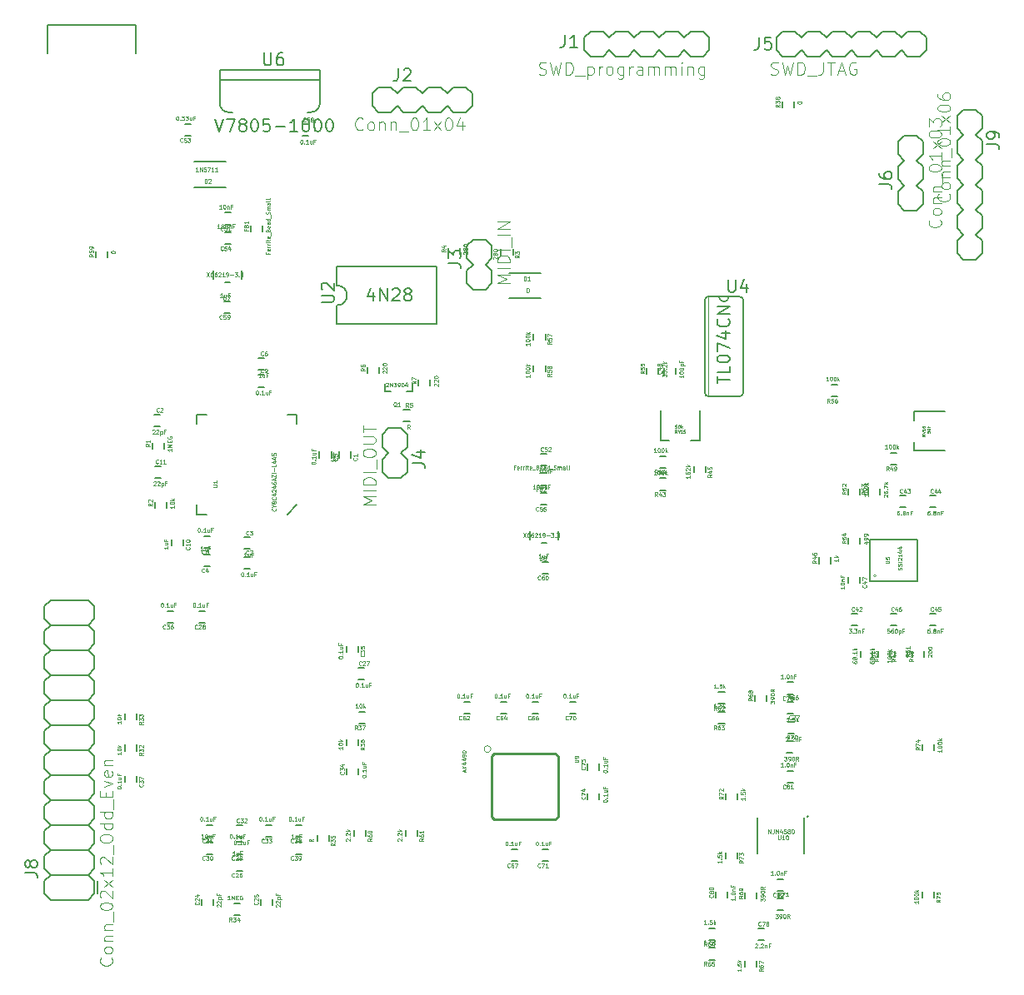
<source format=gbr>
G04 #@! TF.GenerationSoftware,KiCad,Pcbnew,5.0.2-bee76a0~70~ubuntu18.04.1*
G04 #@! TF.CreationDate,2019-12-02T21:21:03-05:00*
G04 #@! TF.ProjectId,synth-wavetable,73796e74-682d-4776-9176-657461626c65,rev?*
G04 #@! TF.SameCoordinates,Original*
G04 #@! TF.FileFunction,Legend,Bot*
G04 #@! TF.FilePolarity,Positive*
%FSLAX46Y46*%
G04 Gerber Fmt 4.6, Leading zero omitted, Abs format (unit mm)*
G04 Created by KiCad (PCBNEW 5.0.2-bee76a0~70~ubuntu18.04.1) date Mon 02 Dec 2019 09:21:03 PM EST*
%MOMM*%
%LPD*%
G01*
G04 APERTURE LIST*
%ADD10C,0.152400*%
%ADD11C,0.203200*%
%ADD12C,0.254000*%
%ADD13C,0.063500*%
%ADD14C,0.101600*%
%ADD15C,0.100000*%
%ADD16C,0.050800*%
%ADD17C,0.066040*%
%ADD18C,0.025400*%
%ADD19C,0.127000*%
G04 APERTURE END LIST*
D10*
G04 #@! TO.C,C1*
X32150560Y-43700280D02*
X32150560Y-44299720D01*
X33349440Y-43700280D02*
X33349440Y-44299720D01*
G04 #@! TO.C,C2*
X13349440Y-39900560D02*
X13948880Y-39900560D01*
X13349440Y-41099440D02*
X13948880Y-41099440D01*
G04 #@! TO.C,C3*
X22450280Y-53599440D02*
X23049720Y-53599440D01*
X22450280Y-52400560D02*
X23049720Y-52400560D01*
G04 #@! TO.C,C4*
X19048880Y-54150560D02*
X18449440Y-54150560D01*
X19048880Y-55349440D02*
X18449440Y-55349440D01*
G04 #@! TO.C,C5*
X31349440Y-43700280D02*
X31349440Y-44299720D01*
X30150560Y-43700280D02*
X30150560Y-44299720D01*
G04 #@! TO.C,C6*
X23950280Y-35349440D02*
X24549720Y-35349440D01*
X23950280Y-34150560D02*
X24549720Y-34150560D01*
G04 #@! TO.C,C7*
X22450280Y-54400560D02*
X23049720Y-54400560D01*
X22450280Y-55599440D02*
X23049720Y-55599440D01*
G04 #@! TO.C,C8*
X19048880Y-53475081D02*
X18449440Y-53475081D01*
X19048880Y-52276201D02*
X18449440Y-52276201D01*
G04 #@! TO.C,C9*
X23950280Y-35900560D02*
X24549720Y-35900560D01*
X23950280Y-37099440D02*
X24549720Y-37099440D01*
G04 #@! TO.C,C10*
X16349440Y-52599440D02*
X16349440Y-53198880D01*
X15150560Y-52599440D02*
X15150560Y-53198880D01*
G04 #@! TO.C,C11*
X13450280Y-46349440D02*
X14049720Y-46349440D01*
X13450280Y-45150560D02*
X14049720Y-45150560D01*
G04 #@! TO.C,C24*
X18150560Y-89799720D02*
X18150560Y-89200280D01*
X19349440Y-89799720D02*
X19349440Y-89200280D01*
G04 #@! TO.C,C25*
X24150560Y-89799720D02*
X24150560Y-89200280D01*
X25349440Y-89799720D02*
X25349440Y-89200280D01*
G04 #@! TO.C,C26*
X22299720Y-86349440D02*
X21700280Y-86349440D01*
X22299720Y-85150560D02*
X21700280Y-85150560D01*
G04 #@! TO.C,C27*
X34099440Y-66849440D02*
X34698880Y-66849440D01*
X34099440Y-65650560D02*
X34698880Y-65650560D01*
G04 #@! TO.C,C28*
X18549720Y-61099440D02*
X17950280Y-61099440D01*
X18549720Y-59900560D02*
X17950280Y-59900560D01*
G04 #@! TO.C,C29*
X22299720Y-84599440D02*
X21700280Y-84599440D01*
X22299720Y-83400560D02*
X21700280Y-83400560D01*
G04 #@! TO.C,C30*
X19299720Y-83400560D02*
X18700280Y-83400560D01*
X19299720Y-84599440D02*
X18700280Y-84599440D01*
G04 #@! TO.C,C31*
X19299720Y-82849440D02*
X18700280Y-82849440D01*
X19299720Y-81650560D02*
X18700280Y-81650560D01*
G04 #@! TO.C,C32*
X21700280Y-82849440D02*
X22299720Y-82849440D01*
X21700280Y-81650560D02*
X22299720Y-81650560D01*
G04 #@! TO.C,C33*
X25299720Y-82849440D02*
X24700280Y-82849440D01*
X25299720Y-81650560D02*
X24700280Y-81650560D01*
G04 #@! TO.C,C34*
X34099440Y-76549720D02*
X34099440Y-75950280D01*
X32900560Y-76549720D02*
X32900560Y-75950280D01*
G04 #@! TO.C,C35*
X32900560Y-63450280D02*
X32900560Y-64049720D01*
X34099440Y-63450280D02*
X34099440Y-64049720D01*
G04 #@! TO.C,C36*
X15299720Y-61099440D02*
X14700280Y-61099440D01*
X15299720Y-59900560D02*
X14700280Y-59900560D01*
G04 #@! TO.C,C37*
X11599440Y-76700280D02*
X11599440Y-77299720D01*
X10400560Y-76700280D02*
X10400560Y-77299720D01*
G04 #@! TO.C,C38*
X28299720Y-81650560D02*
X27700280Y-81650560D01*
X28299720Y-82849440D02*
X27700280Y-82849440D01*
G04 #@! TO.C,C39*
X28299720Y-84599440D02*
X27700280Y-84599440D01*
X28299720Y-83400560D02*
X27700280Y-83400560D01*
G04 #@! TO.C,C42*
X84200280Y-60150560D02*
X84799720Y-60150560D01*
X84200280Y-61349440D02*
X84799720Y-61349440D01*
G04 #@! TO.C,C43*
X89099440Y-48150560D02*
X89698880Y-48150560D01*
X89099440Y-49349440D02*
X89698880Y-49349440D01*
G04 #@! TO.C,C44*
X92200280Y-49349440D02*
X92799720Y-49349440D01*
X92200280Y-48150560D02*
X92799720Y-48150560D01*
G04 #@! TO.C,C45*
X92200280Y-60150560D02*
X92799720Y-60150560D01*
X92200280Y-61349440D02*
X92799720Y-61349440D01*
G04 #@! TO.C,C46*
X88200280Y-61349440D02*
X88799720Y-61349440D01*
X88200280Y-60150560D02*
X88799720Y-60150560D01*
G04 #@! TO.C,C47*
X85099440Y-56450280D02*
X85099440Y-57049720D01*
X83900560Y-56450280D02*
X83900560Y-57049720D01*
G04 #@! TO.C,C48*
X66349440Y-35799720D02*
X66349440Y-35200280D01*
X65150560Y-35799720D02*
X65150560Y-35200280D01*
G04 #@! TO.C,C51*
X21150560Y-19400560D02*
X20551120Y-19400560D01*
X21150560Y-20599440D02*
X20551120Y-20599440D01*
G04 #@! TO.C,C52*
X52599440Y-43900560D02*
X53198880Y-43900560D01*
X52599440Y-45099440D02*
X53198880Y-45099440D01*
G04 #@! TO.C,C53*
X17049720Y-10400560D02*
X16450280Y-10400560D01*
X17049720Y-11599440D02*
X16450280Y-11599440D01*
G04 #@! TO.C,C54*
X21150560Y-21400560D02*
X20551120Y-21400560D01*
X21150560Y-22599440D02*
X20551120Y-22599440D01*
G04 #@! TO.C,C55*
X53198880Y-49099440D02*
X52599440Y-49099440D01*
X53198880Y-47900560D02*
X52599440Y-47900560D01*
G04 #@! TO.C,C58*
X28450280Y-10400560D02*
X29049720Y-10400560D01*
X28450280Y-11599440D02*
X29049720Y-11599440D01*
G04 #@! TO.C,C59*
X21049720Y-28400560D02*
X20450280Y-28400560D01*
X21049720Y-29599440D02*
X20450280Y-29599440D01*
G04 #@! TO.C,C60*
X53400560Y-56099440D02*
X52801120Y-56099440D01*
X53400560Y-54900560D02*
X52801120Y-54900560D01*
G04 #@! TO.C,C62*
X45400560Y-70349440D02*
X44801120Y-70349440D01*
X45400560Y-69150560D02*
X44801120Y-69150560D01*
G04 #@! TO.C,C64*
X49198880Y-69150560D02*
X48599440Y-69150560D01*
X49198880Y-70349440D02*
X48599440Y-70349440D01*
G04 #@! TO.C,C66*
X52400560Y-70349440D02*
X51801120Y-70349440D01*
X52400560Y-69150560D02*
X51801120Y-69150560D01*
G04 #@! TO.C,C67*
X50299720Y-85349440D02*
X49700280Y-85349440D01*
X50299720Y-84150560D02*
X49700280Y-84150560D01*
G04 #@! TO.C,C70*
X56198880Y-69150560D02*
X55599440Y-69150560D01*
X56198880Y-70349440D02*
X55599440Y-70349440D01*
G04 #@! TO.C,C71*
X53400560Y-84150560D02*
X52801120Y-84150560D01*
X53400560Y-85349440D02*
X52801120Y-85349440D01*
G04 #@! TO.C,C73*
X57400560Y-76049720D02*
X57400560Y-75450280D01*
X58599440Y-76049720D02*
X58599440Y-75450280D01*
G04 #@! TO.C,C74*
X58599440Y-79049720D02*
X58599440Y-78450280D01*
X57400560Y-79049720D02*
X57400560Y-78450280D01*
G04 #@! TO.C,C77*
X77801120Y-71150560D02*
X78400560Y-71150560D01*
X77801120Y-72349440D02*
X78400560Y-72349440D01*
G04 #@! TO.C,C78*
X74700280Y-93349440D02*
X75299720Y-93349440D01*
X74700280Y-92150560D02*
X75299720Y-92150560D01*
G04 #@! TO.C,C79*
X78299720Y-67150560D02*
X77700280Y-67150560D01*
X78299720Y-68349440D02*
X77700280Y-68349440D01*
G04 #@! TO.C,C80*
X70400560Y-89049720D02*
X70400560Y-88450280D01*
X71599440Y-89049720D02*
X71599440Y-88450280D01*
G04 #@! TO.C,C81*
X78299720Y-76150560D02*
X77700280Y-76150560D01*
X78299720Y-77349440D02*
X77700280Y-77349440D01*
G04 #@! TO.C,C82*
X77299720Y-88349440D02*
X76700280Y-88349440D01*
X77299720Y-87150560D02*
X76700280Y-87150560D01*
G04 #@! TO.C,FB1*
X23150560Y-21299720D02*
X23150560Y-20700280D01*
X24349440Y-21299720D02*
X24349440Y-20700280D01*
G04 #@! TO.C,FB2*
X53198880Y-45900560D02*
X52599440Y-45900560D01*
X53198880Y-47099440D02*
X52599440Y-47099440D01*
D11*
G04 #@! TO.C,J1*
X65325000Y-980000D02*
X66595000Y-980000D01*
X66595000Y-980000D02*
X67230000Y-1615000D01*
X67230000Y-2885000D02*
X66595000Y-3520000D01*
X67230000Y-1615000D02*
X67865000Y-980000D01*
X67865000Y-980000D02*
X69135000Y-980000D01*
X69135000Y-980000D02*
X69770000Y-1615000D01*
X69770000Y-2885000D02*
X69135000Y-3520000D01*
X69135000Y-3520000D02*
X67865000Y-3520000D01*
X67865000Y-3520000D02*
X67230000Y-2885000D01*
X62150000Y-1615000D02*
X62785000Y-980000D01*
X62785000Y-980000D02*
X64055000Y-980000D01*
X64055000Y-980000D02*
X64690000Y-1615000D01*
X64690000Y-2885000D02*
X64055000Y-3520000D01*
X64055000Y-3520000D02*
X62785000Y-3520000D01*
X62785000Y-3520000D02*
X62150000Y-2885000D01*
X65325000Y-980000D02*
X64690000Y-1615000D01*
X64690000Y-2885000D02*
X65325000Y-3520000D01*
X66595000Y-3520000D02*
X65325000Y-3520000D01*
X57705000Y-980000D02*
X58975000Y-980000D01*
X58975000Y-980000D02*
X59610000Y-1615000D01*
X59610000Y-2885000D02*
X58975000Y-3520000D01*
X59610000Y-1615000D02*
X60245000Y-980000D01*
X60245000Y-980000D02*
X61515000Y-980000D01*
X61515000Y-980000D02*
X62150000Y-1615000D01*
X62150000Y-2885000D02*
X61515000Y-3520000D01*
X61515000Y-3520000D02*
X60245000Y-3520000D01*
X60245000Y-3520000D02*
X59610000Y-2885000D01*
X57070000Y-1615000D02*
X57070000Y-2885000D01*
X57705000Y-980000D02*
X57070000Y-1615000D01*
X57070000Y-2885000D02*
X57705000Y-3520000D01*
X58975000Y-3520000D02*
X57705000Y-3520000D01*
X69770000Y-1615000D02*
X69770000Y-2885000D01*
G04 #@! TO.C,J3*
X45765000Y-22130000D02*
X47035000Y-22130000D01*
X47670000Y-25305000D02*
X47670000Y-26575000D01*
X47035000Y-27210000D02*
X47670000Y-26575000D01*
X45130000Y-26575000D02*
X45765000Y-27210000D01*
X45765000Y-27210000D02*
X47035000Y-27210000D01*
X47670000Y-24035000D02*
X47035000Y-24670000D01*
X47670000Y-22765000D02*
X47670000Y-24035000D01*
X47035000Y-22130000D02*
X47670000Y-22765000D01*
X45130000Y-22765000D02*
X45765000Y-22130000D01*
X45130000Y-24035000D02*
X45130000Y-22765000D01*
X45765000Y-24670000D02*
X45130000Y-24035000D01*
X47035000Y-24670000D02*
X47670000Y-25305000D01*
X45130000Y-25305000D02*
X45765000Y-24670000D01*
X45130000Y-26575000D02*
X45130000Y-25305000D01*
G04 #@! TO.C,J4*
X39070000Y-41965000D02*
X39070000Y-43235000D01*
X39070000Y-43235000D02*
X38435000Y-43870000D01*
X37165000Y-43870000D02*
X36530000Y-43235000D01*
X38435000Y-43870000D02*
X39070000Y-44505000D01*
X39070000Y-44505000D02*
X39070000Y-45775000D01*
X39070000Y-45775000D02*
X38435000Y-46410000D01*
X37165000Y-46410000D02*
X36530000Y-45775000D01*
X36530000Y-45775000D02*
X36530000Y-44505000D01*
X36530000Y-44505000D02*
X37165000Y-43870000D01*
X38435000Y-41330000D02*
X37165000Y-41330000D01*
X39070000Y-41965000D02*
X38435000Y-41330000D01*
X37165000Y-41330000D02*
X36530000Y-41965000D01*
X36530000Y-43235000D02*
X36530000Y-41965000D01*
X38435000Y-46410000D02*
X37165000Y-46410000D01*
G04 #@! TO.C,J5*
X89270000Y-1615000D02*
X89905000Y-980000D01*
X89905000Y-980000D02*
X91175000Y-980000D01*
X91175000Y-980000D02*
X91810000Y-1615000D01*
X91810000Y-2885000D02*
X91175000Y-3520000D01*
X91175000Y-3520000D02*
X89905000Y-3520000D01*
X89905000Y-3520000D02*
X89270000Y-2885000D01*
X84825000Y-980000D02*
X86095000Y-980000D01*
X86095000Y-980000D02*
X86730000Y-1615000D01*
X86730000Y-2885000D02*
X86095000Y-3520000D01*
X86730000Y-1615000D02*
X87365000Y-980000D01*
X87365000Y-980000D02*
X88635000Y-980000D01*
X88635000Y-980000D02*
X89270000Y-1615000D01*
X89270000Y-2885000D02*
X88635000Y-3520000D01*
X88635000Y-3520000D02*
X87365000Y-3520000D01*
X87365000Y-3520000D02*
X86730000Y-2885000D01*
X81650000Y-1615000D02*
X82285000Y-980000D01*
X82285000Y-980000D02*
X83555000Y-980000D01*
X83555000Y-980000D02*
X84190000Y-1615000D01*
X84190000Y-2885000D02*
X83555000Y-3520000D01*
X83555000Y-3520000D02*
X82285000Y-3520000D01*
X82285000Y-3520000D02*
X81650000Y-2885000D01*
X84825000Y-980000D02*
X84190000Y-1615000D01*
X84190000Y-2885000D02*
X84825000Y-3520000D01*
X86095000Y-3520000D02*
X84825000Y-3520000D01*
X77205000Y-980000D02*
X78475000Y-980000D01*
X78475000Y-980000D02*
X79110000Y-1615000D01*
X79110000Y-2885000D02*
X78475000Y-3520000D01*
X79110000Y-1615000D02*
X79745000Y-980000D01*
X79745000Y-980000D02*
X81015000Y-980000D01*
X81015000Y-980000D02*
X81650000Y-1615000D01*
X81650000Y-2885000D02*
X81015000Y-3520000D01*
X81015000Y-3520000D02*
X79745000Y-3520000D01*
X79745000Y-3520000D02*
X79110000Y-2885000D01*
X76570000Y-1615000D02*
X76570000Y-2885000D01*
X77205000Y-980000D02*
X76570000Y-1615000D01*
X76570000Y-2885000D02*
X77205000Y-3520000D01*
X78475000Y-3520000D02*
X77205000Y-3520000D01*
X91810000Y-1615000D02*
X91810000Y-2885000D01*
D10*
G04 #@! TO.C,R1*
X14349440Y-43400560D02*
X14349440Y-42801120D01*
X13150560Y-43400560D02*
X13150560Y-42801120D01*
G04 #@! TO.C,R2*
X14599440Y-49448880D02*
X14599440Y-48849440D01*
X13400560Y-49448880D02*
X13400560Y-48849440D01*
G04 #@! TO.C,R3*
X49799440Y-23100280D02*
X49799440Y-23699720D01*
X48600560Y-23100280D02*
X48600560Y-23699720D01*
G04 #@! TO.C,R4*
X44399440Y-23600560D02*
X44399440Y-23001120D01*
X43200560Y-23600560D02*
X43200560Y-23001120D01*
G04 #@! TO.C,R5*
X38700280Y-39400560D02*
X39299720Y-39400560D01*
X38700280Y-40599440D02*
X39299720Y-40599440D01*
G04 #@! TO.C,R6*
X36199440Y-35699720D02*
X36199440Y-35100280D01*
X35000560Y-35699720D02*
X35000560Y-35100280D01*
G04 #@! TO.C,R7*
X40200560Y-36998880D02*
X40200560Y-36399440D01*
X41399440Y-36998880D02*
X41399440Y-36399440D01*
G04 #@! TO.C,R32*
X10400560Y-73500280D02*
X10400560Y-74099720D01*
X11599440Y-73500280D02*
X11599440Y-74099720D01*
G04 #@! TO.C,R33*
X11599440Y-70351120D02*
X11599440Y-70950560D01*
X10400560Y-70351120D02*
X10400560Y-70950560D01*
G04 #@! TO.C,R34*
X22049720Y-90849440D02*
X21450280Y-90849440D01*
X22049720Y-89650560D02*
X21450280Y-89650560D01*
G04 #@! TO.C,R35*
X29900560Y-82700280D02*
X29900560Y-83299720D01*
X31099440Y-82700280D02*
X31099440Y-83299720D01*
G04 #@! TO.C,R36*
X32900560Y-72950280D02*
X32900560Y-73549720D01*
X34099440Y-72950280D02*
X34099440Y-73549720D01*
G04 #@! TO.C,R37*
X34799720Y-71349440D02*
X34200280Y-71349440D01*
X34799720Y-70150560D02*
X34200280Y-70150560D01*
G04 #@! TO.C,R38*
X78349440Y-8698880D02*
X78349440Y-8099440D01*
X77150560Y-8698880D02*
X77150560Y-8099440D01*
G04 #@! TO.C,R43*
X65299720Y-46400560D02*
X64700280Y-46400560D01*
X65299720Y-47599440D02*
X64700280Y-47599440D01*
G04 #@! TO.C,R44*
X65299720Y-44150560D02*
X64700280Y-44150560D01*
X65299720Y-45349440D02*
X64700280Y-45349440D01*
G04 #@! TO.C,R45*
X69399440Y-45199440D02*
X69399440Y-45798880D01*
X68200560Y-45199440D02*
X68200560Y-45798880D01*
G04 #@! TO.C,R46*
X80900560Y-55049720D02*
X80900560Y-54450280D01*
X82099440Y-55049720D02*
X82099440Y-54450280D01*
G04 #@! TO.C,R47*
X86900560Y-63950280D02*
X86900560Y-64549720D01*
X88099440Y-63950280D02*
X88099440Y-64549720D01*
G04 #@! TO.C,R48*
X88650560Y-63950280D02*
X88650560Y-64549720D01*
X89849440Y-63950280D02*
X89849440Y-64549720D01*
G04 #@! TO.C,R49*
X88800560Y-43800560D02*
X88201120Y-43800560D01*
X88800560Y-44999440D02*
X88201120Y-44999440D01*
G04 #@! TO.C,R50*
X85150560Y-63950280D02*
X85150560Y-64549720D01*
X86349440Y-63950280D02*
X86349440Y-64549720D01*
G04 #@! TO.C,R51*
X90400560Y-64549720D02*
X90400560Y-63950280D01*
X91599440Y-64549720D02*
X91599440Y-63950280D01*
G04 #@! TO.C,R52*
X83900560Y-48049720D02*
X83900560Y-47450280D01*
X85099440Y-48049720D02*
X85099440Y-47450280D01*
G04 #@! TO.C,R53*
X85900560Y-48049720D02*
X85900560Y-47450280D01*
X87099440Y-48049720D02*
X87099440Y-47450280D01*
G04 #@! TO.C,R54*
X85099440Y-53049720D02*
X85099440Y-52450280D01*
X83900560Y-53049720D02*
X83900560Y-52450280D01*
G04 #@! TO.C,R55*
X64599440Y-35799720D02*
X64599440Y-35200280D01*
X63400560Y-35799720D02*
X63400560Y-35200280D01*
G04 #@! TO.C,R56*
X82799720Y-36900560D02*
X82200280Y-36900560D01*
X82799720Y-38099440D02*
X82200280Y-38099440D01*
G04 #@! TO.C,R57*
X51900560Y-31700280D02*
X51900560Y-32299720D01*
X53099440Y-31700280D02*
X53099440Y-32299720D01*
G04 #@! TO.C,R58*
X51900560Y-34950280D02*
X51900560Y-35549720D01*
X53099440Y-34950280D02*
X53099440Y-35549720D01*
G04 #@! TO.C,R59*
X7400560Y-23900560D02*
X7400560Y-23301120D01*
X8599440Y-23900560D02*
X8599440Y-23301120D01*
G04 #@! TO.C,R60*
X34849440Y-82200280D02*
X34849440Y-82799720D01*
X33650560Y-82200280D02*
X33650560Y-82799720D01*
G04 #@! TO.C,R61*
X40099440Y-82200280D02*
X40099440Y-82799720D01*
X38900560Y-82200280D02*
X38900560Y-82799720D01*
G04 #@! TO.C,R62*
X71299720Y-69349440D02*
X70700280Y-69349440D01*
X71299720Y-68150560D02*
X70700280Y-68150560D01*
G04 #@! TO.C,R63*
X71299720Y-70150560D02*
X70700280Y-70150560D01*
X71299720Y-71349440D02*
X70700280Y-71349440D01*
G04 #@! TO.C,R64*
X70299720Y-93349440D02*
X69700280Y-93349440D01*
X70299720Y-92150560D02*
X69700280Y-92150560D01*
G04 #@! TO.C,R65*
X70299720Y-94150560D02*
X69700280Y-94150560D01*
X70299720Y-95349440D02*
X69700280Y-95349440D01*
G04 #@! TO.C,R66*
X77700280Y-70349440D02*
X78299720Y-70349440D01*
X77700280Y-69150560D02*
X78299720Y-69150560D01*
G04 #@! TO.C,R67*
X73400560Y-95450280D02*
X73400560Y-96049720D01*
X74599440Y-95450280D02*
X74599440Y-96049720D01*
G04 #@! TO.C,R68*
X74400560Y-69049720D02*
X74400560Y-68450280D01*
X75599440Y-69049720D02*
X75599440Y-68450280D01*
G04 #@! TO.C,R69*
X74599440Y-89150560D02*
X74599440Y-88551120D01*
X73400560Y-89150560D02*
X73400560Y-88551120D01*
G04 #@! TO.C,R70*
X77599440Y-73150560D02*
X78198880Y-73150560D01*
X77599440Y-74349440D02*
X78198880Y-74349440D01*
G04 #@! TO.C,R71*
X76700280Y-90349440D02*
X77299720Y-90349440D01*
X76700280Y-89150560D02*
X77299720Y-89150560D01*
G04 #@! TO.C,R72*
X71400560Y-79049720D02*
X71400560Y-78450280D01*
X72599440Y-79049720D02*
X72599440Y-78450280D01*
G04 #@! TO.C,R73*
X71400560Y-84450280D02*
X71400560Y-85049720D01*
X72599440Y-84450280D02*
X72599440Y-85049720D01*
G04 #@! TO.C,R74*
X91400560Y-74049720D02*
X91400560Y-73450280D01*
X92599440Y-74049720D02*
X92599440Y-73450280D01*
G04 #@! TO.C,R75*
X91400560Y-88450280D02*
X91400560Y-89049720D01*
X92599440Y-88450280D02*
X92599440Y-89049720D01*
D11*
G04 #@! TO.C,U1*
X18650440Y-50097780D02*
X17652220Y-50097780D01*
X17652220Y-50097780D02*
X17652220Y-49099560D01*
X17652220Y-40900440D02*
X17652220Y-39902220D01*
X17652220Y-39902220D02*
X18650440Y-39902220D01*
X26849560Y-50097780D02*
X27847780Y-49099560D01*
X27847780Y-40900440D02*
X27847780Y-39902220D01*
X27847780Y-39902220D02*
X26849560Y-39902220D01*
G04 #@! TO.C,U7*
X21066740Y-26512320D02*
X20533340Y-26512320D01*
X22222440Y-25272800D02*
X22222440Y-26131320D01*
X19377640Y-26131320D02*
X19377640Y-25272800D01*
G04 #@! TO.C,U8*
X51527560Y-52631320D02*
X51527560Y-51772800D01*
X54372360Y-51772800D02*
X54372360Y-52631320D01*
X53216660Y-53012320D02*
X52683260Y-53012320D01*
D12*
G04 #@! TO.C,U9*
X54098800Y-74376880D02*
X54373120Y-74651200D01*
X54373120Y-74651200D02*
X54373120Y-80848800D01*
X54373120Y-80848800D02*
X54098800Y-81123120D01*
X54098800Y-81123120D02*
X47901200Y-81123120D01*
X47901200Y-81123120D02*
X47626880Y-80848800D01*
X47626880Y-80848800D02*
X47626880Y-74651200D01*
X47626880Y-74651200D02*
X47901200Y-74376880D01*
X47901200Y-74376880D02*
X54098800Y-74376880D01*
D13*
X47560242Y-73940000D02*
G75*
G03X47560242Y-73940000I-344842J0D01*
G01*
D10*
G04 #@! TO.C,U10*
X74640340Y-80949140D02*
X74640340Y-84550860D01*
X79359660Y-84550860D02*
X79359660Y-80949140D01*
D14*
X79856479Y-80806900D02*
G75*
G03X79856479Y-80806900I-100579J0D01*
G01*
D11*
G04 #@! TO.C,Q1*
X38997560Y-37598680D02*
X39599540Y-37598680D01*
X39599540Y-37598680D02*
X39599540Y-36801120D01*
X37402440Y-37598680D02*
X36800460Y-37598680D01*
X36800460Y-37598680D02*
X36800460Y-36801120D01*
G04 #@! TO.C,U5*
X90897760Y-56896300D02*
X90897760Y-52603700D01*
X90897760Y-52603700D02*
X86102240Y-52603700D01*
X86102240Y-52603700D02*
X86102240Y-56896300D01*
X86102240Y-56896300D02*
X90897760Y-56896300D01*
D15*
X86728088Y-56324800D02*
G75*
G03X86728088Y-56324800I-150868J0D01*
G01*
D10*
G04 #@! TO.C,U4*
X73205800Y-37699000D02*
X73205800Y-28301000D01*
X69294200Y-28301000D02*
X69294200Y-37699000D01*
X69675200Y-38080000D02*
X72824800Y-38080000D01*
X72824800Y-27920000D02*
X71758000Y-27920000D01*
X71758000Y-27920000D02*
X70742000Y-27920000D01*
X70742000Y-27920000D02*
X69675200Y-27920000D01*
D16*
X69649800Y-27920000D02*
X69649800Y-38080000D01*
D10*
X69294200Y-37699000D02*
G75*
G03X69675200Y-38080000I381000J0D01*
G01*
X73205800Y-28301000D02*
G75*
G03X72824800Y-27920000I-381000J0D01*
G01*
X72824800Y-38080000D02*
G75*
G03X73205800Y-37699000I0J381000D01*
G01*
X69675200Y-27920000D02*
G75*
G03X69294200Y-28301000I0J-381000D01*
G01*
X70742000Y-27920000D02*
G75*
G03X71758000Y-27920000I508000J0D01*
G01*
D11*
G04 #@! TO.C,D2*
X20597660Y-16797940D02*
X17402340Y-16797940D01*
X20597660Y-14202060D02*
X17402340Y-14202060D01*
G04 #@! TO.C,J7*
X2501660Y-3199740D02*
X2501660Y-299060D01*
X11498340Y-299060D02*
X11498340Y-3199740D01*
X11498340Y-299060D02*
X2501660Y-299060D01*
G04 #@! TO.C,J8*
X6635000Y-89270000D02*
X7270000Y-88635000D01*
X7270000Y-87365000D02*
X6635000Y-86730000D01*
X6635000Y-86730000D02*
X7270000Y-86095000D01*
X7270000Y-84825000D02*
X6635000Y-84190000D01*
X6635000Y-84190000D02*
X7270000Y-83555000D01*
X7270000Y-82285000D02*
X6635000Y-81650000D01*
X6635000Y-89270000D02*
X2825000Y-89270000D01*
X2825000Y-89270000D02*
X2190000Y-88635000D01*
X2190000Y-88635000D02*
X2190000Y-87365000D01*
X2190000Y-87365000D02*
X2825000Y-86730000D01*
X2825000Y-86730000D02*
X2190000Y-86095000D01*
X2190000Y-86095000D02*
X2190000Y-84825000D01*
X2190000Y-84825000D02*
X2825000Y-84190000D01*
X2825000Y-84190000D02*
X2190000Y-83555000D01*
X2190000Y-83555000D02*
X2190000Y-82285000D01*
X2190000Y-82285000D02*
X2825000Y-81650000D01*
X2825000Y-86730000D02*
X6635000Y-86730000D01*
X2825000Y-84190000D02*
X6635000Y-84190000D01*
X2825000Y-81650000D02*
X6635000Y-81650000D01*
X7270000Y-83555000D02*
X7270000Y-82285000D01*
X7270000Y-86095000D02*
X7270000Y-84825000D01*
X7270000Y-88635000D02*
X7270000Y-87365000D01*
X7602740Y-87365000D02*
X7602740Y-88635000D01*
X6635000Y-81650000D02*
X7270000Y-81015000D01*
X7270000Y-79745000D02*
X6635000Y-79110000D01*
X6635000Y-79110000D02*
X7270000Y-78475000D01*
X7270000Y-77205000D02*
X6635000Y-76570000D01*
X6635000Y-76570000D02*
X7270000Y-75935000D01*
X7270000Y-74665000D02*
X6635000Y-74030000D01*
X6635000Y-81650000D02*
X2825000Y-81650000D01*
X2825000Y-81650000D02*
X2190000Y-81015000D01*
X2190000Y-81015000D02*
X2190000Y-79745000D01*
X2190000Y-79745000D02*
X2825000Y-79110000D01*
X2825000Y-79110000D02*
X2190000Y-78475000D01*
X2190000Y-78475000D02*
X2190000Y-77205000D01*
X2190000Y-77205000D02*
X2825000Y-76570000D01*
X2825000Y-76570000D02*
X2190000Y-75935000D01*
X2190000Y-75935000D02*
X2190000Y-74665000D01*
X2190000Y-74665000D02*
X2825000Y-74030000D01*
X2825000Y-79110000D02*
X6635000Y-79110000D01*
X2825000Y-76570000D02*
X6635000Y-76570000D01*
X2825000Y-74030000D02*
X6635000Y-74030000D01*
X7270000Y-75935000D02*
X7270000Y-74665000D01*
X7270000Y-78475000D02*
X7270000Y-77205000D01*
X7270000Y-81015000D02*
X7270000Y-79745000D01*
X6635000Y-74030000D02*
X7270000Y-73395000D01*
X7270000Y-72125000D02*
X6635000Y-71490000D01*
X6635000Y-71490000D02*
X7270000Y-70855000D01*
X7270000Y-69585000D02*
X6635000Y-68950000D01*
X6635000Y-68950000D02*
X7270000Y-68315000D01*
X7270000Y-67045000D02*
X6635000Y-66410000D01*
X6635000Y-74030000D02*
X2825000Y-74030000D01*
X2825000Y-74030000D02*
X2190000Y-73395000D01*
X2190000Y-73395000D02*
X2190000Y-72125000D01*
X2190000Y-72125000D02*
X2825000Y-71490000D01*
X2825000Y-71490000D02*
X2190000Y-70855000D01*
X2190000Y-70855000D02*
X2190000Y-69585000D01*
X2190000Y-69585000D02*
X2825000Y-68950000D01*
X2825000Y-68950000D02*
X2190000Y-68315000D01*
X2190000Y-68315000D02*
X2190000Y-67045000D01*
X2190000Y-67045000D02*
X2825000Y-66410000D01*
X2825000Y-71490000D02*
X6635000Y-71490000D01*
X2825000Y-68950000D02*
X6635000Y-68950000D01*
X2825000Y-66410000D02*
X6635000Y-66410000D01*
X7270000Y-68315000D02*
X7270000Y-67045000D01*
X7270000Y-70855000D02*
X7270000Y-69585000D01*
X7270000Y-73395000D02*
X7270000Y-72125000D01*
X6635000Y-66410000D02*
X7270000Y-65775000D01*
X7270000Y-64505000D02*
X6635000Y-63870000D01*
X6635000Y-63870000D02*
X7270000Y-63235000D01*
X7270000Y-61965000D02*
X6635000Y-61330000D01*
X6635000Y-61330000D02*
X7270000Y-60695000D01*
X7270000Y-59425000D02*
X6635000Y-58790000D01*
X6635000Y-66410000D02*
X2825000Y-66410000D01*
X2825000Y-66410000D02*
X2190000Y-65775000D01*
X2190000Y-65775000D02*
X2190000Y-64505000D01*
X2190000Y-64505000D02*
X2825000Y-63870000D01*
X2825000Y-63870000D02*
X2190000Y-63235000D01*
X2190000Y-63235000D02*
X2190000Y-61965000D01*
X2190000Y-61965000D02*
X2825000Y-61330000D01*
X2825000Y-61330000D02*
X2190000Y-60695000D01*
X2190000Y-60695000D02*
X2190000Y-59425000D01*
X2190000Y-59425000D02*
X2825000Y-58790000D01*
X2825000Y-63870000D02*
X6635000Y-63870000D01*
X2825000Y-61330000D02*
X6635000Y-61330000D01*
X2825000Y-58790000D02*
X6635000Y-58790000D01*
X7270000Y-60695000D02*
X7270000Y-59425000D01*
X7270000Y-63235000D02*
X7270000Y-61965000D01*
X7270000Y-65775000D02*
X7270000Y-64505000D01*
G04 #@! TO.C,RV15*
X67899820Y-42597660D02*
X68804060Y-42597660D01*
X68804060Y-42597660D02*
X68804060Y-39478540D01*
X65700180Y-42597660D02*
X64795940Y-42597660D01*
X64795940Y-42597660D02*
X64795940Y-39478540D01*
G04 #@! TO.C,RV16*
X90602340Y-39595940D02*
X93721460Y-39595940D01*
X90602340Y-40500180D02*
X90602340Y-39595940D01*
X90602340Y-43604060D02*
X93721460Y-43604060D01*
X90602340Y-42699820D02*
X90602340Y-43604060D01*
G04 #@! TO.C,D1*
X49402340Y-25502060D02*
X52597660Y-25502060D01*
X49402340Y-28097940D02*
X52597660Y-28097940D01*
D10*
G04 #@! TO.C,U2*
X42080000Y-24879000D02*
X31920000Y-24879000D01*
X31920000Y-30721000D02*
X42080000Y-30721000D01*
X42080000Y-24879000D02*
X42080000Y-30721000D01*
X31920000Y-24879000D02*
X31920000Y-26784000D01*
X31920000Y-30721000D02*
X31920000Y-28816000D01*
X31920000Y-28816000D02*
G75*
G03X31920000Y-26784000I0J1016000D01*
G01*
D11*
G04 #@! TO.C,J6*
X89565000Y-14090000D02*
X88930000Y-13455000D01*
X88930000Y-13455000D02*
X88930000Y-12185000D01*
X88930000Y-12185000D02*
X89565000Y-11550000D01*
X90835000Y-11550000D02*
X91470000Y-12185000D01*
X91470000Y-12185000D02*
X91470000Y-13455000D01*
X91470000Y-13455000D02*
X90835000Y-14090000D01*
X88930000Y-18535000D02*
X88930000Y-17265000D01*
X88930000Y-17265000D02*
X89565000Y-16630000D01*
X90835000Y-16630000D02*
X91470000Y-17265000D01*
X89565000Y-16630000D02*
X88930000Y-15995000D01*
X88930000Y-15995000D02*
X88930000Y-14725000D01*
X88930000Y-14725000D02*
X89565000Y-14090000D01*
X90835000Y-14090000D02*
X91470000Y-14725000D01*
X91470000Y-14725000D02*
X91470000Y-15995000D01*
X91470000Y-15995000D02*
X90835000Y-16630000D01*
X89565000Y-19170000D02*
X90835000Y-19170000D01*
X88930000Y-18535000D02*
X89565000Y-19170000D01*
X90835000Y-19170000D02*
X91470000Y-18535000D01*
X91470000Y-17265000D02*
X91470000Y-18535000D01*
X89565000Y-11550000D02*
X90835000Y-11550000D01*
G04 #@! TO.C,J9*
X96835000Y-21610000D02*
X97470000Y-22245000D01*
X97470000Y-22245000D02*
X97470000Y-23515000D01*
X97470000Y-23515000D02*
X96835000Y-24150000D01*
X95565000Y-24150000D02*
X94930000Y-23515000D01*
X94930000Y-23515000D02*
X94930000Y-22245000D01*
X94930000Y-22245000D02*
X95565000Y-21610000D01*
X97470000Y-17165000D02*
X97470000Y-18435000D01*
X97470000Y-18435000D02*
X96835000Y-19070000D01*
X95565000Y-19070000D02*
X94930000Y-18435000D01*
X96835000Y-19070000D02*
X97470000Y-19705000D01*
X97470000Y-19705000D02*
X97470000Y-20975000D01*
X97470000Y-20975000D02*
X96835000Y-21610000D01*
X95565000Y-21610000D02*
X94930000Y-20975000D01*
X94930000Y-20975000D02*
X94930000Y-19705000D01*
X94930000Y-19705000D02*
X95565000Y-19070000D01*
X96835000Y-13990000D02*
X97470000Y-14625000D01*
X97470000Y-14625000D02*
X97470000Y-15895000D01*
X97470000Y-15895000D02*
X96835000Y-16530000D01*
X95565000Y-16530000D02*
X94930000Y-15895000D01*
X94930000Y-15895000D02*
X94930000Y-14625000D01*
X94930000Y-14625000D02*
X95565000Y-13990000D01*
X97470000Y-17165000D02*
X96835000Y-16530000D01*
X95565000Y-16530000D02*
X94930000Y-17165000D01*
X94930000Y-18435000D02*
X94930000Y-17165000D01*
X97470000Y-9545000D02*
X97470000Y-10815000D01*
X97470000Y-10815000D02*
X96835000Y-11450000D01*
X95565000Y-11450000D02*
X94930000Y-10815000D01*
X96835000Y-11450000D02*
X97470000Y-12085000D01*
X97470000Y-12085000D02*
X97470000Y-13355000D01*
X97470000Y-13355000D02*
X96835000Y-13990000D01*
X95565000Y-13990000D02*
X94930000Y-13355000D01*
X94930000Y-13355000D02*
X94930000Y-12085000D01*
X94930000Y-12085000D02*
X95565000Y-11450000D01*
X96835000Y-8910000D02*
X95565000Y-8910000D01*
X97470000Y-9545000D02*
X96835000Y-8910000D01*
X95565000Y-8910000D02*
X94930000Y-9545000D01*
X94930000Y-10815000D02*
X94930000Y-9545000D01*
X96835000Y-24150000D02*
X95565000Y-24150000D01*
G04 #@! TO.C,J2*
X43745000Y-6630000D02*
X45015000Y-6630000D01*
X45015000Y-6630000D02*
X45650000Y-7265000D01*
X45650000Y-8535000D02*
X45015000Y-9170000D01*
X40570000Y-7265000D02*
X41205000Y-6630000D01*
X41205000Y-6630000D02*
X42475000Y-6630000D01*
X42475000Y-6630000D02*
X43110000Y-7265000D01*
X43110000Y-8535000D02*
X42475000Y-9170000D01*
X42475000Y-9170000D02*
X41205000Y-9170000D01*
X41205000Y-9170000D02*
X40570000Y-8535000D01*
X43745000Y-6630000D02*
X43110000Y-7265000D01*
X43110000Y-8535000D02*
X43745000Y-9170000D01*
X45015000Y-9170000D02*
X43745000Y-9170000D01*
X36125000Y-6630000D02*
X37395000Y-6630000D01*
X37395000Y-6630000D02*
X38030000Y-7265000D01*
X38030000Y-8535000D02*
X37395000Y-9170000D01*
X38030000Y-7265000D02*
X38665000Y-6630000D01*
X38665000Y-6630000D02*
X39935000Y-6630000D01*
X39935000Y-6630000D02*
X40570000Y-7265000D01*
X40570000Y-8535000D02*
X39935000Y-9170000D01*
X39935000Y-9170000D02*
X38665000Y-9170000D01*
X38665000Y-9170000D02*
X38030000Y-8535000D01*
X35490000Y-7265000D02*
X35490000Y-8535000D01*
X36125000Y-6630000D02*
X35490000Y-7265000D01*
X35490000Y-8535000D02*
X36125000Y-9170000D01*
X37395000Y-9170000D02*
X36125000Y-9170000D01*
X45650000Y-7265000D02*
X45650000Y-8535000D01*
D17*
G04 #@! TO.C,U6*
X20020000Y-5868000D02*
X30180000Y-5868000D01*
X30180000Y-5868000D02*
X30180000Y-4852000D01*
X20020000Y-4852000D02*
X30180000Y-4852000D01*
X20020000Y-5868000D02*
X20020000Y-4852000D01*
D11*
X20020000Y-5868000D02*
X20020000Y-8281000D01*
X30180000Y-5868000D02*
X30180000Y-8281000D01*
X30180000Y-5868000D02*
X20020000Y-5868000D01*
X20020000Y-5868000D02*
X20020000Y-4852000D01*
X20020000Y-4852000D02*
X30180000Y-4852000D01*
X30180000Y-4852000D02*
X30180000Y-5868000D01*
X20909000Y-9170000D02*
X21290000Y-9170000D01*
X29291000Y-9170000D02*
X28910000Y-9170000D01*
X20020007Y-8280697D02*
G75*
G03X20909000Y-9170000I868673J-20623D01*
G01*
X29290697Y-9169993D02*
G75*
G03X30180000Y-8281000I20623J868673D01*
G01*
G04 #@! TO.C,C1*
D18*
X33923842Y-44321733D02*
X33943195Y-44341085D01*
X33962547Y-44399142D01*
X33962547Y-44437847D01*
X33943195Y-44495904D01*
X33904490Y-44534609D01*
X33865785Y-44553961D01*
X33788376Y-44573314D01*
X33730319Y-44573314D01*
X33652909Y-44553961D01*
X33614204Y-44534609D01*
X33575500Y-44495904D01*
X33556147Y-44437847D01*
X33556147Y-44399142D01*
X33575500Y-44341085D01*
X33594852Y-44321733D01*
X33962547Y-43934685D02*
X33962547Y-44166914D01*
X33962547Y-44050800D02*
X33556147Y-44050800D01*
X33614204Y-44089504D01*
X33652909Y-44128209D01*
X33672261Y-44166914D01*
X31740047Y-44445104D02*
X31740047Y-44677333D01*
X31740047Y-44561219D02*
X31333647Y-44561219D01*
X31391704Y-44599923D01*
X31430409Y-44638628D01*
X31449761Y-44677333D01*
X31469114Y-44096761D02*
X31740047Y-44096761D01*
X31469114Y-44270933D02*
X31681990Y-44270933D01*
X31720695Y-44251580D01*
X31740047Y-44212876D01*
X31740047Y-44154819D01*
X31720695Y-44116114D01*
X31701342Y-44096761D01*
X31527171Y-43767771D02*
X31527171Y-43903238D01*
X31740047Y-43903238D02*
X31333647Y-43903238D01*
X31333647Y-43709714D01*
G04 #@! TO.C,C2*
X13835426Y-39616442D02*
X13816074Y-39635795D01*
X13758017Y-39655147D01*
X13719312Y-39655147D01*
X13661255Y-39635795D01*
X13622550Y-39597090D01*
X13603198Y-39558385D01*
X13583845Y-39480976D01*
X13583845Y-39422919D01*
X13603198Y-39345509D01*
X13622550Y-39306804D01*
X13661255Y-39268100D01*
X13719312Y-39248747D01*
X13758017Y-39248747D01*
X13816074Y-39268100D01*
X13835426Y-39287452D01*
X13990245Y-39287452D02*
X14009598Y-39268100D01*
X14048302Y-39248747D01*
X14145064Y-39248747D01*
X14183769Y-39268100D01*
X14203121Y-39287452D01*
X14222474Y-39326157D01*
X14222474Y-39364861D01*
X14203121Y-39422919D01*
X13970893Y-39655147D01*
X14222474Y-39655147D01*
X13184702Y-41509952D02*
X13204055Y-41490600D01*
X13242760Y-41471247D01*
X13339521Y-41471247D01*
X13378226Y-41490600D01*
X13397579Y-41509952D01*
X13416931Y-41548657D01*
X13416931Y-41587361D01*
X13397579Y-41645419D01*
X13165350Y-41877647D01*
X13416931Y-41877647D01*
X13571750Y-41509952D02*
X13591102Y-41490600D01*
X13629807Y-41471247D01*
X13726569Y-41471247D01*
X13765274Y-41490600D01*
X13784626Y-41509952D01*
X13803979Y-41548657D01*
X13803979Y-41587361D01*
X13784626Y-41645419D01*
X13552398Y-41877647D01*
X13803979Y-41877647D01*
X13978150Y-41606714D02*
X13978150Y-42013114D01*
X13978150Y-41626066D02*
X14016855Y-41606714D01*
X14094264Y-41606714D01*
X14132969Y-41626066D01*
X14152321Y-41645419D01*
X14171674Y-41684123D01*
X14171674Y-41800238D01*
X14152321Y-41838942D01*
X14132969Y-41858295D01*
X14094264Y-41877647D01*
X14016855Y-41877647D01*
X13978150Y-41858295D01*
X14481312Y-41664771D02*
X14345845Y-41664771D01*
X14345845Y-41877647D02*
X14345845Y-41471247D01*
X14539369Y-41471247D01*
G04 #@! TO.C,C3*
X22936266Y-52116442D02*
X22916914Y-52135795D01*
X22858857Y-52155147D01*
X22820152Y-52155147D01*
X22762095Y-52135795D01*
X22723390Y-52097090D01*
X22704038Y-52058385D01*
X22684685Y-51980976D01*
X22684685Y-51922919D01*
X22704038Y-51845509D01*
X22723390Y-51806804D01*
X22762095Y-51768100D01*
X22820152Y-51748747D01*
X22858857Y-51748747D01*
X22916914Y-51768100D01*
X22936266Y-51787452D01*
X23071733Y-51748747D02*
X23323314Y-51748747D01*
X23187847Y-51903566D01*
X23245904Y-51903566D01*
X23284609Y-51922919D01*
X23303961Y-51942271D01*
X23323314Y-51980976D01*
X23323314Y-52077738D01*
X23303961Y-52116442D01*
X23284609Y-52135795D01*
X23245904Y-52155147D01*
X23129790Y-52155147D01*
X23091085Y-52135795D01*
X23071733Y-52116442D01*
X22711295Y-54377647D02*
X22479066Y-54377647D01*
X22595180Y-54377647D02*
X22595180Y-53971247D01*
X22556476Y-54029304D01*
X22517771Y-54068009D01*
X22479066Y-54087361D01*
X23059638Y-54106714D02*
X23059638Y-54377647D01*
X22885466Y-54106714D02*
X22885466Y-54319590D01*
X22904819Y-54358295D01*
X22943523Y-54377647D01*
X23001580Y-54377647D01*
X23040285Y-54358295D01*
X23059638Y-54338942D01*
X23388628Y-54164771D02*
X23253161Y-54164771D01*
X23253161Y-54377647D02*
X23253161Y-53971247D01*
X23446685Y-53971247D01*
G04 #@! TO.C,C4*
X18427426Y-55923842D02*
X18408074Y-55943195D01*
X18350017Y-55962547D01*
X18311312Y-55962547D01*
X18253255Y-55943195D01*
X18214550Y-55904490D01*
X18195198Y-55865785D01*
X18175845Y-55788376D01*
X18175845Y-55730319D01*
X18195198Y-55652909D01*
X18214550Y-55614204D01*
X18253255Y-55575500D01*
X18311312Y-55556147D01*
X18350017Y-55556147D01*
X18408074Y-55575500D01*
X18427426Y-55594852D01*
X18775769Y-55691614D02*
X18775769Y-55962547D01*
X18679007Y-55536795D02*
X18582245Y-55827080D01*
X18833826Y-55827080D01*
X18304055Y-53740047D02*
X18071826Y-53740047D01*
X18187940Y-53740047D02*
X18187940Y-53333647D01*
X18149236Y-53391704D01*
X18110531Y-53430409D01*
X18071826Y-53449761D01*
X18652398Y-53469114D02*
X18652398Y-53740047D01*
X18478226Y-53469114D02*
X18478226Y-53681990D01*
X18497579Y-53720695D01*
X18536283Y-53740047D01*
X18594340Y-53740047D01*
X18633045Y-53720695D01*
X18652398Y-53701342D01*
X18981388Y-53527171D02*
X18845921Y-53527171D01*
X18845921Y-53740047D02*
X18845921Y-53333647D01*
X19039445Y-53333647D01*
G04 #@! TO.C,C5*
X31923842Y-44321733D02*
X31943195Y-44341085D01*
X31962547Y-44399142D01*
X31962547Y-44437847D01*
X31943195Y-44495904D01*
X31904490Y-44534609D01*
X31865785Y-44553961D01*
X31788376Y-44573314D01*
X31730319Y-44573314D01*
X31652909Y-44553961D01*
X31614204Y-44534609D01*
X31575500Y-44495904D01*
X31556147Y-44437847D01*
X31556147Y-44399142D01*
X31575500Y-44341085D01*
X31594852Y-44321733D01*
X31556147Y-43954038D02*
X31556147Y-44147561D01*
X31749671Y-44166914D01*
X31730319Y-44147561D01*
X31710966Y-44108857D01*
X31710966Y-44012095D01*
X31730319Y-43973390D01*
X31749671Y-43954038D01*
X31788376Y-43934685D01*
X31885138Y-43934685D01*
X31923842Y-43954038D01*
X31943195Y-43973390D01*
X31962547Y-44012095D01*
X31962547Y-44108857D01*
X31943195Y-44147561D01*
X31923842Y-44166914D01*
X29333647Y-44870857D02*
X29333647Y-44832152D01*
X29353000Y-44793447D01*
X29372352Y-44774095D01*
X29411057Y-44754742D01*
X29488466Y-44735390D01*
X29585228Y-44735390D01*
X29662638Y-44754742D01*
X29701342Y-44774095D01*
X29720695Y-44793447D01*
X29740047Y-44832152D01*
X29740047Y-44870857D01*
X29720695Y-44909561D01*
X29701342Y-44928914D01*
X29662638Y-44948266D01*
X29585228Y-44967619D01*
X29488466Y-44967619D01*
X29411057Y-44948266D01*
X29372352Y-44928914D01*
X29353000Y-44909561D01*
X29333647Y-44870857D01*
X29701342Y-44561219D02*
X29720695Y-44541866D01*
X29740047Y-44561219D01*
X29720695Y-44580571D01*
X29701342Y-44561219D01*
X29740047Y-44561219D01*
X29740047Y-44154819D02*
X29740047Y-44387047D01*
X29740047Y-44270933D02*
X29333647Y-44270933D01*
X29391704Y-44309638D01*
X29430409Y-44348342D01*
X29449761Y-44387047D01*
X29469114Y-43806476D02*
X29740047Y-43806476D01*
X29469114Y-43980647D02*
X29681990Y-43980647D01*
X29720695Y-43961295D01*
X29740047Y-43922590D01*
X29740047Y-43864533D01*
X29720695Y-43825828D01*
X29701342Y-43806476D01*
X29527171Y-43477485D02*
X29527171Y-43612952D01*
X29740047Y-43612952D02*
X29333647Y-43612952D01*
X29333647Y-43419428D01*
G04 #@! TO.C,C6*
X24436266Y-33866442D02*
X24416914Y-33885795D01*
X24358857Y-33905147D01*
X24320152Y-33905147D01*
X24262095Y-33885795D01*
X24223390Y-33847090D01*
X24204038Y-33808385D01*
X24184685Y-33730976D01*
X24184685Y-33672919D01*
X24204038Y-33595509D01*
X24223390Y-33556804D01*
X24262095Y-33518100D01*
X24320152Y-33498747D01*
X24358857Y-33498747D01*
X24416914Y-33518100D01*
X24436266Y-33537452D01*
X24784609Y-33498747D02*
X24707200Y-33498747D01*
X24668495Y-33518100D01*
X24649142Y-33537452D01*
X24610438Y-33595509D01*
X24591085Y-33672919D01*
X24591085Y-33827738D01*
X24610438Y-33866442D01*
X24629790Y-33885795D01*
X24668495Y-33905147D01*
X24745904Y-33905147D01*
X24784609Y-33885795D01*
X24803961Y-33866442D01*
X24823314Y-33827738D01*
X24823314Y-33730976D01*
X24803961Y-33692271D01*
X24784609Y-33672919D01*
X24745904Y-33653566D01*
X24668495Y-33653566D01*
X24629790Y-33672919D01*
X24610438Y-33692271D01*
X24591085Y-33730976D01*
X24211295Y-36127647D02*
X23979066Y-36127647D01*
X24095180Y-36127647D02*
X24095180Y-35721247D01*
X24056476Y-35779304D01*
X24017771Y-35818009D01*
X23979066Y-35837361D01*
X24559638Y-35856714D02*
X24559638Y-36127647D01*
X24385466Y-35856714D02*
X24385466Y-36069590D01*
X24404819Y-36108295D01*
X24443523Y-36127647D01*
X24501580Y-36127647D01*
X24540285Y-36108295D01*
X24559638Y-36088942D01*
X24888628Y-35914771D02*
X24753161Y-35914771D01*
X24753161Y-36127647D02*
X24753161Y-35721247D01*
X24946685Y-35721247D01*
G04 #@! TO.C,C7*
X22936266Y-54116442D02*
X22916914Y-54135795D01*
X22858857Y-54155147D01*
X22820152Y-54155147D01*
X22762095Y-54135795D01*
X22723390Y-54097090D01*
X22704038Y-54058385D01*
X22684685Y-53980976D01*
X22684685Y-53922919D01*
X22704038Y-53845509D01*
X22723390Y-53806804D01*
X22762095Y-53768100D01*
X22820152Y-53748747D01*
X22858857Y-53748747D01*
X22916914Y-53768100D01*
X22936266Y-53787452D01*
X23071733Y-53748747D02*
X23342666Y-53748747D01*
X23168495Y-54155147D01*
X22285542Y-55971247D02*
X22324247Y-55971247D01*
X22362952Y-55990600D01*
X22382304Y-56009952D01*
X22401657Y-56048657D01*
X22421009Y-56126066D01*
X22421009Y-56222828D01*
X22401657Y-56300238D01*
X22382304Y-56338942D01*
X22362952Y-56358295D01*
X22324247Y-56377647D01*
X22285542Y-56377647D01*
X22246838Y-56358295D01*
X22227485Y-56338942D01*
X22208133Y-56300238D01*
X22188780Y-56222828D01*
X22188780Y-56126066D01*
X22208133Y-56048657D01*
X22227485Y-56009952D01*
X22246838Y-55990600D01*
X22285542Y-55971247D01*
X22595180Y-56338942D02*
X22614533Y-56358295D01*
X22595180Y-56377647D01*
X22575828Y-56358295D01*
X22595180Y-56338942D01*
X22595180Y-56377647D01*
X23001580Y-56377647D02*
X22769352Y-56377647D01*
X22885466Y-56377647D02*
X22885466Y-55971247D01*
X22846761Y-56029304D01*
X22808057Y-56068009D01*
X22769352Y-56087361D01*
X23349923Y-56106714D02*
X23349923Y-56377647D01*
X23175752Y-56106714D02*
X23175752Y-56319590D01*
X23195104Y-56358295D01*
X23233809Y-56377647D01*
X23291866Y-56377647D01*
X23330571Y-56358295D01*
X23349923Y-56338942D01*
X23678914Y-56164771D02*
X23543447Y-56164771D01*
X23543447Y-56377647D02*
X23543447Y-55971247D01*
X23736971Y-55971247D01*
G04 #@! TO.C,C8*
X18427426Y-54049483D02*
X18408074Y-54068836D01*
X18350017Y-54088188D01*
X18311312Y-54088188D01*
X18253255Y-54068836D01*
X18214550Y-54030131D01*
X18195198Y-53991426D01*
X18175845Y-53914017D01*
X18175845Y-53855960D01*
X18195198Y-53778550D01*
X18214550Y-53739845D01*
X18253255Y-53701141D01*
X18311312Y-53681788D01*
X18350017Y-53681788D01*
X18408074Y-53701141D01*
X18427426Y-53720493D01*
X18659655Y-53855960D02*
X18620950Y-53836607D01*
X18601598Y-53817255D01*
X18582245Y-53778550D01*
X18582245Y-53759198D01*
X18601598Y-53720493D01*
X18620950Y-53701141D01*
X18659655Y-53681788D01*
X18737064Y-53681788D01*
X18775769Y-53701141D01*
X18795121Y-53720493D01*
X18814474Y-53759198D01*
X18814474Y-53778550D01*
X18795121Y-53817255D01*
X18775769Y-53836607D01*
X18737064Y-53855960D01*
X18659655Y-53855960D01*
X18620950Y-53875312D01*
X18601598Y-53894664D01*
X18582245Y-53933369D01*
X18582245Y-54010779D01*
X18601598Y-54049483D01*
X18620950Y-54068836D01*
X18659655Y-54088188D01*
X18737064Y-54088188D01*
X18775769Y-54068836D01*
X18795121Y-54049483D01*
X18814474Y-54010779D01*
X18814474Y-53933369D01*
X18795121Y-53894664D01*
X18775769Y-53875312D01*
X18737064Y-53855960D01*
X17878302Y-51459288D02*
X17917007Y-51459288D01*
X17955712Y-51478641D01*
X17975064Y-51497993D01*
X17994417Y-51536698D01*
X18013769Y-51614107D01*
X18013769Y-51710869D01*
X17994417Y-51788279D01*
X17975064Y-51826983D01*
X17955712Y-51846336D01*
X17917007Y-51865688D01*
X17878302Y-51865688D01*
X17839598Y-51846336D01*
X17820245Y-51826983D01*
X17800893Y-51788279D01*
X17781540Y-51710869D01*
X17781540Y-51614107D01*
X17800893Y-51536698D01*
X17820245Y-51497993D01*
X17839598Y-51478641D01*
X17878302Y-51459288D01*
X18187940Y-51826983D02*
X18207293Y-51846336D01*
X18187940Y-51865688D01*
X18168588Y-51846336D01*
X18187940Y-51826983D01*
X18187940Y-51865688D01*
X18594340Y-51865688D02*
X18362112Y-51865688D01*
X18478226Y-51865688D02*
X18478226Y-51459288D01*
X18439521Y-51517345D01*
X18400817Y-51556050D01*
X18362112Y-51575402D01*
X18942683Y-51594755D02*
X18942683Y-51865688D01*
X18768512Y-51594755D02*
X18768512Y-51807631D01*
X18787864Y-51846336D01*
X18826569Y-51865688D01*
X18884626Y-51865688D01*
X18923331Y-51846336D01*
X18942683Y-51826983D01*
X19271674Y-51652812D02*
X19136207Y-51652812D01*
X19136207Y-51865688D02*
X19136207Y-51459288D01*
X19329731Y-51459288D01*
G04 #@! TO.C,C9*
X24436266Y-35616442D02*
X24416914Y-35635795D01*
X24358857Y-35655147D01*
X24320152Y-35655147D01*
X24262095Y-35635795D01*
X24223390Y-35597090D01*
X24204038Y-35558385D01*
X24184685Y-35480976D01*
X24184685Y-35422919D01*
X24204038Y-35345509D01*
X24223390Y-35306804D01*
X24262095Y-35268100D01*
X24320152Y-35248747D01*
X24358857Y-35248747D01*
X24416914Y-35268100D01*
X24436266Y-35287452D01*
X24629790Y-35655147D02*
X24707200Y-35655147D01*
X24745904Y-35635795D01*
X24765257Y-35616442D01*
X24803961Y-35558385D01*
X24823314Y-35480976D01*
X24823314Y-35326157D01*
X24803961Y-35287452D01*
X24784609Y-35268100D01*
X24745904Y-35248747D01*
X24668495Y-35248747D01*
X24629790Y-35268100D01*
X24610438Y-35287452D01*
X24591085Y-35326157D01*
X24591085Y-35422919D01*
X24610438Y-35461623D01*
X24629790Y-35480976D01*
X24668495Y-35500328D01*
X24745904Y-35500328D01*
X24784609Y-35480976D01*
X24803961Y-35461623D01*
X24823314Y-35422919D01*
X23785542Y-37471247D02*
X23824247Y-37471247D01*
X23862952Y-37490600D01*
X23882304Y-37509952D01*
X23901657Y-37548657D01*
X23921009Y-37626066D01*
X23921009Y-37722828D01*
X23901657Y-37800238D01*
X23882304Y-37838942D01*
X23862952Y-37858295D01*
X23824247Y-37877647D01*
X23785542Y-37877647D01*
X23746838Y-37858295D01*
X23727485Y-37838942D01*
X23708133Y-37800238D01*
X23688780Y-37722828D01*
X23688780Y-37626066D01*
X23708133Y-37548657D01*
X23727485Y-37509952D01*
X23746838Y-37490600D01*
X23785542Y-37471247D01*
X24095180Y-37838942D02*
X24114533Y-37858295D01*
X24095180Y-37877647D01*
X24075828Y-37858295D01*
X24095180Y-37838942D01*
X24095180Y-37877647D01*
X24501580Y-37877647D02*
X24269352Y-37877647D01*
X24385466Y-37877647D02*
X24385466Y-37471247D01*
X24346761Y-37529304D01*
X24308057Y-37568009D01*
X24269352Y-37587361D01*
X24849923Y-37606714D02*
X24849923Y-37877647D01*
X24675752Y-37606714D02*
X24675752Y-37819590D01*
X24695104Y-37858295D01*
X24733809Y-37877647D01*
X24791866Y-37877647D01*
X24830571Y-37858295D01*
X24849923Y-37838942D01*
X25178914Y-37664771D02*
X25043447Y-37664771D01*
X25043447Y-37877647D02*
X25043447Y-37471247D01*
X25236971Y-37471247D01*
G04 #@! TO.C,C10*
X16923842Y-53414417D02*
X16943195Y-53433769D01*
X16962547Y-53491826D01*
X16962547Y-53530531D01*
X16943195Y-53588588D01*
X16904490Y-53627293D01*
X16865785Y-53646645D01*
X16788376Y-53665998D01*
X16730319Y-53665998D01*
X16652909Y-53646645D01*
X16614204Y-53627293D01*
X16575500Y-53588588D01*
X16556147Y-53530531D01*
X16556147Y-53491826D01*
X16575500Y-53433769D01*
X16594852Y-53414417D01*
X16962547Y-53027369D02*
X16962547Y-53259598D01*
X16962547Y-53143483D02*
X16556147Y-53143483D01*
X16614204Y-53182188D01*
X16652909Y-53220893D01*
X16672261Y-53259598D01*
X16556147Y-52775788D02*
X16556147Y-52737083D01*
X16575500Y-52698379D01*
X16594852Y-52679026D01*
X16633557Y-52659674D01*
X16710966Y-52640321D01*
X16807728Y-52640321D01*
X16885138Y-52659674D01*
X16923842Y-52679026D01*
X16943195Y-52698379D01*
X16962547Y-52737083D01*
X16962547Y-52775788D01*
X16943195Y-52814493D01*
X16923842Y-52833845D01*
X16885138Y-52853198D01*
X16807728Y-52872550D01*
X16710966Y-52872550D01*
X16633557Y-52853198D01*
X16594852Y-52833845D01*
X16575500Y-52814493D01*
X16556147Y-52775788D01*
X14740047Y-53344264D02*
X14740047Y-53576493D01*
X14740047Y-53460379D02*
X14333647Y-53460379D01*
X14391704Y-53499083D01*
X14430409Y-53537788D01*
X14449761Y-53576493D01*
X14469114Y-52995921D02*
X14740047Y-52995921D01*
X14469114Y-53170093D02*
X14681990Y-53170093D01*
X14720695Y-53150740D01*
X14740047Y-53112036D01*
X14740047Y-53053979D01*
X14720695Y-53015274D01*
X14701342Y-52995921D01*
X14527171Y-52666931D02*
X14527171Y-52802398D01*
X14740047Y-52802398D02*
X14333647Y-52802398D01*
X14333647Y-52608874D01*
G04 #@! TO.C,C11*
X13742742Y-44866442D02*
X13723390Y-44885795D01*
X13665333Y-44905147D01*
X13626628Y-44905147D01*
X13568571Y-44885795D01*
X13529866Y-44847090D01*
X13510514Y-44808385D01*
X13491161Y-44730976D01*
X13491161Y-44672919D01*
X13510514Y-44595509D01*
X13529866Y-44556804D01*
X13568571Y-44518100D01*
X13626628Y-44498747D01*
X13665333Y-44498747D01*
X13723390Y-44518100D01*
X13742742Y-44537452D01*
X14129790Y-44905147D02*
X13897561Y-44905147D01*
X14013676Y-44905147D02*
X14013676Y-44498747D01*
X13974971Y-44556804D01*
X13936266Y-44595509D01*
X13897561Y-44614861D01*
X14516838Y-44905147D02*
X14284609Y-44905147D01*
X14400723Y-44905147D02*
X14400723Y-44498747D01*
X14362019Y-44556804D01*
X14323314Y-44595509D01*
X14284609Y-44614861D01*
X13285542Y-46759952D02*
X13304895Y-46740600D01*
X13343600Y-46721247D01*
X13440361Y-46721247D01*
X13479066Y-46740600D01*
X13498419Y-46759952D01*
X13517771Y-46798657D01*
X13517771Y-46837361D01*
X13498419Y-46895419D01*
X13266190Y-47127647D01*
X13517771Y-47127647D01*
X13672590Y-46759952D02*
X13691942Y-46740600D01*
X13730647Y-46721247D01*
X13827409Y-46721247D01*
X13866114Y-46740600D01*
X13885466Y-46759952D01*
X13904819Y-46798657D01*
X13904819Y-46837361D01*
X13885466Y-46895419D01*
X13653238Y-47127647D01*
X13904819Y-47127647D01*
X14078990Y-46856714D02*
X14078990Y-47263114D01*
X14078990Y-46876066D02*
X14117695Y-46856714D01*
X14195104Y-46856714D01*
X14233809Y-46876066D01*
X14253161Y-46895419D01*
X14272514Y-46934123D01*
X14272514Y-47050238D01*
X14253161Y-47088942D01*
X14233809Y-47108295D01*
X14195104Y-47127647D01*
X14117695Y-47127647D01*
X14078990Y-47108295D01*
X14582152Y-46914771D02*
X14446685Y-46914771D01*
X14446685Y-47127647D02*
X14446685Y-46721247D01*
X14640209Y-46721247D01*
G04 #@! TO.C,C24*
X17866442Y-89507257D02*
X17885795Y-89526609D01*
X17905147Y-89584666D01*
X17905147Y-89623371D01*
X17885795Y-89681428D01*
X17847090Y-89720133D01*
X17808385Y-89739485D01*
X17730976Y-89758838D01*
X17672919Y-89758838D01*
X17595509Y-89739485D01*
X17556804Y-89720133D01*
X17518100Y-89681428D01*
X17498747Y-89623371D01*
X17498747Y-89584666D01*
X17518100Y-89526609D01*
X17537452Y-89507257D01*
X17537452Y-89352438D02*
X17518100Y-89333085D01*
X17498747Y-89294380D01*
X17498747Y-89197619D01*
X17518100Y-89158914D01*
X17537452Y-89139561D01*
X17576157Y-89120209D01*
X17614861Y-89120209D01*
X17672919Y-89139561D01*
X17905147Y-89371790D01*
X17905147Y-89120209D01*
X17634214Y-88771866D02*
X17905147Y-88771866D01*
X17479395Y-88868628D02*
X17769680Y-88965390D01*
X17769680Y-88713809D01*
X19759952Y-89964457D02*
X19740600Y-89945104D01*
X19721247Y-89906400D01*
X19721247Y-89809638D01*
X19740600Y-89770933D01*
X19759952Y-89751580D01*
X19798657Y-89732228D01*
X19837361Y-89732228D01*
X19895419Y-89751580D01*
X20127647Y-89983809D01*
X20127647Y-89732228D01*
X19759952Y-89577409D02*
X19740600Y-89558057D01*
X19721247Y-89519352D01*
X19721247Y-89422590D01*
X19740600Y-89383885D01*
X19759952Y-89364533D01*
X19798657Y-89345180D01*
X19837361Y-89345180D01*
X19895419Y-89364533D01*
X20127647Y-89596761D01*
X20127647Y-89345180D01*
X19856714Y-89171009D02*
X20263114Y-89171009D01*
X19876066Y-89171009D02*
X19856714Y-89132304D01*
X19856714Y-89054895D01*
X19876066Y-89016190D01*
X19895419Y-88996838D01*
X19934123Y-88977485D01*
X20050238Y-88977485D01*
X20088942Y-88996838D01*
X20108295Y-89016190D01*
X20127647Y-89054895D01*
X20127647Y-89132304D01*
X20108295Y-89171009D01*
X19914771Y-88667847D02*
X19914771Y-88803314D01*
X20127647Y-88803314D02*
X19721247Y-88803314D01*
X19721247Y-88609790D01*
G04 #@! TO.C,C25*
X23866442Y-89507257D02*
X23885795Y-89526609D01*
X23905147Y-89584666D01*
X23905147Y-89623371D01*
X23885795Y-89681428D01*
X23847090Y-89720133D01*
X23808385Y-89739485D01*
X23730976Y-89758838D01*
X23672919Y-89758838D01*
X23595509Y-89739485D01*
X23556804Y-89720133D01*
X23518100Y-89681428D01*
X23498747Y-89623371D01*
X23498747Y-89584666D01*
X23518100Y-89526609D01*
X23537452Y-89507257D01*
X23537452Y-89352438D02*
X23518100Y-89333085D01*
X23498747Y-89294380D01*
X23498747Y-89197619D01*
X23518100Y-89158914D01*
X23537452Y-89139561D01*
X23576157Y-89120209D01*
X23614861Y-89120209D01*
X23672919Y-89139561D01*
X23905147Y-89371790D01*
X23905147Y-89120209D01*
X23498747Y-88752514D02*
X23498747Y-88946038D01*
X23692271Y-88965390D01*
X23672919Y-88946038D01*
X23653566Y-88907333D01*
X23653566Y-88810571D01*
X23672919Y-88771866D01*
X23692271Y-88752514D01*
X23730976Y-88733161D01*
X23827738Y-88733161D01*
X23866442Y-88752514D01*
X23885795Y-88771866D01*
X23905147Y-88810571D01*
X23905147Y-88907333D01*
X23885795Y-88946038D01*
X23866442Y-88965390D01*
X25759952Y-89964457D02*
X25740600Y-89945104D01*
X25721247Y-89906400D01*
X25721247Y-89809638D01*
X25740600Y-89770933D01*
X25759952Y-89751580D01*
X25798657Y-89732228D01*
X25837361Y-89732228D01*
X25895419Y-89751580D01*
X26127647Y-89983809D01*
X26127647Y-89732228D01*
X25759952Y-89577409D02*
X25740600Y-89558057D01*
X25721247Y-89519352D01*
X25721247Y-89422590D01*
X25740600Y-89383885D01*
X25759952Y-89364533D01*
X25798657Y-89345180D01*
X25837361Y-89345180D01*
X25895419Y-89364533D01*
X26127647Y-89596761D01*
X26127647Y-89345180D01*
X25856714Y-89171009D02*
X26263114Y-89171009D01*
X25876066Y-89171009D02*
X25856714Y-89132304D01*
X25856714Y-89054895D01*
X25876066Y-89016190D01*
X25895419Y-88996838D01*
X25934123Y-88977485D01*
X26050238Y-88977485D01*
X26088942Y-88996838D01*
X26108295Y-89016190D01*
X26127647Y-89054895D01*
X26127647Y-89132304D01*
X26108295Y-89171009D01*
X25914771Y-88667847D02*
X25914771Y-88803314D01*
X26127647Y-88803314D02*
X25721247Y-88803314D01*
X25721247Y-88609790D01*
G04 #@! TO.C,C26*
X21484742Y-86923842D02*
X21465390Y-86943195D01*
X21407333Y-86962547D01*
X21368628Y-86962547D01*
X21310571Y-86943195D01*
X21271866Y-86904490D01*
X21252514Y-86865785D01*
X21233161Y-86788376D01*
X21233161Y-86730319D01*
X21252514Y-86652909D01*
X21271866Y-86614204D01*
X21310571Y-86575500D01*
X21368628Y-86556147D01*
X21407333Y-86556147D01*
X21465390Y-86575500D01*
X21484742Y-86594852D01*
X21639561Y-86594852D02*
X21658914Y-86575500D01*
X21697619Y-86556147D01*
X21794380Y-86556147D01*
X21833085Y-86575500D01*
X21852438Y-86594852D01*
X21871790Y-86633557D01*
X21871790Y-86672261D01*
X21852438Y-86730319D01*
X21620209Y-86962547D01*
X21871790Y-86962547D01*
X22220133Y-86556147D02*
X22142723Y-86556147D01*
X22104019Y-86575500D01*
X22084666Y-86594852D01*
X22045961Y-86652909D01*
X22026609Y-86730319D01*
X22026609Y-86885138D01*
X22045961Y-86923842D01*
X22065314Y-86943195D01*
X22104019Y-86962547D01*
X22181428Y-86962547D01*
X22220133Y-86943195D01*
X22239485Y-86923842D01*
X22258838Y-86885138D01*
X22258838Y-86788376D01*
X22239485Y-86749671D01*
X22220133Y-86730319D01*
X22181428Y-86710966D01*
X22104019Y-86710966D01*
X22065314Y-86730319D01*
X22045961Y-86749671D01*
X22026609Y-86788376D01*
X21554895Y-84740047D02*
X21322666Y-84740047D01*
X21438780Y-84740047D02*
X21438780Y-84333647D01*
X21400076Y-84391704D01*
X21361371Y-84430409D01*
X21322666Y-84449761D01*
X21903238Y-84469114D02*
X21903238Y-84740047D01*
X21729066Y-84469114D02*
X21729066Y-84681990D01*
X21748419Y-84720695D01*
X21787123Y-84740047D01*
X21845180Y-84740047D01*
X21883885Y-84720695D01*
X21903238Y-84701342D01*
X22232228Y-84527171D02*
X22096761Y-84527171D01*
X22096761Y-84740047D02*
X22096761Y-84333647D01*
X22290285Y-84333647D01*
G04 #@! TO.C,C27*
X34391902Y-65366442D02*
X34372550Y-65385795D01*
X34314493Y-65405147D01*
X34275788Y-65405147D01*
X34217731Y-65385795D01*
X34179026Y-65347090D01*
X34159674Y-65308385D01*
X34140321Y-65230976D01*
X34140321Y-65172919D01*
X34159674Y-65095509D01*
X34179026Y-65056804D01*
X34217731Y-65018100D01*
X34275788Y-64998747D01*
X34314493Y-64998747D01*
X34372550Y-65018100D01*
X34391902Y-65037452D01*
X34546721Y-65037452D02*
X34566074Y-65018100D01*
X34604779Y-64998747D01*
X34701540Y-64998747D01*
X34740245Y-65018100D01*
X34759598Y-65037452D01*
X34778950Y-65076157D01*
X34778950Y-65114861D01*
X34759598Y-65172919D01*
X34527369Y-65405147D01*
X34778950Y-65405147D01*
X34914417Y-64998747D02*
X35185350Y-64998747D01*
X35011179Y-65405147D01*
X33934702Y-67221247D02*
X33973407Y-67221247D01*
X34012112Y-67240600D01*
X34031464Y-67259952D01*
X34050817Y-67298657D01*
X34070169Y-67376066D01*
X34070169Y-67472828D01*
X34050817Y-67550238D01*
X34031464Y-67588942D01*
X34012112Y-67608295D01*
X33973407Y-67627647D01*
X33934702Y-67627647D01*
X33895998Y-67608295D01*
X33876645Y-67588942D01*
X33857293Y-67550238D01*
X33837940Y-67472828D01*
X33837940Y-67376066D01*
X33857293Y-67298657D01*
X33876645Y-67259952D01*
X33895998Y-67240600D01*
X33934702Y-67221247D01*
X34244340Y-67588942D02*
X34263693Y-67608295D01*
X34244340Y-67627647D01*
X34224988Y-67608295D01*
X34244340Y-67588942D01*
X34244340Y-67627647D01*
X34650740Y-67627647D02*
X34418512Y-67627647D01*
X34534626Y-67627647D02*
X34534626Y-67221247D01*
X34495921Y-67279304D01*
X34457217Y-67318009D01*
X34418512Y-67337361D01*
X34999083Y-67356714D02*
X34999083Y-67627647D01*
X34824912Y-67356714D02*
X34824912Y-67569590D01*
X34844264Y-67608295D01*
X34882969Y-67627647D01*
X34941026Y-67627647D01*
X34979731Y-67608295D01*
X34999083Y-67588942D01*
X35328074Y-67414771D02*
X35192607Y-67414771D01*
X35192607Y-67627647D02*
X35192607Y-67221247D01*
X35386131Y-67221247D01*
G04 #@! TO.C,C28*
X17734742Y-61673842D02*
X17715390Y-61693195D01*
X17657333Y-61712547D01*
X17618628Y-61712547D01*
X17560571Y-61693195D01*
X17521866Y-61654490D01*
X17502514Y-61615785D01*
X17483161Y-61538376D01*
X17483161Y-61480319D01*
X17502514Y-61402909D01*
X17521866Y-61364204D01*
X17560571Y-61325500D01*
X17618628Y-61306147D01*
X17657333Y-61306147D01*
X17715390Y-61325500D01*
X17734742Y-61344852D01*
X17889561Y-61344852D02*
X17908914Y-61325500D01*
X17947619Y-61306147D01*
X18044380Y-61306147D01*
X18083085Y-61325500D01*
X18102438Y-61344852D01*
X18121790Y-61383557D01*
X18121790Y-61422261D01*
X18102438Y-61480319D01*
X17870209Y-61712547D01*
X18121790Y-61712547D01*
X18354019Y-61480319D02*
X18315314Y-61460966D01*
X18295961Y-61441614D01*
X18276609Y-61402909D01*
X18276609Y-61383557D01*
X18295961Y-61344852D01*
X18315314Y-61325500D01*
X18354019Y-61306147D01*
X18431428Y-61306147D01*
X18470133Y-61325500D01*
X18489485Y-61344852D01*
X18508838Y-61383557D01*
X18508838Y-61402909D01*
X18489485Y-61441614D01*
X18470133Y-61460966D01*
X18431428Y-61480319D01*
X18354019Y-61480319D01*
X18315314Y-61499671D01*
X18295961Y-61519023D01*
X18276609Y-61557728D01*
X18276609Y-61635138D01*
X18295961Y-61673842D01*
X18315314Y-61693195D01*
X18354019Y-61712547D01*
X18431428Y-61712547D01*
X18470133Y-61693195D01*
X18489485Y-61673842D01*
X18508838Y-61635138D01*
X18508838Y-61557728D01*
X18489485Y-61519023D01*
X18470133Y-61499671D01*
X18431428Y-61480319D01*
X17379142Y-59083647D02*
X17417847Y-59083647D01*
X17456552Y-59103000D01*
X17475904Y-59122352D01*
X17495257Y-59161057D01*
X17514609Y-59238466D01*
X17514609Y-59335228D01*
X17495257Y-59412638D01*
X17475904Y-59451342D01*
X17456552Y-59470695D01*
X17417847Y-59490047D01*
X17379142Y-59490047D01*
X17340438Y-59470695D01*
X17321085Y-59451342D01*
X17301733Y-59412638D01*
X17282380Y-59335228D01*
X17282380Y-59238466D01*
X17301733Y-59161057D01*
X17321085Y-59122352D01*
X17340438Y-59103000D01*
X17379142Y-59083647D01*
X17688780Y-59451342D02*
X17708133Y-59470695D01*
X17688780Y-59490047D01*
X17669428Y-59470695D01*
X17688780Y-59451342D01*
X17688780Y-59490047D01*
X18095180Y-59490047D02*
X17862952Y-59490047D01*
X17979066Y-59490047D02*
X17979066Y-59083647D01*
X17940361Y-59141704D01*
X17901657Y-59180409D01*
X17862952Y-59199761D01*
X18443523Y-59219114D02*
X18443523Y-59490047D01*
X18269352Y-59219114D02*
X18269352Y-59431990D01*
X18288704Y-59470695D01*
X18327409Y-59490047D01*
X18385466Y-59490047D01*
X18424171Y-59470695D01*
X18443523Y-59451342D01*
X18772514Y-59277171D02*
X18637047Y-59277171D01*
X18637047Y-59490047D02*
X18637047Y-59083647D01*
X18830571Y-59083647D01*
G04 #@! TO.C,C29*
X21484742Y-85173842D02*
X21465390Y-85193195D01*
X21407333Y-85212547D01*
X21368628Y-85212547D01*
X21310571Y-85193195D01*
X21271866Y-85154490D01*
X21252514Y-85115785D01*
X21233161Y-85038376D01*
X21233161Y-84980319D01*
X21252514Y-84902909D01*
X21271866Y-84864204D01*
X21310571Y-84825500D01*
X21368628Y-84806147D01*
X21407333Y-84806147D01*
X21465390Y-84825500D01*
X21484742Y-84844852D01*
X21639561Y-84844852D02*
X21658914Y-84825500D01*
X21697619Y-84806147D01*
X21794380Y-84806147D01*
X21833085Y-84825500D01*
X21852438Y-84844852D01*
X21871790Y-84883557D01*
X21871790Y-84922261D01*
X21852438Y-84980319D01*
X21620209Y-85212547D01*
X21871790Y-85212547D01*
X22065314Y-85212547D02*
X22142723Y-85212547D01*
X22181428Y-85193195D01*
X22200780Y-85173842D01*
X22239485Y-85115785D01*
X22258838Y-85038376D01*
X22258838Y-84883557D01*
X22239485Y-84844852D01*
X22220133Y-84825500D01*
X22181428Y-84806147D01*
X22104019Y-84806147D01*
X22065314Y-84825500D01*
X22045961Y-84844852D01*
X22026609Y-84883557D01*
X22026609Y-84980319D01*
X22045961Y-85019023D01*
X22065314Y-85038376D01*
X22104019Y-85057728D01*
X22181428Y-85057728D01*
X22220133Y-85038376D01*
X22239485Y-85019023D01*
X22258838Y-84980319D01*
X21129142Y-82583647D02*
X21167847Y-82583647D01*
X21206552Y-82603000D01*
X21225904Y-82622352D01*
X21245257Y-82661057D01*
X21264609Y-82738466D01*
X21264609Y-82835228D01*
X21245257Y-82912638D01*
X21225904Y-82951342D01*
X21206552Y-82970695D01*
X21167847Y-82990047D01*
X21129142Y-82990047D01*
X21090438Y-82970695D01*
X21071085Y-82951342D01*
X21051733Y-82912638D01*
X21032380Y-82835228D01*
X21032380Y-82738466D01*
X21051733Y-82661057D01*
X21071085Y-82622352D01*
X21090438Y-82603000D01*
X21129142Y-82583647D01*
X21438780Y-82951342D02*
X21458133Y-82970695D01*
X21438780Y-82990047D01*
X21419428Y-82970695D01*
X21438780Y-82951342D01*
X21438780Y-82990047D01*
X21845180Y-82990047D02*
X21612952Y-82990047D01*
X21729066Y-82990047D02*
X21729066Y-82583647D01*
X21690361Y-82641704D01*
X21651657Y-82680409D01*
X21612952Y-82699761D01*
X22193523Y-82719114D02*
X22193523Y-82990047D01*
X22019352Y-82719114D02*
X22019352Y-82931990D01*
X22038704Y-82970695D01*
X22077409Y-82990047D01*
X22135466Y-82990047D01*
X22174171Y-82970695D01*
X22193523Y-82951342D01*
X22522514Y-82777171D02*
X22387047Y-82777171D01*
X22387047Y-82990047D02*
X22387047Y-82583647D01*
X22580571Y-82583647D01*
G04 #@! TO.C,C30*
X18484742Y-85173842D02*
X18465390Y-85193195D01*
X18407333Y-85212547D01*
X18368628Y-85212547D01*
X18310571Y-85193195D01*
X18271866Y-85154490D01*
X18252514Y-85115785D01*
X18233161Y-85038376D01*
X18233161Y-84980319D01*
X18252514Y-84902909D01*
X18271866Y-84864204D01*
X18310571Y-84825500D01*
X18368628Y-84806147D01*
X18407333Y-84806147D01*
X18465390Y-84825500D01*
X18484742Y-84844852D01*
X18620209Y-84806147D02*
X18871790Y-84806147D01*
X18736323Y-84960966D01*
X18794380Y-84960966D01*
X18833085Y-84980319D01*
X18852438Y-84999671D01*
X18871790Y-85038376D01*
X18871790Y-85135138D01*
X18852438Y-85173842D01*
X18833085Y-85193195D01*
X18794380Y-85212547D01*
X18678266Y-85212547D01*
X18639561Y-85193195D01*
X18620209Y-85173842D01*
X19123371Y-84806147D02*
X19162076Y-84806147D01*
X19200780Y-84825500D01*
X19220133Y-84844852D01*
X19239485Y-84883557D01*
X19258838Y-84960966D01*
X19258838Y-85057728D01*
X19239485Y-85135138D01*
X19220133Y-85173842D01*
X19200780Y-85193195D01*
X19162076Y-85212547D01*
X19123371Y-85212547D01*
X19084666Y-85193195D01*
X19065314Y-85173842D01*
X19045961Y-85135138D01*
X19026609Y-85057728D01*
X19026609Y-84960966D01*
X19045961Y-84883557D01*
X19065314Y-84844852D01*
X19084666Y-84825500D01*
X19123371Y-84806147D01*
X18361371Y-82990047D02*
X18129142Y-82990047D01*
X18245257Y-82990047D02*
X18245257Y-82583647D01*
X18206552Y-82641704D01*
X18167847Y-82680409D01*
X18129142Y-82699761D01*
X18612952Y-82583647D02*
X18651657Y-82583647D01*
X18690361Y-82603000D01*
X18709714Y-82622352D01*
X18729066Y-82661057D01*
X18748419Y-82738466D01*
X18748419Y-82835228D01*
X18729066Y-82912638D01*
X18709714Y-82951342D01*
X18690361Y-82970695D01*
X18651657Y-82990047D01*
X18612952Y-82990047D01*
X18574247Y-82970695D01*
X18554895Y-82951342D01*
X18535542Y-82912638D01*
X18516190Y-82835228D01*
X18516190Y-82738466D01*
X18535542Y-82661057D01*
X18554895Y-82622352D01*
X18574247Y-82603000D01*
X18612952Y-82583647D01*
X19096761Y-82719114D02*
X19096761Y-82990047D01*
X18922590Y-82719114D02*
X18922590Y-82931990D01*
X18941942Y-82970695D01*
X18980647Y-82990047D01*
X19038704Y-82990047D01*
X19077409Y-82970695D01*
X19096761Y-82951342D01*
X19425752Y-82777171D02*
X19290285Y-82777171D01*
X19290285Y-82990047D02*
X19290285Y-82583647D01*
X19483809Y-82583647D01*
G04 #@! TO.C,C31*
X18484742Y-83423842D02*
X18465390Y-83443195D01*
X18407333Y-83462547D01*
X18368628Y-83462547D01*
X18310571Y-83443195D01*
X18271866Y-83404490D01*
X18252514Y-83365785D01*
X18233161Y-83288376D01*
X18233161Y-83230319D01*
X18252514Y-83152909D01*
X18271866Y-83114204D01*
X18310571Y-83075500D01*
X18368628Y-83056147D01*
X18407333Y-83056147D01*
X18465390Y-83075500D01*
X18484742Y-83094852D01*
X18620209Y-83056147D02*
X18871790Y-83056147D01*
X18736323Y-83210966D01*
X18794380Y-83210966D01*
X18833085Y-83230319D01*
X18852438Y-83249671D01*
X18871790Y-83288376D01*
X18871790Y-83385138D01*
X18852438Y-83423842D01*
X18833085Y-83443195D01*
X18794380Y-83462547D01*
X18678266Y-83462547D01*
X18639561Y-83443195D01*
X18620209Y-83423842D01*
X19258838Y-83462547D02*
X19026609Y-83462547D01*
X19142723Y-83462547D02*
X19142723Y-83056147D01*
X19104019Y-83114204D01*
X19065314Y-83152909D01*
X19026609Y-83172261D01*
X18129142Y-80833647D02*
X18167847Y-80833647D01*
X18206552Y-80853000D01*
X18225904Y-80872352D01*
X18245257Y-80911057D01*
X18264609Y-80988466D01*
X18264609Y-81085228D01*
X18245257Y-81162638D01*
X18225904Y-81201342D01*
X18206552Y-81220695D01*
X18167847Y-81240047D01*
X18129142Y-81240047D01*
X18090438Y-81220695D01*
X18071085Y-81201342D01*
X18051733Y-81162638D01*
X18032380Y-81085228D01*
X18032380Y-80988466D01*
X18051733Y-80911057D01*
X18071085Y-80872352D01*
X18090438Y-80853000D01*
X18129142Y-80833647D01*
X18438780Y-81201342D02*
X18458133Y-81220695D01*
X18438780Y-81240047D01*
X18419428Y-81220695D01*
X18438780Y-81201342D01*
X18438780Y-81240047D01*
X18845180Y-81240047D02*
X18612952Y-81240047D01*
X18729066Y-81240047D02*
X18729066Y-80833647D01*
X18690361Y-80891704D01*
X18651657Y-80930409D01*
X18612952Y-80949761D01*
X19193523Y-80969114D02*
X19193523Y-81240047D01*
X19019352Y-80969114D02*
X19019352Y-81181990D01*
X19038704Y-81220695D01*
X19077409Y-81240047D01*
X19135466Y-81240047D01*
X19174171Y-81220695D01*
X19193523Y-81201342D01*
X19522514Y-81027171D02*
X19387047Y-81027171D01*
X19387047Y-81240047D02*
X19387047Y-80833647D01*
X19580571Y-80833647D01*
G04 #@! TO.C,C32*
X21992742Y-81366442D02*
X21973390Y-81385795D01*
X21915333Y-81405147D01*
X21876628Y-81405147D01*
X21818571Y-81385795D01*
X21779866Y-81347090D01*
X21760514Y-81308385D01*
X21741161Y-81230976D01*
X21741161Y-81172919D01*
X21760514Y-81095509D01*
X21779866Y-81056804D01*
X21818571Y-81018100D01*
X21876628Y-80998747D01*
X21915333Y-80998747D01*
X21973390Y-81018100D01*
X21992742Y-81037452D01*
X22128209Y-80998747D02*
X22379790Y-80998747D01*
X22244323Y-81153566D01*
X22302380Y-81153566D01*
X22341085Y-81172919D01*
X22360438Y-81192271D01*
X22379790Y-81230976D01*
X22379790Y-81327738D01*
X22360438Y-81366442D01*
X22341085Y-81385795D01*
X22302380Y-81405147D01*
X22186266Y-81405147D01*
X22147561Y-81385795D01*
X22128209Y-81366442D01*
X22534609Y-81037452D02*
X22553961Y-81018100D01*
X22592666Y-80998747D01*
X22689428Y-80998747D01*
X22728133Y-81018100D01*
X22747485Y-81037452D01*
X22766838Y-81076157D01*
X22766838Y-81114861D01*
X22747485Y-81172919D01*
X22515257Y-81405147D01*
X22766838Y-81405147D01*
X21535542Y-83221247D02*
X21574247Y-83221247D01*
X21612952Y-83240600D01*
X21632304Y-83259952D01*
X21651657Y-83298657D01*
X21671009Y-83376066D01*
X21671009Y-83472828D01*
X21651657Y-83550238D01*
X21632304Y-83588942D01*
X21612952Y-83608295D01*
X21574247Y-83627647D01*
X21535542Y-83627647D01*
X21496838Y-83608295D01*
X21477485Y-83588942D01*
X21458133Y-83550238D01*
X21438780Y-83472828D01*
X21438780Y-83376066D01*
X21458133Y-83298657D01*
X21477485Y-83259952D01*
X21496838Y-83240600D01*
X21535542Y-83221247D01*
X21845180Y-83588942D02*
X21864533Y-83608295D01*
X21845180Y-83627647D01*
X21825828Y-83608295D01*
X21845180Y-83588942D01*
X21845180Y-83627647D01*
X22251580Y-83627647D02*
X22019352Y-83627647D01*
X22135466Y-83627647D02*
X22135466Y-83221247D01*
X22096761Y-83279304D01*
X22058057Y-83318009D01*
X22019352Y-83337361D01*
X22599923Y-83356714D02*
X22599923Y-83627647D01*
X22425752Y-83356714D02*
X22425752Y-83569590D01*
X22445104Y-83608295D01*
X22483809Y-83627647D01*
X22541866Y-83627647D01*
X22580571Y-83608295D01*
X22599923Y-83588942D01*
X22928914Y-83414771D02*
X22793447Y-83414771D01*
X22793447Y-83627647D02*
X22793447Y-83221247D01*
X22986971Y-83221247D01*
G04 #@! TO.C,C33*
X24484742Y-83423842D02*
X24465390Y-83443195D01*
X24407333Y-83462547D01*
X24368628Y-83462547D01*
X24310571Y-83443195D01*
X24271866Y-83404490D01*
X24252514Y-83365785D01*
X24233161Y-83288376D01*
X24233161Y-83230319D01*
X24252514Y-83152909D01*
X24271866Y-83114204D01*
X24310571Y-83075500D01*
X24368628Y-83056147D01*
X24407333Y-83056147D01*
X24465390Y-83075500D01*
X24484742Y-83094852D01*
X24620209Y-83056147D02*
X24871790Y-83056147D01*
X24736323Y-83210966D01*
X24794380Y-83210966D01*
X24833085Y-83230319D01*
X24852438Y-83249671D01*
X24871790Y-83288376D01*
X24871790Y-83385138D01*
X24852438Y-83423842D01*
X24833085Y-83443195D01*
X24794380Y-83462547D01*
X24678266Y-83462547D01*
X24639561Y-83443195D01*
X24620209Y-83423842D01*
X25007257Y-83056147D02*
X25258838Y-83056147D01*
X25123371Y-83210966D01*
X25181428Y-83210966D01*
X25220133Y-83230319D01*
X25239485Y-83249671D01*
X25258838Y-83288376D01*
X25258838Y-83385138D01*
X25239485Y-83423842D01*
X25220133Y-83443195D01*
X25181428Y-83462547D01*
X25065314Y-83462547D01*
X25026609Y-83443195D01*
X25007257Y-83423842D01*
X24129142Y-80833647D02*
X24167847Y-80833647D01*
X24206552Y-80853000D01*
X24225904Y-80872352D01*
X24245257Y-80911057D01*
X24264609Y-80988466D01*
X24264609Y-81085228D01*
X24245257Y-81162638D01*
X24225904Y-81201342D01*
X24206552Y-81220695D01*
X24167847Y-81240047D01*
X24129142Y-81240047D01*
X24090438Y-81220695D01*
X24071085Y-81201342D01*
X24051733Y-81162638D01*
X24032380Y-81085228D01*
X24032380Y-80988466D01*
X24051733Y-80911057D01*
X24071085Y-80872352D01*
X24090438Y-80853000D01*
X24129142Y-80833647D01*
X24438780Y-81201342D02*
X24458133Y-81220695D01*
X24438780Y-81240047D01*
X24419428Y-81220695D01*
X24438780Y-81201342D01*
X24438780Y-81240047D01*
X24845180Y-81240047D02*
X24612952Y-81240047D01*
X24729066Y-81240047D02*
X24729066Y-80833647D01*
X24690361Y-80891704D01*
X24651657Y-80930409D01*
X24612952Y-80949761D01*
X25193523Y-80969114D02*
X25193523Y-81240047D01*
X25019352Y-80969114D02*
X25019352Y-81181990D01*
X25038704Y-81220695D01*
X25077409Y-81240047D01*
X25135466Y-81240047D01*
X25174171Y-81220695D01*
X25193523Y-81201342D01*
X25522514Y-81027171D02*
X25387047Y-81027171D01*
X25387047Y-81240047D02*
X25387047Y-80833647D01*
X25580571Y-80833647D01*
G04 #@! TO.C,C34*
X32616442Y-76257257D02*
X32635795Y-76276609D01*
X32655147Y-76334666D01*
X32655147Y-76373371D01*
X32635795Y-76431428D01*
X32597090Y-76470133D01*
X32558385Y-76489485D01*
X32480976Y-76508838D01*
X32422919Y-76508838D01*
X32345509Y-76489485D01*
X32306804Y-76470133D01*
X32268100Y-76431428D01*
X32248747Y-76373371D01*
X32248747Y-76334666D01*
X32268100Y-76276609D01*
X32287452Y-76257257D01*
X32248747Y-76121790D02*
X32248747Y-75870209D01*
X32403566Y-76005676D01*
X32403566Y-75947619D01*
X32422919Y-75908914D01*
X32442271Y-75889561D01*
X32480976Y-75870209D01*
X32577738Y-75870209D01*
X32616442Y-75889561D01*
X32635795Y-75908914D01*
X32655147Y-75947619D01*
X32655147Y-76063733D01*
X32635795Y-76102438D01*
X32616442Y-76121790D01*
X32384214Y-75521866D02*
X32655147Y-75521866D01*
X32229395Y-75618628D02*
X32519680Y-75715390D01*
X32519680Y-75463809D01*
X34471247Y-76714457D02*
X34471247Y-76675752D01*
X34490600Y-76637047D01*
X34509952Y-76617695D01*
X34548657Y-76598342D01*
X34626066Y-76578990D01*
X34722828Y-76578990D01*
X34800238Y-76598342D01*
X34838942Y-76617695D01*
X34858295Y-76637047D01*
X34877647Y-76675752D01*
X34877647Y-76714457D01*
X34858295Y-76753161D01*
X34838942Y-76772514D01*
X34800238Y-76791866D01*
X34722828Y-76811219D01*
X34626066Y-76811219D01*
X34548657Y-76791866D01*
X34509952Y-76772514D01*
X34490600Y-76753161D01*
X34471247Y-76714457D01*
X34838942Y-76404819D02*
X34858295Y-76385466D01*
X34877647Y-76404819D01*
X34858295Y-76424171D01*
X34838942Y-76404819D01*
X34877647Y-76404819D01*
X34877647Y-75998419D02*
X34877647Y-76230647D01*
X34877647Y-76114533D02*
X34471247Y-76114533D01*
X34529304Y-76153238D01*
X34568009Y-76191942D01*
X34587361Y-76230647D01*
X34606714Y-75650076D02*
X34877647Y-75650076D01*
X34606714Y-75824247D02*
X34819590Y-75824247D01*
X34858295Y-75804895D01*
X34877647Y-75766190D01*
X34877647Y-75708133D01*
X34858295Y-75669428D01*
X34838942Y-75650076D01*
X34664771Y-75321085D02*
X34664771Y-75456552D01*
X34877647Y-75456552D02*
X34471247Y-75456552D01*
X34471247Y-75263028D01*
G04 #@! TO.C,C35*
X34673842Y-64265257D02*
X34693195Y-64284609D01*
X34712547Y-64342666D01*
X34712547Y-64381371D01*
X34693195Y-64439428D01*
X34654490Y-64478133D01*
X34615785Y-64497485D01*
X34538376Y-64516838D01*
X34480319Y-64516838D01*
X34402909Y-64497485D01*
X34364204Y-64478133D01*
X34325500Y-64439428D01*
X34306147Y-64381371D01*
X34306147Y-64342666D01*
X34325500Y-64284609D01*
X34344852Y-64265257D01*
X34306147Y-64129790D02*
X34306147Y-63878209D01*
X34460966Y-64013676D01*
X34460966Y-63955619D01*
X34480319Y-63916914D01*
X34499671Y-63897561D01*
X34538376Y-63878209D01*
X34635138Y-63878209D01*
X34673842Y-63897561D01*
X34693195Y-63916914D01*
X34712547Y-63955619D01*
X34712547Y-64071733D01*
X34693195Y-64110438D01*
X34673842Y-64129790D01*
X34306147Y-63510514D02*
X34306147Y-63704038D01*
X34499671Y-63723390D01*
X34480319Y-63704038D01*
X34460966Y-63665333D01*
X34460966Y-63568571D01*
X34480319Y-63529866D01*
X34499671Y-63510514D01*
X34538376Y-63491161D01*
X34635138Y-63491161D01*
X34673842Y-63510514D01*
X34693195Y-63529866D01*
X34712547Y-63568571D01*
X34712547Y-63665333D01*
X34693195Y-63704038D01*
X34673842Y-63723390D01*
X32083647Y-64620857D02*
X32083647Y-64582152D01*
X32103000Y-64543447D01*
X32122352Y-64524095D01*
X32161057Y-64504742D01*
X32238466Y-64485390D01*
X32335228Y-64485390D01*
X32412638Y-64504742D01*
X32451342Y-64524095D01*
X32470695Y-64543447D01*
X32490047Y-64582152D01*
X32490047Y-64620857D01*
X32470695Y-64659561D01*
X32451342Y-64678914D01*
X32412638Y-64698266D01*
X32335228Y-64717619D01*
X32238466Y-64717619D01*
X32161057Y-64698266D01*
X32122352Y-64678914D01*
X32103000Y-64659561D01*
X32083647Y-64620857D01*
X32451342Y-64311219D02*
X32470695Y-64291866D01*
X32490047Y-64311219D01*
X32470695Y-64330571D01*
X32451342Y-64311219D01*
X32490047Y-64311219D01*
X32490047Y-63904819D02*
X32490047Y-64137047D01*
X32490047Y-64020933D02*
X32083647Y-64020933D01*
X32141704Y-64059638D01*
X32180409Y-64098342D01*
X32199761Y-64137047D01*
X32219114Y-63556476D02*
X32490047Y-63556476D01*
X32219114Y-63730647D02*
X32431990Y-63730647D01*
X32470695Y-63711295D01*
X32490047Y-63672590D01*
X32490047Y-63614533D01*
X32470695Y-63575828D01*
X32451342Y-63556476D01*
X32277171Y-63227485D02*
X32277171Y-63362952D01*
X32490047Y-63362952D02*
X32083647Y-63362952D01*
X32083647Y-63169428D01*
G04 #@! TO.C,C36*
X14484742Y-61673842D02*
X14465390Y-61693195D01*
X14407333Y-61712547D01*
X14368628Y-61712547D01*
X14310571Y-61693195D01*
X14271866Y-61654490D01*
X14252514Y-61615785D01*
X14233161Y-61538376D01*
X14233161Y-61480319D01*
X14252514Y-61402909D01*
X14271866Y-61364204D01*
X14310571Y-61325500D01*
X14368628Y-61306147D01*
X14407333Y-61306147D01*
X14465390Y-61325500D01*
X14484742Y-61344852D01*
X14620209Y-61306147D02*
X14871790Y-61306147D01*
X14736323Y-61460966D01*
X14794380Y-61460966D01*
X14833085Y-61480319D01*
X14852438Y-61499671D01*
X14871790Y-61538376D01*
X14871790Y-61635138D01*
X14852438Y-61673842D01*
X14833085Y-61693195D01*
X14794380Y-61712547D01*
X14678266Y-61712547D01*
X14639561Y-61693195D01*
X14620209Y-61673842D01*
X15220133Y-61306147D02*
X15142723Y-61306147D01*
X15104019Y-61325500D01*
X15084666Y-61344852D01*
X15045961Y-61402909D01*
X15026609Y-61480319D01*
X15026609Y-61635138D01*
X15045961Y-61673842D01*
X15065314Y-61693195D01*
X15104019Y-61712547D01*
X15181428Y-61712547D01*
X15220133Y-61693195D01*
X15239485Y-61673842D01*
X15258838Y-61635138D01*
X15258838Y-61538376D01*
X15239485Y-61499671D01*
X15220133Y-61480319D01*
X15181428Y-61460966D01*
X15104019Y-61460966D01*
X15065314Y-61480319D01*
X15045961Y-61499671D01*
X15026609Y-61538376D01*
X14129142Y-59083647D02*
X14167847Y-59083647D01*
X14206552Y-59103000D01*
X14225904Y-59122352D01*
X14245257Y-59161057D01*
X14264609Y-59238466D01*
X14264609Y-59335228D01*
X14245257Y-59412638D01*
X14225904Y-59451342D01*
X14206552Y-59470695D01*
X14167847Y-59490047D01*
X14129142Y-59490047D01*
X14090438Y-59470695D01*
X14071085Y-59451342D01*
X14051733Y-59412638D01*
X14032380Y-59335228D01*
X14032380Y-59238466D01*
X14051733Y-59161057D01*
X14071085Y-59122352D01*
X14090438Y-59103000D01*
X14129142Y-59083647D01*
X14438780Y-59451342D02*
X14458133Y-59470695D01*
X14438780Y-59490047D01*
X14419428Y-59470695D01*
X14438780Y-59451342D01*
X14438780Y-59490047D01*
X14845180Y-59490047D02*
X14612952Y-59490047D01*
X14729066Y-59490047D02*
X14729066Y-59083647D01*
X14690361Y-59141704D01*
X14651657Y-59180409D01*
X14612952Y-59199761D01*
X15193523Y-59219114D02*
X15193523Y-59490047D01*
X15019352Y-59219114D02*
X15019352Y-59431990D01*
X15038704Y-59470695D01*
X15077409Y-59490047D01*
X15135466Y-59490047D01*
X15174171Y-59470695D01*
X15193523Y-59451342D01*
X15522514Y-59277171D02*
X15387047Y-59277171D01*
X15387047Y-59490047D02*
X15387047Y-59083647D01*
X15580571Y-59083647D01*
G04 #@! TO.C,C37*
X12173842Y-77515257D02*
X12193195Y-77534609D01*
X12212547Y-77592666D01*
X12212547Y-77631371D01*
X12193195Y-77689428D01*
X12154490Y-77728133D01*
X12115785Y-77747485D01*
X12038376Y-77766838D01*
X11980319Y-77766838D01*
X11902909Y-77747485D01*
X11864204Y-77728133D01*
X11825500Y-77689428D01*
X11806147Y-77631371D01*
X11806147Y-77592666D01*
X11825500Y-77534609D01*
X11844852Y-77515257D01*
X11806147Y-77379790D02*
X11806147Y-77128209D01*
X11960966Y-77263676D01*
X11960966Y-77205619D01*
X11980319Y-77166914D01*
X11999671Y-77147561D01*
X12038376Y-77128209D01*
X12135138Y-77128209D01*
X12173842Y-77147561D01*
X12193195Y-77166914D01*
X12212547Y-77205619D01*
X12212547Y-77321733D01*
X12193195Y-77360438D01*
X12173842Y-77379790D01*
X11806147Y-76992742D02*
X11806147Y-76721809D01*
X12212547Y-76895980D01*
X9583647Y-77870857D02*
X9583647Y-77832152D01*
X9603000Y-77793447D01*
X9622352Y-77774095D01*
X9661057Y-77754742D01*
X9738466Y-77735390D01*
X9835228Y-77735390D01*
X9912638Y-77754742D01*
X9951342Y-77774095D01*
X9970695Y-77793447D01*
X9990047Y-77832152D01*
X9990047Y-77870857D01*
X9970695Y-77909561D01*
X9951342Y-77928914D01*
X9912638Y-77948266D01*
X9835228Y-77967619D01*
X9738466Y-77967619D01*
X9661057Y-77948266D01*
X9622352Y-77928914D01*
X9603000Y-77909561D01*
X9583647Y-77870857D01*
X9951342Y-77561219D02*
X9970695Y-77541866D01*
X9990047Y-77561219D01*
X9970695Y-77580571D01*
X9951342Y-77561219D01*
X9990047Y-77561219D01*
X9990047Y-77154819D02*
X9990047Y-77387047D01*
X9990047Y-77270933D02*
X9583647Y-77270933D01*
X9641704Y-77309638D01*
X9680409Y-77348342D01*
X9699761Y-77387047D01*
X9719114Y-76806476D02*
X9990047Y-76806476D01*
X9719114Y-76980647D02*
X9931990Y-76980647D01*
X9970695Y-76961295D01*
X9990047Y-76922590D01*
X9990047Y-76864533D01*
X9970695Y-76825828D01*
X9951342Y-76806476D01*
X9777171Y-76477485D02*
X9777171Y-76612952D01*
X9990047Y-76612952D02*
X9583647Y-76612952D01*
X9583647Y-76419428D01*
G04 #@! TO.C,C38*
X27484742Y-83423842D02*
X27465390Y-83443195D01*
X27407333Y-83462547D01*
X27368628Y-83462547D01*
X27310571Y-83443195D01*
X27271866Y-83404490D01*
X27252514Y-83365785D01*
X27233161Y-83288376D01*
X27233161Y-83230319D01*
X27252514Y-83152909D01*
X27271866Y-83114204D01*
X27310571Y-83075500D01*
X27368628Y-83056147D01*
X27407333Y-83056147D01*
X27465390Y-83075500D01*
X27484742Y-83094852D01*
X27620209Y-83056147D02*
X27871790Y-83056147D01*
X27736323Y-83210966D01*
X27794380Y-83210966D01*
X27833085Y-83230319D01*
X27852438Y-83249671D01*
X27871790Y-83288376D01*
X27871790Y-83385138D01*
X27852438Y-83423842D01*
X27833085Y-83443195D01*
X27794380Y-83462547D01*
X27678266Y-83462547D01*
X27639561Y-83443195D01*
X27620209Y-83423842D01*
X28104019Y-83230319D02*
X28065314Y-83210966D01*
X28045961Y-83191614D01*
X28026609Y-83152909D01*
X28026609Y-83133557D01*
X28045961Y-83094852D01*
X28065314Y-83075500D01*
X28104019Y-83056147D01*
X28181428Y-83056147D01*
X28220133Y-83075500D01*
X28239485Y-83094852D01*
X28258838Y-83133557D01*
X28258838Y-83152909D01*
X28239485Y-83191614D01*
X28220133Y-83210966D01*
X28181428Y-83230319D01*
X28104019Y-83230319D01*
X28065314Y-83249671D01*
X28045961Y-83269023D01*
X28026609Y-83307728D01*
X28026609Y-83385138D01*
X28045961Y-83423842D01*
X28065314Y-83443195D01*
X28104019Y-83462547D01*
X28181428Y-83462547D01*
X28220133Y-83443195D01*
X28239485Y-83423842D01*
X28258838Y-83385138D01*
X28258838Y-83307728D01*
X28239485Y-83269023D01*
X28220133Y-83249671D01*
X28181428Y-83230319D01*
X27129142Y-80833647D02*
X27167847Y-80833647D01*
X27206552Y-80853000D01*
X27225904Y-80872352D01*
X27245257Y-80911057D01*
X27264609Y-80988466D01*
X27264609Y-81085228D01*
X27245257Y-81162638D01*
X27225904Y-81201342D01*
X27206552Y-81220695D01*
X27167847Y-81240047D01*
X27129142Y-81240047D01*
X27090438Y-81220695D01*
X27071085Y-81201342D01*
X27051733Y-81162638D01*
X27032380Y-81085228D01*
X27032380Y-80988466D01*
X27051733Y-80911057D01*
X27071085Y-80872352D01*
X27090438Y-80853000D01*
X27129142Y-80833647D01*
X27438780Y-81201342D02*
X27458133Y-81220695D01*
X27438780Y-81240047D01*
X27419428Y-81220695D01*
X27438780Y-81201342D01*
X27438780Y-81240047D01*
X27845180Y-81240047D02*
X27612952Y-81240047D01*
X27729066Y-81240047D02*
X27729066Y-80833647D01*
X27690361Y-80891704D01*
X27651657Y-80930409D01*
X27612952Y-80949761D01*
X28193523Y-80969114D02*
X28193523Y-81240047D01*
X28019352Y-80969114D02*
X28019352Y-81181990D01*
X28038704Y-81220695D01*
X28077409Y-81240047D01*
X28135466Y-81240047D01*
X28174171Y-81220695D01*
X28193523Y-81201342D01*
X28522514Y-81027171D02*
X28387047Y-81027171D01*
X28387047Y-81240047D02*
X28387047Y-80833647D01*
X28580571Y-80833647D01*
G04 #@! TO.C,C39*
X27484742Y-85173842D02*
X27465390Y-85193195D01*
X27407333Y-85212547D01*
X27368628Y-85212547D01*
X27310571Y-85193195D01*
X27271866Y-85154490D01*
X27252514Y-85115785D01*
X27233161Y-85038376D01*
X27233161Y-84980319D01*
X27252514Y-84902909D01*
X27271866Y-84864204D01*
X27310571Y-84825500D01*
X27368628Y-84806147D01*
X27407333Y-84806147D01*
X27465390Y-84825500D01*
X27484742Y-84844852D01*
X27620209Y-84806147D02*
X27871790Y-84806147D01*
X27736323Y-84960966D01*
X27794380Y-84960966D01*
X27833085Y-84980319D01*
X27852438Y-84999671D01*
X27871790Y-85038376D01*
X27871790Y-85135138D01*
X27852438Y-85173842D01*
X27833085Y-85193195D01*
X27794380Y-85212547D01*
X27678266Y-85212547D01*
X27639561Y-85193195D01*
X27620209Y-85173842D01*
X28065314Y-85212547D02*
X28142723Y-85212547D01*
X28181428Y-85193195D01*
X28200780Y-85173842D01*
X28239485Y-85115785D01*
X28258838Y-85038376D01*
X28258838Y-84883557D01*
X28239485Y-84844852D01*
X28220133Y-84825500D01*
X28181428Y-84806147D01*
X28104019Y-84806147D01*
X28065314Y-84825500D01*
X28045961Y-84844852D01*
X28026609Y-84883557D01*
X28026609Y-84980319D01*
X28045961Y-85019023D01*
X28065314Y-85038376D01*
X28104019Y-85057728D01*
X28181428Y-85057728D01*
X28220133Y-85038376D01*
X28239485Y-85019023D01*
X28258838Y-84980319D01*
X27554895Y-82990047D02*
X27322666Y-82990047D01*
X27438780Y-82990047D02*
X27438780Y-82583647D01*
X27400076Y-82641704D01*
X27361371Y-82680409D01*
X27322666Y-82699761D01*
X27903238Y-82719114D02*
X27903238Y-82990047D01*
X27729066Y-82719114D02*
X27729066Y-82931990D01*
X27748419Y-82970695D01*
X27787123Y-82990047D01*
X27845180Y-82990047D01*
X27883885Y-82970695D01*
X27903238Y-82951342D01*
X28232228Y-82777171D02*
X28096761Y-82777171D01*
X28096761Y-82990047D02*
X28096761Y-82583647D01*
X28290285Y-82583647D01*
G04 #@! TO.C,C42*
X84492742Y-59866442D02*
X84473390Y-59885795D01*
X84415333Y-59905147D01*
X84376628Y-59905147D01*
X84318571Y-59885795D01*
X84279866Y-59847090D01*
X84260514Y-59808385D01*
X84241161Y-59730976D01*
X84241161Y-59672919D01*
X84260514Y-59595509D01*
X84279866Y-59556804D01*
X84318571Y-59518100D01*
X84376628Y-59498747D01*
X84415333Y-59498747D01*
X84473390Y-59518100D01*
X84492742Y-59537452D01*
X84841085Y-59634214D02*
X84841085Y-59905147D01*
X84744323Y-59479395D02*
X84647561Y-59769680D01*
X84899142Y-59769680D01*
X85034609Y-59537452D02*
X85053961Y-59518100D01*
X85092666Y-59498747D01*
X85189428Y-59498747D01*
X85228133Y-59518100D01*
X85247485Y-59537452D01*
X85266838Y-59576157D01*
X85266838Y-59614861D01*
X85247485Y-59672919D01*
X85015257Y-59905147D01*
X85266838Y-59905147D01*
X83919428Y-61721247D02*
X84171009Y-61721247D01*
X84035542Y-61876066D01*
X84093600Y-61876066D01*
X84132304Y-61895419D01*
X84151657Y-61914771D01*
X84171009Y-61953476D01*
X84171009Y-62050238D01*
X84151657Y-62088942D01*
X84132304Y-62108295D01*
X84093600Y-62127647D01*
X83977485Y-62127647D01*
X83938780Y-62108295D01*
X83919428Y-62088942D01*
X84345180Y-62088942D02*
X84364533Y-62108295D01*
X84345180Y-62127647D01*
X84325828Y-62108295D01*
X84345180Y-62088942D01*
X84345180Y-62127647D01*
X84500000Y-61721247D02*
X84751580Y-61721247D01*
X84616114Y-61876066D01*
X84674171Y-61876066D01*
X84712876Y-61895419D01*
X84732228Y-61914771D01*
X84751580Y-61953476D01*
X84751580Y-62050238D01*
X84732228Y-62088942D01*
X84712876Y-62108295D01*
X84674171Y-62127647D01*
X84558057Y-62127647D01*
X84519352Y-62108295D01*
X84500000Y-62088942D01*
X84925752Y-61856714D02*
X84925752Y-62127647D01*
X84925752Y-61895419D02*
X84945104Y-61876066D01*
X84983809Y-61856714D01*
X85041866Y-61856714D01*
X85080571Y-61876066D01*
X85099923Y-61914771D01*
X85099923Y-62127647D01*
X85428914Y-61914771D02*
X85293447Y-61914771D01*
X85293447Y-62127647D02*
X85293447Y-61721247D01*
X85486971Y-61721247D01*
G04 #@! TO.C,C43*
X89391902Y-47866442D02*
X89372550Y-47885795D01*
X89314493Y-47905147D01*
X89275788Y-47905147D01*
X89217731Y-47885795D01*
X89179026Y-47847090D01*
X89159674Y-47808385D01*
X89140321Y-47730976D01*
X89140321Y-47672919D01*
X89159674Y-47595509D01*
X89179026Y-47556804D01*
X89217731Y-47518100D01*
X89275788Y-47498747D01*
X89314493Y-47498747D01*
X89372550Y-47518100D01*
X89391902Y-47537452D01*
X89740245Y-47634214D02*
X89740245Y-47905147D01*
X89643483Y-47479395D02*
X89546721Y-47769680D01*
X89798302Y-47769680D01*
X89914417Y-47498747D02*
X90165998Y-47498747D01*
X90030531Y-47653566D01*
X90088588Y-47653566D01*
X90127293Y-47672919D01*
X90146645Y-47692271D01*
X90165998Y-47730976D01*
X90165998Y-47827738D01*
X90146645Y-47866442D01*
X90127293Y-47885795D01*
X90088588Y-47905147D01*
X89972474Y-47905147D01*
X89933769Y-47885795D01*
X89914417Y-47866442D01*
X89031464Y-49721247D02*
X88954055Y-49721247D01*
X88915350Y-49740600D01*
X88895998Y-49759952D01*
X88857293Y-49818009D01*
X88837940Y-49895419D01*
X88837940Y-50050238D01*
X88857293Y-50088942D01*
X88876645Y-50108295D01*
X88915350Y-50127647D01*
X88992760Y-50127647D01*
X89031464Y-50108295D01*
X89050817Y-50088942D01*
X89070169Y-50050238D01*
X89070169Y-49953476D01*
X89050817Y-49914771D01*
X89031464Y-49895419D01*
X88992760Y-49876066D01*
X88915350Y-49876066D01*
X88876645Y-49895419D01*
X88857293Y-49914771D01*
X88837940Y-49953476D01*
X89244340Y-50088942D02*
X89263693Y-50108295D01*
X89244340Y-50127647D01*
X89224988Y-50108295D01*
X89244340Y-50088942D01*
X89244340Y-50127647D01*
X89495921Y-49895419D02*
X89457217Y-49876066D01*
X89437864Y-49856714D01*
X89418512Y-49818009D01*
X89418512Y-49798657D01*
X89437864Y-49759952D01*
X89457217Y-49740600D01*
X89495921Y-49721247D01*
X89573331Y-49721247D01*
X89612036Y-49740600D01*
X89631388Y-49759952D01*
X89650740Y-49798657D01*
X89650740Y-49818009D01*
X89631388Y-49856714D01*
X89612036Y-49876066D01*
X89573331Y-49895419D01*
X89495921Y-49895419D01*
X89457217Y-49914771D01*
X89437864Y-49934123D01*
X89418512Y-49972828D01*
X89418512Y-50050238D01*
X89437864Y-50088942D01*
X89457217Y-50108295D01*
X89495921Y-50127647D01*
X89573331Y-50127647D01*
X89612036Y-50108295D01*
X89631388Y-50088942D01*
X89650740Y-50050238D01*
X89650740Y-49972828D01*
X89631388Y-49934123D01*
X89612036Y-49914771D01*
X89573331Y-49895419D01*
X89824912Y-49856714D02*
X89824912Y-50127647D01*
X89824912Y-49895419D02*
X89844264Y-49876066D01*
X89882969Y-49856714D01*
X89941026Y-49856714D01*
X89979731Y-49876066D01*
X89999083Y-49914771D01*
X89999083Y-50127647D01*
X90328074Y-49914771D02*
X90192607Y-49914771D01*
X90192607Y-50127647D02*
X90192607Y-49721247D01*
X90386131Y-49721247D01*
G04 #@! TO.C,C44*
X92492742Y-47866442D02*
X92473390Y-47885795D01*
X92415333Y-47905147D01*
X92376628Y-47905147D01*
X92318571Y-47885795D01*
X92279866Y-47847090D01*
X92260514Y-47808385D01*
X92241161Y-47730976D01*
X92241161Y-47672919D01*
X92260514Y-47595509D01*
X92279866Y-47556804D01*
X92318571Y-47518100D01*
X92376628Y-47498747D01*
X92415333Y-47498747D01*
X92473390Y-47518100D01*
X92492742Y-47537452D01*
X92841085Y-47634214D02*
X92841085Y-47905147D01*
X92744323Y-47479395D02*
X92647561Y-47769680D01*
X92899142Y-47769680D01*
X93228133Y-47634214D02*
X93228133Y-47905147D01*
X93131371Y-47479395D02*
X93034609Y-47769680D01*
X93286190Y-47769680D01*
X92132304Y-49721247D02*
X92054895Y-49721247D01*
X92016190Y-49740600D01*
X91996838Y-49759952D01*
X91958133Y-49818009D01*
X91938780Y-49895419D01*
X91938780Y-50050238D01*
X91958133Y-50088942D01*
X91977485Y-50108295D01*
X92016190Y-50127647D01*
X92093600Y-50127647D01*
X92132304Y-50108295D01*
X92151657Y-50088942D01*
X92171009Y-50050238D01*
X92171009Y-49953476D01*
X92151657Y-49914771D01*
X92132304Y-49895419D01*
X92093600Y-49876066D01*
X92016190Y-49876066D01*
X91977485Y-49895419D01*
X91958133Y-49914771D01*
X91938780Y-49953476D01*
X92345180Y-50088942D02*
X92364533Y-50108295D01*
X92345180Y-50127647D01*
X92325828Y-50108295D01*
X92345180Y-50088942D01*
X92345180Y-50127647D01*
X92596761Y-49895419D02*
X92558057Y-49876066D01*
X92538704Y-49856714D01*
X92519352Y-49818009D01*
X92519352Y-49798657D01*
X92538704Y-49759952D01*
X92558057Y-49740600D01*
X92596761Y-49721247D01*
X92674171Y-49721247D01*
X92712876Y-49740600D01*
X92732228Y-49759952D01*
X92751580Y-49798657D01*
X92751580Y-49818009D01*
X92732228Y-49856714D01*
X92712876Y-49876066D01*
X92674171Y-49895419D01*
X92596761Y-49895419D01*
X92558057Y-49914771D01*
X92538704Y-49934123D01*
X92519352Y-49972828D01*
X92519352Y-50050238D01*
X92538704Y-50088942D01*
X92558057Y-50108295D01*
X92596761Y-50127647D01*
X92674171Y-50127647D01*
X92712876Y-50108295D01*
X92732228Y-50088942D01*
X92751580Y-50050238D01*
X92751580Y-49972828D01*
X92732228Y-49934123D01*
X92712876Y-49914771D01*
X92674171Y-49895419D01*
X92925752Y-49856714D02*
X92925752Y-50127647D01*
X92925752Y-49895419D02*
X92945104Y-49876066D01*
X92983809Y-49856714D01*
X93041866Y-49856714D01*
X93080571Y-49876066D01*
X93099923Y-49914771D01*
X93099923Y-50127647D01*
X93428914Y-49914771D02*
X93293447Y-49914771D01*
X93293447Y-50127647D02*
X93293447Y-49721247D01*
X93486971Y-49721247D01*
G04 #@! TO.C,C45*
X92492742Y-59866442D02*
X92473390Y-59885795D01*
X92415333Y-59905147D01*
X92376628Y-59905147D01*
X92318571Y-59885795D01*
X92279866Y-59847090D01*
X92260514Y-59808385D01*
X92241161Y-59730976D01*
X92241161Y-59672919D01*
X92260514Y-59595509D01*
X92279866Y-59556804D01*
X92318571Y-59518100D01*
X92376628Y-59498747D01*
X92415333Y-59498747D01*
X92473390Y-59518100D01*
X92492742Y-59537452D01*
X92841085Y-59634214D02*
X92841085Y-59905147D01*
X92744323Y-59479395D02*
X92647561Y-59769680D01*
X92899142Y-59769680D01*
X93247485Y-59498747D02*
X93053961Y-59498747D01*
X93034609Y-59692271D01*
X93053961Y-59672919D01*
X93092666Y-59653566D01*
X93189428Y-59653566D01*
X93228133Y-59672919D01*
X93247485Y-59692271D01*
X93266838Y-59730976D01*
X93266838Y-59827738D01*
X93247485Y-59866442D01*
X93228133Y-59885795D01*
X93189428Y-59905147D01*
X93092666Y-59905147D01*
X93053961Y-59885795D01*
X93034609Y-59866442D01*
X92132304Y-61721247D02*
X92054895Y-61721247D01*
X92016190Y-61740600D01*
X91996838Y-61759952D01*
X91958133Y-61818009D01*
X91938780Y-61895419D01*
X91938780Y-62050238D01*
X91958133Y-62088942D01*
X91977485Y-62108295D01*
X92016190Y-62127647D01*
X92093600Y-62127647D01*
X92132304Y-62108295D01*
X92151657Y-62088942D01*
X92171009Y-62050238D01*
X92171009Y-61953476D01*
X92151657Y-61914771D01*
X92132304Y-61895419D01*
X92093600Y-61876066D01*
X92016190Y-61876066D01*
X91977485Y-61895419D01*
X91958133Y-61914771D01*
X91938780Y-61953476D01*
X92345180Y-62088942D02*
X92364533Y-62108295D01*
X92345180Y-62127647D01*
X92325828Y-62108295D01*
X92345180Y-62088942D01*
X92345180Y-62127647D01*
X92596761Y-61895419D02*
X92558057Y-61876066D01*
X92538704Y-61856714D01*
X92519352Y-61818009D01*
X92519352Y-61798657D01*
X92538704Y-61759952D01*
X92558057Y-61740600D01*
X92596761Y-61721247D01*
X92674171Y-61721247D01*
X92712876Y-61740600D01*
X92732228Y-61759952D01*
X92751580Y-61798657D01*
X92751580Y-61818009D01*
X92732228Y-61856714D01*
X92712876Y-61876066D01*
X92674171Y-61895419D01*
X92596761Y-61895419D01*
X92558057Y-61914771D01*
X92538704Y-61934123D01*
X92519352Y-61972828D01*
X92519352Y-62050238D01*
X92538704Y-62088942D01*
X92558057Y-62108295D01*
X92596761Y-62127647D01*
X92674171Y-62127647D01*
X92712876Y-62108295D01*
X92732228Y-62088942D01*
X92751580Y-62050238D01*
X92751580Y-61972828D01*
X92732228Y-61934123D01*
X92712876Y-61914771D01*
X92674171Y-61895419D01*
X92925752Y-61856714D02*
X92925752Y-62127647D01*
X92925752Y-61895419D02*
X92945104Y-61876066D01*
X92983809Y-61856714D01*
X93041866Y-61856714D01*
X93080571Y-61876066D01*
X93099923Y-61914771D01*
X93099923Y-62127647D01*
X93428914Y-61914771D02*
X93293447Y-61914771D01*
X93293447Y-62127647D02*
X93293447Y-61721247D01*
X93486971Y-61721247D01*
G04 #@! TO.C,C46*
X88492742Y-59866442D02*
X88473390Y-59885795D01*
X88415333Y-59905147D01*
X88376628Y-59905147D01*
X88318571Y-59885795D01*
X88279866Y-59847090D01*
X88260514Y-59808385D01*
X88241161Y-59730976D01*
X88241161Y-59672919D01*
X88260514Y-59595509D01*
X88279866Y-59556804D01*
X88318571Y-59518100D01*
X88376628Y-59498747D01*
X88415333Y-59498747D01*
X88473390Y-59518100D01*
X88492742Y-59537452D01*
X88841085Y-59634214D02*
X88841085Y-59905147D01*
X88744323Y-59479395D02*
X88647561Y-59769680D01*
X88899142Y-59769680D01*
X89228133Y-59498747D02*
X89150723Y-59498747D01*
X89112019Y-59518100D01*
X89092666Y-59537452D01*
X89053961Y-59595509D01*
X89034609Y-59672919D01*
X89034609Y-59827738D01*
X89053961Y-59866442D01*
X89073314Y-59885795D01*
X89112019Y-59905147D01*
X89189428Y-59905147D01*
X89228133Y-59885795D01*
X89247485Y-59866442D01*
X89266838Y-59827738D01*
X89266838Y-59730976D01*
X89247485Y-59692271D01*
X89228133Y-59672919D01*
X89189428Y-59653566D01*
X89112019Y-59653566D01*
X89073314Y-59672919D01*
X89053961Y-59692271D01*
X89034609Y-59730976D01*
X88054895Y-61721247D02*
X87861371Y-61721247D01*
X87842019Y-61914771D01*
X87861371Y-61895419D01*
X87900076Y-61876066D01*
X87996838Y-61876066D01*
X88035542Y-61895419D01*
X88054895Y-61914771D01*
X88074247Y-61953476D01*
X88074247Y-62050238D01*
X88054895Y-62088942D01*
X88035542Y-62108295D01*
X87996838Y-62127647D01*
X87900076Y-62127647D01*
X87861371Y-62108295D01*
X87842019Y-62088942D01*
X88422590Y-61721247D02*
X88345180Y-61721247D01*
X88306476Y-61740600D01*
X88287123Y-61759952D01*
X88248419Y-61818009D01*
X88229066Y-61895419D01*
X88229066Y-62050238D01*
X88248419Y-62088942D01*
X88267771Y-62108295D01*
X88306476Y-62127647D01*
X88383885Y-62127647D01*
X88422590Y-62108295D01*
X88441942Y-62088942D01*
X88461295Y-62050238D01*
X88461295Y-61953476D01*
X88441942Y-61914771D01*
X88422590Y-61895419D01*
X88383885Y-61876066D01*
X88306476Y-61876066D01*
X88267771Y-61895419D01*
X88248419Y-61914771D01*
X88229066Y-61953476D01*
X88712876Y-61721247D02*
X88751580Y-61721247D01*
X88790285Y-61740600D01*
X88809638Y-61759952D01*
X88828990Y-61798657D01*
X88848342Y-61876066D01*
X88848342Y-61972828D01*
X88828990Y-62050238D01*
X88809638Y-62088942D01*
X88790285Y-62108295D01*
X88751580Y-62127647D01*
X88712876Y-62127647D01*
X88674171Y-62108295D01*
X88654819Y-62088942D01*
X88635466Y-62050238D01*
X88616114Y-61972828D01*
X88616114Y-61876066D01*
X88635466Y-61798657D01*
X88654819Y-61759952D01*
X88674171Y-61740600D01*
X88712876Y-61721247D01*
X89022514Y-61856714D02*
X89022514Y-62263114D01*
X89022514Y-61876066D02*
X89061219Y-61856714D01*
X89138628Y-61856714D01*
X89177333Y-61876066D01*
X89196685Y-61895419D01*
X89216038Y-61934123D01*
X89216038Y-62050238D01*
X89196685Y-62088942D01*
X89177333Y-62108295D01*
X89138628Y-62127647D01*
X89061219Y-62127647D01*
X89022514Y-62108295D01*
X89525676Y-61914771D02*
X89390209Y-61914771D01*
X89390209Y-62127647D02*
X89390209Y-61721247D01*
X89583733Y-61721247D01*
G04 #@! TO.C,C47*
X85673842Y-57265257D02*
X85693195Y-57284609D01*
X85712547Y-57342666D01*
X85712547Y-57381371D01*
X85693195Y-57439428D01*
X85654490Y-57478133D01*
X85615785Y-57497485D01*
X85538376Y-57516838D01*
X85480319Y-57516838D01*
X85402909Y-57497485D01*
X85364204Y-57478133D01*
X85325500Y-57439428D01*
X85306147Y-57381371D01*
X85306147Y-57342666D01*
X85325500Y-57284609D01*
X85344852Y-57265257D01*
X85441614Y-56916914D02*
X85712547Y-56916914D01*
X85286795Y-57013676D02*
X85577080Y-57110438D01*
X85577080Y-56858857D01*
X85306147Y-56742742D02*
X85306147Y-56471809D01*
X85712547Y-56645980D01*
X83490047Y-57388628D02*
X83490047Y-57620857D01*
X83490047Y-57504742D02*
X83083647Y-57504742D01*
X83141704Y-57543447D01*
X83180409Y-57582152D01*
X83199761Y-57620857D01*
X83083647Y-57137047D02*
X83083647Y-57098342D01*
X83103000Y-57059638D01*
X83122352Y-57040285D01*
X83161057Y-57020933D01*
X83238466Y-57001580D01*
X83335228Y-57001580D01*
X83412638Y-57020933D01*
X83451342Y-57040285D01*
X83470695Y-57059638D01*
X83490047Y-57098342D01*
X83490047Y-57137047D01*
X83470695Y-57175752D01*
X83451342Y-57195104D01*
X83412638Y-57214457D01*
X83335228Y-57233809D01*
X83238466Y-57233809D01*
X83161057Y-57214457D01*
X83122352Y-57195104D01*
X83103000Y-57175752D01*
X83083647Y-57137047D01*
X83219114Y-56827409D02*
X83490047Y-56827409D01*
X83257819Y-56827409D02*
X83238466Y-56808057D01*
X83219114Y-56769352D01*
X83219114Y-56711295D01*
X83238466Y-56672590D01*
X83277171Y-56653238D01*
X83490047Y-56653238D01*
X83277171Y-56324247D02*
X83277171Y-56459714D01*
X83490047Y-56459714D02*
X83083647Y-56459714D01*
X83083647Y-56266190D01*
G04 #@! TO.C,C48*
X64866442Y-35507257D02*
X64885795Y-35526609D01*
X64905147Y-35584666D01*
X64905147Y-35623371D01*
X64885795Y-35681428D01*
X64847090Y-35720133D01*
X64808385Y-35739485D01*
X64730976Y-35758838D01*
X64672919Y-35758838D01*
X64595509Y-35739485D01*
X64556804Y-35720133D01*
X64518100Y-35681428D01*
X64498747Y-35623371D01*
X64498747Y-35584666D01*
X64518100Y-35526609D01*
X64537452Y-35507257D01*
X64634214Y-35158914D02*
X64905147Y-35158914D01*
X64479395Y-35255676D02*
X64769680Y-35352438D01*
X64769680Y-35100857D01*
X64672919Y-34887980D02*
X64653566Y-34926685D01*
X64634214Y-34946038D01*
X64595509Y-34965390D01*
X64576157Y-34965390D01*
X64537452Y-34946038D01*
X64518100Y-34926685D01*
X64498747Y-34887980D01*
X64498747Y-34810571D01*
X64518100Y-34771866D01*
X64537452Y-34752514D01*
X64576157Y-34733161D01*
X64595509Y-34733161D01*
X64634214Y-34752514D01*
X64653566Y-34771866D01*
X64672919Y-34810571D01*
X64672919Y-34887980D01*
X64692271Y-34926685D01*
X64711623Y-34946038D01*
X64750328Y-34965390D01*
X64827738Y-34965390D01*
X64866442Y-34946038D01*
X64885795Y-34926685D01*
X64905147Y-34887980D01*
X64905147Y-34810571D01*
X64885795Y-34771866D01*
X64866442Y-34752514D01*
X64827738Y-34733161D01*
X64750328Y-34733161D01*
X64711623Y-34752514D01*
X64692271Y-34771866D01*
X64672919Y-34810571D01*
X67127647Y-35925752D02*
X67127647Y-36157980D01*
X67127647Y-36041866D02*
X66721247Y-36041866D01*
X66779304Y-36080571D01*
X66818009Y-36119276D01*
X66837361Y-36157980D01*
X66721247Y-35674171D02*
X66721247Y-35635466D01*
X66740600Y-35596761D01*
X66759952Y-35577409D01*
X66798657Y-35558057D01*
X66876066Y-35538704D01*
X66972828Y-35538704D01*
X67050238Y-35558057D01*
X67088942Y-35577409D01*
X67108295Y-35596761D01*
X67127647Y-35635466D01*
X67127647Y-35674171D01*
X67108295Y-35712876D01*
X67088942Y-35732228D01*
X67050238Y-35751580D01*
X66972828Y-35770933D01*
X66876066Y-35770933D01*
X66798657Y-35751580D01*
X66759952Y-35732228D01*
X66740600Y-35712876D01*
X66721247Y-35674171D01*
X66721247Y-35287123D02*
X66721247Y-35248419D01*
X66740600Y-35209714D01*
X66759952Y-35190361D01*
X66798657Y-35171009D01*
X66876066Y-35151657D01*
X66972828Y-35151657D01*
X67050238Y-35171009D01*
X67088942Y-35190361D01*
X67108295Y-35209714D01*
X67127647Y-35248419D01*
X67127647Y-35287123D01*
X67108295Y-35325828D01*
X67088942Y-35345180D01*
X67050238Y-35364533D01*
X66972828Y-35383885D01*
X66876066Y-35383885D01*
X66798657Y-35364533D01*
X66759952Y-35345180D01*
X66740600Y-35325828D01*
X66721247Y-35287123D01*
X66856714Y-34977485D02*
X67263114Y-34977485D01*
X66876066Y-34977485D02*
X66856714Y-34938780D01*
X66856714Y-34861371D01*
X66876066Y-34822666D01*
X66895419Y-34803314D01*
X66934123Y-34783961D01*
X67050238Y-34783961D01*
X67088942Y-34803314D01*
X67108295Y-34822666D01*
X67127647Y-34861371D01*
X67127647Y-34938780D01*
X67108295Y-34977485D01*
X66914771Y-34474323D02*
X66914771Y-34609790D01*
X67127647Y-34609790D02*
X66721247Y-34609790D01*
X66721247Y-34416266D01*
G04 #@! TO.C,C51*
X20335582Y-21173842D02*
X20316230Y-21193195D01*
X20258173Y-21212547D01*
X20219468Y-21212547D01*
X20161411Y-21193195D01*
X20122706Y-21154490D01*
X20103354Y-21115785D01*
X20084001Y-21038376D01*
X20084001Y-20980319D01*
X20103354Y-20902909D01*
X20122706Y-20864204D01*
X20161411Y-20825500D01*
X20219468Y-20806147D01*
X20258173Y-20806147D01*
X20316230Y-20825500D01*
X20335582Y-20844852D01*
X20703278Y-20806147D02*
X20509754Y-20806147D01*
X20490401Y-20999671D01*
X20509754Y-20980319D01*
X20548459Y-20960966D01*
X20645220Y-20960966D01*
X20683925Y-20980319D01*
X20703278Y-20999671D01*
X20722630Y-21038376D01*
X20722630Y-21135138D01*
X20703278Y-21173842D01*
X20683925Y-21193195D01*
X20645220Y-21212547D01*
X20548459Y-21212547D01*
X20509754Y-21193195D01*
X20490401Y-21173842D01*
X21109678Y-21212547D02*
X20877449Y-21212547D01*
X20993563Y-21212547D02*
X20993563Y-20806147D01*
X20954859Y-20864204D01*
X20916154Y-20902909D01*
X20877449Y-20922261D01*
X20212211Y-18990047D02*
X19979982Y-18990047D01*
X20096097Y-18990047D02*
X20096097Y-18583647D01*
X20057392Y-18641704D01*
X20018687Y-18680409D01*
X19979982Y-18699761D01*
X20463792Y-18583647D02*
X20502497Y-18583647D01*
X20541201Y-18603000D01*
X20560554Y-18622352D01*
X20579906Y-18661057D01*
X20599259Y-18738466D01*
X20599259Y-18835228D01*
X20579906Y-18912638D01*
X20560554Y-18951342D01*
X20541201Y-18970695D01*
X20502497Y-18990047D01*
X20463792Y-18990047D01*
X20425087Y-18970695D01*
X20405735Y-18951342D01*
X20386382Y-18912638D01*
X20367030Y-18835228D01*
X20367030Y-18738466D01*
X20386382Y-18661057D01*
X20405735Y-18622352D01*
X20425087Y-18603000D01*
X20463792Y-18583647D01*
X20773430Y-18719114D02*
X20773430Y-18990047D01*
X20773430Y-18757819D02*
X20792782Y-18738466D01*
X20831487Y-18719114D01*
X20889544Y-18719114D01*
X20928249Y-18738466D01*
X20947601Y-18777171D01*
X20947601Y-18990047D01*
X21276592Y-18777171D02*
X21141125Y-18777171D01*
X21141125Y-18990047D02*
X21141125Y-18583647D01*
X21334649Y-18583647D01*
G04 #@! TO.C,C52*
X52891902Y-43616442D02*
X52872550Y-43635795D01*
X52814493Y-43655147D01*
X52775788Y-43655147D01*
X52717731Y-43635795D01*
X52679026Y-43597090D01*
X52659674Y-43558385D01*
X52640321Y-43480976D01*
X52640321Y-43422919D01*
X52659674Y-43345509D01*
X52679026Y-43306804D01*
X52717731Y-43268100D01*
X52775788Y-43248747D01*
X52814493Y-43248747D01*
X52872550Y-43268100D01*
X52891902Y-43287452D01*
X53259598Y-43248747D02*
X53066074Y-43248747D01*
X53046721Y-43442271D01*
X53066074Y-43422919D01*
X53104779Y-43403566D01*
X53201540Y-43403566D01*
X53240245Y-43422919D01*
X53259598Y-43442271D01*
X53278950Y-43480976D01*
X53278950Y-43577738D01*
X53259598Y-43616442D01*
X53240245Y-43635795D01*
X53201540Y-43655147D01*
X53104779Y-43655147D01*
X53066074Y-43635795D01*
X53046721Y-43616442D01*
X53433769Y-43287452D02*
X53453121Y-43268100D01*
X53491826Y-43248747D01*
X53588588Y-43248747D01*
X53627293Y-43268100D01*
X53646645Y-43287452D01*
X53665998Y-43326157D01*
X53665998Y-43364861D01*
X53646645Y-43422919D01*
X53414417Y-43655147D01*
X53665998Y-43655147D01*
X52666931Y-45877647D02*
X52434702Y-45877647D01*
X52550817Y-45877647D02*
X52550817Y-45471247D01*
X52512112Y-45529304D01*
X52473407Y-45568009D01*
X52434702Y-45587361D01*
X52918512Y-45471247D02*
X52957217Y-45471247D01*
X52995921Y-45490600D01*
X53015274Y-45509952D01*
X53034626Y-45548657D01*
X53053979Y-45626066D01*
X53053979Y-45722828D01*
X53034626Y-45800238D01*
X53015274Y-45838942D01*
X52995921Y-45858295D01*
X52957217Y-45877647D01*
X52918512Y-45877647D01*
X52879807Y-45858295D01*
X52860455Y-45838942D01*
X52841102Y-45800238D01*
X52821750Y-45722828D01*
X52821750Y-45626066D01*
X52841102Y-45548657D01*
X52860455Y-45509952D01*
X52879807Y-45490600D01*
X52918512Y-45471247D01*
X53228150Y-45606714D02*
X53228150Y-45877647D01*
X53228150Y-45645419D02*
X53247502Y-45626066D01*
X53286207Y-45606714D01*
X53344264Y-45606714D01*
X53382969Y-45626066D01*
X53402321Y-45664771D01*
X53402321Y-45877647D01*
X53731312Y-45664771D02*
X53595845Y-45664771D01*
X53595845Y-45877647D02*
X53595845Y-45471247D01*
X53789369Y-45471247D01*
G04 #@! TO.C,C53*
X16234742Y-12173842D02*
X16215390Y-12193195D01*
X16157333Y-12212547D01*
X16118628Y-12212547D01*
X16060571Y-12193195D01*
X16021866Y-12154490D01*
X16002514Y-12115785D01*
X15983161Y-12038376D01*
X15983161Y-11980319D01*
X16002514Y-11902909D01*
X16021866Y-11864204D01*
X16060571Y-11825500D01*
X16118628Y-11806147D01*
X16157333Y-11806147D01*
X16215390Y-11825500D01*
X16234742Y-11844852D01*
X16602438Y-11806147D02*
X16408914Y-11806147D01*
X16389561Y-11999671D01*
X16408914Y-11980319D01*
X16447619Y-11960966D01*
X16544380Y-11960966D01*
X16583085Y-11980319D01*
X16602438Y-11999671D01*
X16621790Y-12038376D01*
X16621790Y-12135138D01*
X16602438Y-12173842D01*
X16583085Y-12193195D01*
X16544380Y-12212547D01*
X16447619Y-12212547D01*
X16408914Y-12193195D01*
X16389561Y-12173842D01*
X16757257Y-11806147D02*
X17008838Y-11806147D01*
X16873371Y-11960966D01*
X16931428Y-11960966D01*
X16970133Y-11980319D01*
X16989485Y-11999671D01*
X17008838Y-12038376D01*
X17008838Y-12135138D01*
X16989485Y-12173842D01*
X16970133Y-12193195D01*
X16931428Y-12212547D01*
X16815314Y-12212547D01*
X16776609Y-12193195D01*
X16757257Y-12173842D01*
X15685619Y-9583647D02*
X15724323Y-9583647D01*
X15763028Y-9603000D01*
X15782380Y-9622352D01*
X15801733Y-9661057D01*
X15821085Y-9738466D01*
X15821085Y-9835228D01*
X15801733Y-9912638D01*
X15782380Y-9951342D01*
X15763028Y-9970695D01*
X15724323Y-9990047D01*
X15685619Y-9990047D01*
X15646914Y-9970695D01*
X15627561Y-9951342D01*
X15608209Y-9912638D01*
X15588857Y-9835228D01*
X15588857Y-9738466D01*
X15608209Y-9661057D01*
X15627561Y-9622352D01*
X15646914Y-9603000D01*
X15685619Y-9583647D01*
X15995257Y-9951342D02*
X16014609Y-9970695D01*
X15995257Y-9990047D01*
X15975904Y-9970695D01*
X15995257Y-9951342D01*
X15995257Y-9990047D01*
X16150076Y-9583647D02*
X16401657Y-9583647D01*
X16266190Y-9738466D01*
X16324247Y-9738466D01*
X16362952Y-9757819D01*
X16382304Y-9777171D01*
X16401657Y-9815876D01*
X16401657Y-9912638D01*
X16382304Y-9951342D01*
X16362952Y-9970695D01*
X16324247Y-9990047D01*
X16208133Y-9990047D01*
X16169428Y-9970695D01*
X16150076Y-9951342D01*
X16537123Y-9583647D02*
X16788704Y-9583647D01*
X16653238Y-9738466D01*
X16711295Y-9738466D01*
X16750000Y-9757819D01*
X16769352Y-9777171D01*
X16788704Y-9815876D01*
X16788704Y-9912638D01*
X16769352Y-9951342D01*
X16750000Y-9970695D01*
X16711295Y-9990047D01*
X16595180Y-9990047D01*
X16556476Y-9970695D01*
X16537123Y-9951342D01*
X17137047Y-9719114D02*
X17137047Y-9990047D01*
X16962876Y-9719114D02*
X16962876Y-9931990D01*
X16982228Y-9970695D01*
X17020933Y-9990047D01*
X17078990Y-9990047D01*
X17117695Y-9970695D01*
X17137047Y-9951342D01*
X17466038Y-9777171D02*
X17330571Y-9777171D01*
X17330571Y-9990047D02*
X17330571Y-9583647D01*
X17524095Y-9583647D01*
G04 #@! TO.C,C54*
X20335582Y-23173842D02*
X20316230Y-23193195D01*
X20258173Y-23212547D01*
X20219468Y-23212547D01*
X20161411Y-23193195D01*
X20122706Y-23154490D01*
X20103354Y-23115785D01*
X20084001Y-23038376D01*
X20084001Y-22980319D01*
X20103354Y-22902909D01*
X20122706Y-22864204D01*
X20161411Y-22825500D01*
X20219468Y-22806147D01*
X20258173Y-22806147D01*
X20316230Y-22825500D01*
X20335582Y-22844852D01*
X20703278Y-22806147D02*
X20509754Y-22806147D01*
X20490401Y-22999671D01*
X20509754Y-22980319D01*
X20548459Y-22960966D01*
X20645220Y-22960966D01*
X20683925Y-22980319D01*
X20703278Y-22999671D01*
X20722630Y-23038376D01*
X20722630Y-23135138D01*
X20703278Y-23173842D01*
X20683925Y-23193195D01*
X20645220Y-23212547D01*
X20548459Y-23212547D01*
X20509754Y-23193195D01*
X20490401Y-23173842D01*
X21070973Y-22941614D02*
X21070973Y-23212547D01*
X20974211Y-22786795D02*
X20877449Y-23077080D01*
X21129030Y-23077080D01*
X20018687Y-20990047D02*
X19786459Y-20990047D01*
X19902573Y-20990047D02*
X19902573Y-20583647D01*
X19863868Y-20641704D01*
X19825163Y-20680409D01*
X19786459Y-20699761D01*
X20270268Y-20583647D02*
X20308973Y-20583647D01*
X20347678Y-20603000D01*
X20367030Y-20622352D01*
X20386382Y-20661057D01*
X20405735Y-20738466D01*
X20405735Y-20835228D01*
X20386382Y-20912638D01*
X20367030Y-20951342D01*
X20347678Y-20970695D01*
X20308973Y-20990047D01*
X20270268Y-20990047D01*
X20231563Y-20970695D01*
X20212211Y-20951342D01*
X20192859Y-20912638D01*
X20173506Y-20835228D01*
X20173506Y-20738466D01*
X20192859Y-20661057D01*
X20212211Y-20622352D01*
X20231563Y-20603000D01*
X20270268Y-20583647D01*
X20657316Y-20583647D02*
X20696020Y-20583647D01*
X20734725Y-20603000D01*
X20754078Y-20622352D01*
X20773430Y-20661057D01*
X20792782Y-20738466D01*
X20792782Y-20835228D01*
X20773430Y-20912638D01*
X20754078Y-20951342D01*
X20734725Y-20970695D01*
X20696020Y-20990047D01*
X20657316Y-20990047D01*
X20618611Y-20970695D01*
X20599259Y-20951342D01*
X20579906Y-20912638D01*
X20560554Y-20835228D01*
X20560554Y-20738466D01*
X20579906Y-20661057D01*
X20599259Y-20622352D01*
X20618611Y-20603000D01*
X20657316Y-20583647D01*
X20966954Y-20719114D02*
X20966954Y-20990047D01*
X20966954Y-20757819D02*
X20986306Y-20738466D01*
X21025011Y-20719114D01*
X21083068Y-20719114D01*
X21121773Y-20738466D01*
X21141125Y-20777171D01*
X21141125Y-20990047D01*
X21470116Y-20777171D02*
X21334649Y-20777171D01*
X21334649Y-20990047D02*
X21334649Y-20583647D01*
X21528173Y-20583647D01*
G04 #@! TO.C,C55*
X52383902Y-49673842D02*
X52364550Y-49693195D01*
X52306493Y-49712547D01*
X52267788Y-49712547D01*
X52209731Y-49693195D01*
X52171026Y-49654490D01*
X52151674Y-49615785D01*
X52132321Y-49538376D01*
X52132321Y-49480319D01*
X52151674Y-49402909D01*
X52171026Y-49364204D01*
X52209731Y-49325500D01*
X52267788Y-49306147D01*
X52306493Y-49306147D01*
X52364550Y-49325500D01*
X52383902Y-49344852D01*
X52751598Y-49306147D02*
X52558074Y-49306147D01*
X52538721Y-49499671D01*
X52558074Y-49480319D01*
X52596779Y-49460966D01*
X52693540Y-49460966D01*
X52732245Y-49480319D01*
X52751598Y-49499671D01*
X52770950Y-49538376D01*
X52770950Y-49635138D01*
X52751598Y-49673842D01*
X52732245Y-49693195D01*
X52693540Y-49712547D01*
X52596779Y-49712547D01*
X52558074Y-49693195D01*
X52538721Y-49673842D01*
X53138645Y-49306147D02*
X52945121Y-49306147D01*
X52925769Y-49499671D01*
X52945121Y-49480319D01*
X52983826Y-49460966D01*
X53080588Y-49460966D01*
X53119293Y-49480319D01*
X53138645Y-49499671D01*
X53157998Y-49538376D01*
X53157998Y-49635138D01*
X53138645Y-49673842D01*
X53119293Y-49693195D01*
X53080588Y-49712547D01*
X52983826Y-49712547D01*
X52945121Y-49693195D01*
X52925769Y-49673842D01*
X52067007Y-47490047D02*
X51834779Y-47490047D01*
X51950893Y-47490047D02*
X51950893Y-47083647D01*
X51912188Y-47141704D01*
X51873483Y-47180409D01*
X51834779Y-47199761D01*
X52318588Y-47083647D02*
X52357293Y-47083647D01*
X52395998Y-47103000D01*
X52415350Y-47122352D01*
X52434702Y-47161057D01*
X52454055Y-47238466D01*
X52454055Y-47335228D01*
X52434702Y-47412638D01*
X52415350Y-47451342D01*
X52395998Y-47470695D01*
X52357293Y-47490047D01*
X52318588Y-47490047D01*
X52279883Y-47470695D01*
X52260531Y-47451342D01*
X52241179Y-47412638D01*
X52221826Y-47335228D01*
X52221826Y-47238466D01*
X52241179Y-47161057D01*
X52260531Y-47122352D01*
X52279883Y-47103000D01*
X52318588Y-47083647D01*
X52705636Y-47083647D02*
X52744340Y-47083647D01*
X52783045Y-47103000D01*
X52802398Y-47122352D01*
X52821750Y-47161057D01*
X52841102Y-47238466D01*
X52841102Y-47335228D01*
X52821750Y-47412638D01*
X52802398Y-47451342D01*
X52783045Y-47470695D01*
X52744340Y-47490047D01*
X52705636Y-47490047D01*
X52666931Y-47470695D01*
X52647579Y-47451342D01*
X52628226Y-47412638D01*
X52608874Y-47335228D01*
X52608874Y-47238466D01*
X52628226Y-47161057D01*
X52647579Y-47122352D01*
X52666931Y-47103000D01*
X52705636Y-47083647D01*
X53015274Y-47219114D02*
X53015274Y-47490047D01*
X53015274Y-47257819D02*
X53034626Y-47238466D01*
X53073331Y-47219114D01*
X53131388Y-47219114D01*
X53170093Y-47238466D01*
X53189445Y-47277171D01*
X53189445Y-47490047D01*
X53518436Y-47277171D02*
X53382969Y-47277171D01*
X53382969Y-47490047D02*
X53382969Y-47083647D01*
X53576493Y-47083647D01*
G04 #@! TO.C,C58*
X28742742Y-10116442D02*
X28723390Y-10135795D01*
X28665333Y-10155147D01*
X28626628Y-10155147D01*
X28568571Y-10135795D01*
X28529866Y-10097090D01*
X28510514Y-10058385D01*
X28491161Y-9980976D01*
X28491161Y-9922919D01*
X28510514Y-9845509D01*
X28529866Y-9806804D01*
X28568571Y-9768100D01*
X28626628Y-9748747D01*
X28665333Y-9748747D01*
X28723390Y-9768100D01*
X28742742Y-9787452D01*
X29110438Y-9748747D02*
X28916914Y-9748747D01*
X28897561Y-9942271D01*
X28916914Y-9922919D01*
X28955619Y-9903566D01*
X29052380Y-9903566D01*
X29091085Y-9922919D01*
X29110438Y-9942271D01*
X29129790Y-9980976D01*
X29129790Y-10077738D01*
X29110438Y-10116442D01*
X29091085Y-10135795D01*
X29052380Y-10155147D01*
X28955619Y-10155147D01*
X28916914Y-10135795D01*
X28897561Y-10116442D01*
X29362019Y-9922919D02*
X29323314Y-9903566D01*
X29303961Y-9884214D01*
X29284609Y-9845509D01*
X29284609Y-9826157D01*
X29303961Y-9787452D01*
X29323314Y-9768100D01*
X29362019Y-9748747D01*
X29439428Y-9748747D01*
X29478133Y-9768100D01*
X29497485Y-9787452D01*
X29516838Y-9826157D01*
X29516838Y-9845509D01*
X29497485Y-9884214D01*
X29478133Y-9903566D01*
X29439428Y-9922919D01*
X29362019Y-9922919D01*
X29323314Y-9942271D01*
X29303961Y-9961623D01*
X29284609Y-10000328D01*
X29284609Y-10077738D01*
X29303961Y-10116442D01*
X29323314Y-10135795D01*
X29362019Y-10155147D01*
X29439428Y-10155147D01*
X29478133Y-10135795D01*
X29497485Y-10116442D01*
X29516838Y-10077738D01*
X29516838Y-10000328D01*
X29497485Y-9961623D01*
X29478133Y-9942271D01*
X29439428Y-9922919D01*
X28285542Y-11971247D02*
X28324247Y-11971247D01*
X28362952Y-11990600D01*
X28382304Y-12009952D01*
X28401657Y-12048657D01*
X28421009Y-12126066D01*
X28421009Y-12222828D01*
X28401657Y-12300238D01*
X28382304Y-12338942D01*
X28362952Y-12358295D01*
X28324247Y-12377647D01*
X28285542Y-12377647D01*
X28246838Y-12358295D01*
X28227485Y-12338942D01*
X28208133Y-12300238D01*
X28188780Y-12222828D01*
X28188780Y-12126066D01*
X28208133Y-12048657D01*
X28227485Y-12009952D01*
X28246838Y-11990600D01*
X28285542Y-11971247D01*
X28595180Y-12338942D02*
X28614533Y-12358295D01*
X28595180Y-12377647D01*
X28575828Y-12358295D01*
X28595180Y-12338942D01*
X28595180Y-12377647D01*
X29001580Y-12377647D02*
X28769352Y-12377647D01*
X28885466Y-12377647D02*
X28885466Y-11971247D01*
X28846761Y-12029304D01*
X28808057Y-12068009D01*
X28769352Y-12087361D01*
X29349923Y-12106714D02*
X29349923Y-12377647D01*
X29175752Y-12106714D02*
X29175752Y-12319590D01*
X29195104Y-12358295D01*
X29233809Y-12377647D01*
X29291866Y-12377647D01*
X29330571Y-12358295D01*
X29349923Y-12338942D01*
X29678914Y-12164771D02*
X29543447Y-12164771D01*
X29543447Y-12377647D02*
X29543447Y-11971247D01*
X29736971Y-11971247D01*
G04 #@! TO.C,C59*
X20234742Y-30173842D02*
X20215390Y-30193195D01*
X20157333Y-30212547D01*
X20118628Y-30212547D01*
X20060571Y-30193195D01*
X20021866Y-30154490D01*
X20002514Y-30115785D01*
X19983161Y-30038376D01*
X19983161Y-29980319D01*
X20002514Y-29902909D01*
X20021866Y-29864204D01*
X20060571Y-29825500D01*
X20118628Y-29806147D01*
X20157333Y-29806147D01*
X20215390Y-29825500D01*
X20234742Y-29844852D01*
X20602438Y-29806147D02*
X20408914Y-29806147D01*
X20389561Y-29999671D01*
X20408914Y-29980319D01*
X20447619Y-29960966D01*
X20544380Y-29960966D01*
X20583085Y-29980319D01*
X20602438Y-29999671D01*
X20621790Y-30038376D01*
X20621790Y-30135138D01*
X20602438Y-30173842D01*
X20583085Y-30193195D01*
X20544380Y-30212547D01*
X20447619Y-30212547D01*
X20408914Y-30193195D01*
X20389561Y-30173842D01*
X20815314Y-30212547D02*
X20892723Y-30212547D01*
X20931428Y-30193195D01*
X20950780Y-30173842D01*
X20989485Y-30115785D01*
X21008838Y-30038376D01*
X21008838Y-29883557D01*
X20989485Y-29844852D01*
X20970133Y-29825500D01*
X20931428Y-29806147D01*
X20854019Y-29806147D01*
X20815314Y-29825500D01*
X20795961Y-29844852D01*
X20776609Y-29883557D01*
X20776609Y-29980319D01*
X20795961Y-30019023D01*
X20815314Y-30038376D01*
X20854019Y-30057728D01*
X20931428Y-30057728D01*
X20970133Y-30038376D01*
X20989485Y-30019023D01*
X21008838Y-29980319D01*
X20304895Y-27990047D02*
X20072666Y-27990047D01*
X20188780Y-27990047D02*
X20188780Y-27583647D01*
X20150076Y-27641704D01*
X20111371Y-27680409D01*
X20072666Y-27699761D01*
X20653238Y-27719114D02*
X20653238Y-27990047D01*
X20479066Y-27719114D02*
X20479066Y-27931990D01*
X20498419Y-27970695D01*
X20537123Y-27990047D01*
X20595180Y-27990047D01*
X20633885Y-27970695D01*
X20653238Y-27951342D01*
X20982228Y-27777171D02*
X20846761Y-27777171D01*
X20846761Y-27990047D02*
X20846761Y-27583647D01*
X21040285Y-27583647D01*
G04 #@! TO.C,C60*
X52585582Y-56673842D02*
X52566230Y-56693195D01*
X52508173Y-56712547D01*
X52469468Y-56712547D01*
X52411411Y-56693195D01*
X52372706Y-56654490D01*
X52353354Y-56615785D01*
X52334001Y-56538376D01*
X52334001Y-56480319D01*
X52353354Y-56402909D01*
X52372706Y-56364204D01*
X52411411Y-56325500D01*
X52469468Y-56306147D01*
X52508173Y-56306147D01*
X52566230Y-56325500D01*
X52585582Y-56344852D01*
X52933925Y-56306147D02*
X52856516Y-56306147D01*
X52817811Y-56325500D01*
X52798459Y-56344852D01*
X52759754Y-56402909D01*
X52740401Y-56480319D01*
X52740401Y-56635138D01*
X52759754Y-56673842D01*
X52779106Y-56693195D01*
X52817811Y-56712547D01*
X52895220Y-56712547D01*
X52933925Y-56693195D01*
X52953278Y-56673842D01*
X52972630Y-56635138D01*
X52972630Y-56538376D01*
X52953278Y-56499671D01*
X52933925Y-56480319D01*
X52895220Y-56460966D01*
X52817811Y-56460966D01*
X52779106Y-56480319D01*
X52759754Y-56499671D01*
X52740401Y-56538376D01*
X53224211Y-56306147D02*
X53262916Y-56306147D01*
X53301620Y-56325500D01*
X53320973Y-56344852D01*
X53340325Y-56383557D01*
X53359678Y-56460966D01*
X53359678Y-56557728D01*
X53340325Y-56635138D01*
X53320973Y-56673842D01*
X53301620Y-56693195D01*
X53262916Y-56712547D01*
X53224211Y-56712547D01*
X53185506Y-56693195D01*
X53166154Y-56673842D01*
X53146801Y-56635138D01*
X53127449Y-56557728D01*
X53127449Y-56460966D01*
X53146801Y-56383557D01*
X53166154Y-56344852D01*
X53185506Y-56325500D01*
X53224211Y-56306147D01*
X52655735Y-54490047D02*
X52423506Y-54490047D01*
X52539620Y-54490047D02*
X52539620Y-54083647D01*
X52500916Y-54141704D01*
X52462211Y-54180409D01*
X52423506Y-54199761D01*
X53004078Y-54219114D02*
X53004078Y-54490047D01*
X52829906Y-54219114D02*
X52829906Y-54431990D01*
X52849259Y-54470695D01*
X52887963Y-54490047D01*
X52946020Y-54490047D01*
X52984725Y-54470695D01*
X53004078Y-54451342D01*
X53333068Y-54277171D02*
X53197601Y-54277171D01*
X53197601Y-54490047D02*
X53197601Y-54083647D01*
X53391125Y-54083647D01*
G04 #@! TO.C,C62*
X44585582Y-70923842D02*
X44566230Y-70943195D01*
X44508173Y-70962547D01*
X44469468Y-70962547D01*
X44411411Y-70943195D01*
X44372706Y-70904490D01*
X44353354Y-70865785D01*
X44334001Y-70788376D01*
X44334001Y-70730319D01*
X44353354Y-70652909D01*
X44372706Y-70614204D01*
X44411411Y-70575500D01*
X44469468Y-70556147D01*
X44508173Y-70556147D01*
X44566230Y-70575500D01*
X44585582Y-70594852D01*
X44933925Y-70556147D02*
X44856516Y-70556147D01*
X44817811Y-70575500D01*
X44798459Y-70594852D01*
X44759754Y-70652909D01*
X44740401Y-70730319D01*
X44740401Y-70885138D01*
X44759754Y-70923842D01*
X44779106Y-70943195D01*
X44817811Y-70962547D01*
X44895220Y-70962547D01*
X44933925Y-70943195D01*
X44953278Y-70923842D01*
X44972630Y-70885138D01*
X44972630Y-70788376D01*
X44953278Y-70749671D01*
X44933925Y-70730319D01*
X44895220Y-70710966D01*
X44817811Y-70710966D01*
X44779106Y-70730319D01*
X44759754Y-70749671D01*
X44740401Y-70788376D01*
X45127449Y-70594852D02*
X45146801Y-70575500D01*
X45185506Y-70556147D01*
X45282268Y-70556147D01*
X45320973Y-70575500D01*
X45340325Y-70594852D01*
X45359678Y-70633557D01*
X45359678Y-70672261D01*
X45340325Y-70730319D01*
X45108097Y-70962547D01*
X45359678Y-70962547D01*
X44229982Y-68333647D02*
X44268687Y-68333647D01*
X44307392Y-68353000D01*
X44326744Y-68372352D01*
X44346097Y-68411057D01*
X44365449Y-68488466D01*
X44365449Y-68585228D01*
X44346097Y-68662638D01*
X44326744Y-68701342D01*
X44307392Y-68720695D01*
X44268687Y-68740047D01*
X44229982Y-68740047D01*
X44191278Y-68720695D01*
X44171925Y-68701342D01*
X44152573Y-68662638D01*
X44133220Y-68585228D01*
X44133220Y-68488466D01*
X44152573Y-68411057D01*
X44171925Y-68372352D01*
X44191278Y-68353000D01*
X44229982Y-68333647D01*
X44539620Y-68701342D02*
X44558973Y-68720695D01*
X44539620Y-68740047D01*
X44520268Y-68720695D01*
X44539620Y-68701342D01*
X44539620Y-68740047D01*
X44946020Y-68740047D02*
X44713792Y-68740047D01*
X44829906Y-68740047D02*
X44829906Y-68333647D01*
X44791201Y-68391704D01*
X44752497Y-68430409D01*
X44713792Y-68449761D01*
X45294363Y-68469114D02*
X45294363Y-68740047D01*
X45120192Y-68469114D02*
X45120192Y-68681990D01*
X45139544Y-68720695D01*
X45178249Y-68740047D01*
X45236306Y-68740047D01*
X45275011Y-68720695D01*
X45294363Y-68701342D01*
X45623354Y-68527171D02*
X45487887Y-68527171D01*
X45487887Y-68740047D02*
X45487887Y-68333647D01*
X45681411Y-68333647D01*
G04 #@! TO.C,C64*
X48383902Y-70923842D02*
X48364550Y-70943195D01*
X48306493Y-70962547D01*
X48267788Y-70962547D01*
X48209731Y-70943195D01*
X48171026Y-70904490D01*
X48151674Y-70865785D01*
X48132321Y-70788376D01*
X48132321Y-70730319D01*
X48151674Y-70652909D01*
X48171026Y-70614204D01*
X48209731Y-70575500D01*
X48267788Y-70556147D01*
X48306493Y-70556147D01*
X48364550Y-70575500D01*
X48383902Y-70594852D01*
X48732245Y-70556147D02*
X48654836Y-70556147D01*
X48616131Y-70575500D01*
X48596779Y-70594852D01*
X48558074Y-70652909D01*
X48538721Y-70730319D01*
X48538721Y-70885138D01*
X48558074Y-70923842D01*
X48577426Y-70943195D01*
X48616131Y-70962547D01*
X48693540Y-70962547D01*
X48732245Y-70943195D01*
X48751598Y-70923842D01*
X48770950Y-70885138D01*
X48770950Y-70788376D01*
X48751598Y-70749671D01*
X48732245Y-70730319D01*
X48693540Y-70710966D01*
X48616131Y-70710966D01*
X48577426Y-70730319D01*
X48558074Y-70749671D01*
X48538721Y-70788376D01*
X49119293Y-70691614D02*
X49119293Y-70962547D01*
X49022531Y-70536795D02*
X48925769Y-70827080D01*
X49177350Y-70827080D01*
X48028302Y-68333647D02*
X48067007Y-68333647D01*
X48105712Y-68353000D01*
X48125064Y-68372352D01*
X48144417Y-68411057D01*
X48163769Y-68488466D01*
X48163769Y-68585228D01*
X48144417Y-68662638D01*
X48125064Y-68701342D01*
X48105712Y-68720695D01*
X48067007Y-68740047D01*
X48028302Y-68740047D01*
X47989598Y-68720695D01*
X47970245Y-68701342D01*
X47950893Y-68662638D01*
X47931540Y-68585228D01*
X47931540Y-68488466D01*
X47950893Y-68411057D01*
X47970245Y-68372352D01*
X47989598Y-68353000D01*
X48028302Y-68333647D01*
X48337940Y-68701342D02*
X48357293Y-68720695D01*
X48337940Y-68740047D01*
X48318588Y-68720695D01*
X48337940Y-68701342D01*
X48337940Y-68740047D01*
X48744340Y-68740047D02*
X48512112Y-68740047D01*
X48628226Y-68740047D02*
X48628226Y-68333647D01*
X48589521Y-68391704D01*
X48550817Y-68430409D01*
X48512112Y-68449761D01*
X49092683Y-68469114D02*
X49092683Y-68740047D01*
X48918512Y-68469114D02*
X48918512Y-68681990D01*
X48937864Y-68720695D01*
X48976569Y-68740047D01*
X49034626Y-68740047D01*
X49073331Y-68720695D01*
X49092683Y-68701342D01*
X49421674Y-68527171D02*
X49286207Y-68527171D01*
X49286207Y-68740047D02*
X49286207Y-68333647D01*
X49479731Y-68333647D01*
G04 #@! TO.C,C66*
X51585582Y-70923842D02*
X51566230Y-70943195D01*
X51508173Y-70962547D01*
X51469468Y-70962547D01*
X51411411Y-70943195D01*
X51372706Y-70904490D01*
X51353354Y-70865785D01*
X51334001Y-70788376D01*
X51334001Y-70730319D01*
X51353354Y-70652909D01*
X51372706Y-70614204D01*
X51411411Y-70575500D01*
X51469468Y-70556147D01*
X51508173Y-70556147D01*
X51566230Y-70575500D01*
X51585582Y-70594852D01*
X51933925Y-70556147D02*
X51856516Y-70556147D01*
X51817811Y-70575500D01*
X51798459Y-70594852D01*
X51759754Y-70652909D01*
X51740401Y-70730319D01*
X51740401Y-70885138D01*
X51759754Y-70923842D01*
X51779106Y-70943195D01*
X51817811Y-70962547D01*
X51895220Y-70962547D01*
X51933925Y-70943195D01*
X51953278Y-70923842D01*
X51972630Y-70885138D01*
X51972630Y-70788376D01*
X51953278Y-70749671D01*
X51933925Y-70730319D01*
X51895220Y-70710966D01*
X51817811Y-70710966D01*
X51779106Y-70730319D01*
X51759754Y-70749671D01*
X51740401Y-70788376D01*
X52320973Y-70556147D02*
X52243563Y-70556147D01*
X52204859Y-70575500D01*
X52185506Y-70594852D01*
X52146801Y-70652909D01*
X52127449Y-70730319D01*
X52127449Y-70885138D01*
X52146801Y-70923842D01*
X52166154Y-70943195D01*
X52204859Y-70962547D01*
X52282268Y-70962547D01*
X52320973Y-70943195D01*
X52340325Y-70923842D01*
X52359678Y-70885138D01*
X52359678Y-70788376D01*
X52340325Y-70749671D01*
X52320973Y-70730319D01*
X52282268Y-70710966D01*
X52204859Y-70710966D01*
X52166154Y-70730319D01*
X52146801Y-70749671D01*
X52127449Y-70788376D01*
X51229982Y-68333647D02*
X51268687Y-68333647D01*
X51307392Y-68353000D01*
X51326744Y-68372352D01*
X51346097Y-68411057D01*
X51365449Y-68488466D01*
X51365449Y-68585228D01*
X51346097Y-68662638D01*
X51326744Y-68701342D01*
X51307392Y-68720695D01*
X51268687Y-68740047D01*
X51229982Y-68740047D01*
X51191278Y-68720695D01*
X51171925Y-68701342D01*
X51152573Y-68662638D01*
X51133220Y-68585228D01*
X51133220Y-68488466D01*
X51152573Y-68411057D01*
X51171925Y-68372352D01*
X51191278Y-68353000D01*
X51229982Y-68333647D01*
X51539620Y-68701342D02*
X51558973Y-68720695D01*
X51539620Y-68740047D01*
X51520268Y-68720695D01*
X51539620Y-68701342D01*
X51539620Y-68740047D01*
X51946020Y-68740047D02*
X51713792Y-68740047D01*
X51829906Y-68740047D02*
X51829906Y-68333647D01*
X51791201Y-68391704D01*
X51752497Y-68430409D01*
X51713792Y-68449761D01*
X52294363Y-68469114D02*
X52294363Y-68740047D01*
X52120192Y-68469114D02*
X52120192Y-68681990D01*
X52139544Y-68720695D01*
X52178249Y-68740047D01*
X52236306Y-68740047D01*
X52275011Y-68720695D01*
X52294363Y-68701342D01*
X52623354Y-68527171D02*
X52487887Y-68527171D01*
X52487887Y-68740047D02*
X52487887Y-68333647D01*
X52681411Y-68333647D01*
G04 #@! TO.C,C67*
X49484742Y-85923842D02*
X49465390Y-85943195D01*
X49407333Y-85962547D01*
X49368628Y-85962547D01*
X49310571Y-85943195D01*
X49271866Y-85904490D01*
X49252514Y-85865785D01*
X49233161Y-85788376D01*
X49233161Y-85730319D01*
X49252514Y-85652909D01*
X49271866Y-85614204D01*
X49310571Y-85575500D01*
X49368628Y-85556147D01*
X49407333Y-85556147D01*
X49465390Y-85575500D01*
X49484742Y-85594852D01*
X49833085Y-85556147D02*
X49755676Y-85556147D01*
X49716971Y-85575500D01*
X49697619Y-85594852D01*
X49658914Y-85652909D01*
X49639561Y-85730319D01*
X49639561Y-85885138D01*
X49658914Y-85923842D01*
X49678266Y-85943195D01*
X49716971Y-85962547D01*
X49794380Y-85962547D01*
X49833085Y-85943195D01*
X49852438Y-85923842D01*
X49871790Y-85885138D01*
X49871790Y-85788376D01*
X49852438Y-85749671D01*
X49833085Y-85730319D01*
X49794380Y-85710966D01*
X49716971Y-85710966D01*
X49678266Y-85730319D01*
X49658914Y-85749671D01*
X49639561Y-85788376D01*
X50007257Y-85556147D02*
X50278190Y-85556147D01*
X50104019Y-85962547D01*
X49129142Y-83333647D02*
X49167847Y-83333647D01*
X49206552Y-83353000D01*
X49225904Y-83372352D01*
X49245257Y-83411057D01*
X49264609Y-83488466D01*
X49264609Y-83585228D01*
X49245257Y-83662638D01*
X49225904Y-83701342D01*
X49206552Y-83720695D01*
X49167847Y-83740047D01*
X49129142Y-83740047D01*
X49090438Y-83720695D01*
X49071085Y-83701342D01*
X49051733Y-83662638D01*
X49032380Y-83585228D01*
X49032380Y-83488466D01*
X49051733Y-83411057D01*
X49071085Y-83372352D01*
X49090438Y-83353000D01*
X49129142Y-83333647D01*
X49438780Y-83701342D02*
X49458133Y-83720695D01*
X49438780Y-83740047D01*
X49419428Y-83720695D01*
X49438780Y-83701342D01*
X49438780Y-83740047D01*
X49845180Y-83740047D02*
X49612952Y-83740047D01*
X49729066Y-83740047D02*
X49729066Y-83333647D01*
X49690361Y-83391704D01*
X49651657Y-83430409D01*
X49612952Y-83449761D01*
X50193523Y-83469114D02*
X50193523Y-83740047D01*
X50019352Y-83469114D02*
X50019352Y-83681990D01*
X50038704Y-83720695D01*
X50077409Y-83740047D01*
X50135466Y-83740047D01*
X50174171Y-83720695D01*
X50193523Y-83701342D01*
X50522514Y-83527171D02*
X50387047Y-83527171D01*
X50387047Y-83740047D02*
X50387047Y-83333647D01*
X50580571Y-83333647D01*
G04 #@! TO.C,C70*
X55383902Y-70923842D02*
X55364550Y-70943195D01*
X55306493Y-70962547D01*
X55267788Y-70962547D01*
X55209731Y-70943195D01*
X55171026Y-70904490D01*
X55151674Y-70865785D01*
X55132321Y-70788376D01*
X55132321Y-70730319D01*
X55151674Y-70652909D01*
X55171026Y-70614204D01*
X55209731Y-70575500D01*
X55267788Y-70556147D01*
X55306493Y-70556147D01*
X55364550Y-70575500D01*
X55383902Y-70594852D01*
X55519369Y-70556147D02*
X55790302Y-70556147D01*
X55616131Y-70962547D01*
X56022531Y-70556147D02*
X56061236Y-70556147D01*
X56099940Y-70575500D01*
X56119293Y-70594852D01*
X56138645Y-70633557D01*
X56157998Y-70710966D01*
X56157998Y-70807728D01*
X56138645Y-70885138D01*
X56119293Y-70923842D01*
X56099940Y-70943195D01*
X56061236Y-70962547D01*
X56022531Y-70962547D01*
X55983826Y-70943195D01*
X55964474Y-70923842D01*
X55945121Y-70885138D01*
X55925769Y-70807728D01*
X55925769Y-70710966D01*
X55945121Y-70633557D01*
X55964474Y-70594852D01*
X55983826Y-70575500D01*
X56022531Y-70556147D01*
X55028302Y-68333647D02*
X55067007Y-68333647D01*
X55105712Y-68353000D01*
X55125064Y-68372352D01*
X55144417Y-68411057D01*
X55163769Y-68488466D01*
X55163769Y-68585228D01*
X55144417Y-68662638D01*
X55125064Y-68701342D01*
X55105712Y-68720695D01*
X55067007Y-68740047D01*
X55028302Y-68740047D01*
X54989598Y-68720695D01*
X54970245Y-68701342D01*
X54950893Y-68662638D01*
X54931540Y-68585228D01*
X54931540Y-68488466D01*
X54950893Y-68411057D01*
X54970245Y-68372352D01*
X54989598Y-68353000D01*
X55028302Y-68333647D01*
X55337940Y-68701342D02*
X55357293Y-68720695D01*
X55337940Y-68740047D01*
X55318588Y-68720695D01*
X55337940Y-68701342D01*
X55337940Y-68740047D01*
X55744340Y-68740047D02*
X55512112Y-68740047D01*
X55628226Y-68740047D02*
X55628226Y-68333647D01*
X55589521Y-68391704D01*
X55550817Y-68430409D01*
X55512112Y-68449761D01*
X56092683Y-68469114D02*
X56092683Y-68740047D01*
X55918512Y-68469114D02*
X55918512Y-68681990D01*
X55937864Y-68720695D01*
X55976569Y-68740047D01*
X56034626Y-68740047D01*
X56073331Y-68720695D01*
X56092683Y-68701342D01*
X56421674Y-68527171D02*
X56286207Y-68527171D01*
X56286207Y-68740047D02*
X56286207Y-68333647D01*
X56479731Y-68333647D01*
G04 #@! TO.C,C71*
X52585582Y-85923842D02*
X52566230Y-85943195D01*
X52508173Y-85962547D01*
X52469468Y-85962547D01*
X52411411Y-85943195D01*
X52372706Y-85904490D01*
X52353354Y-85865785D01*
X52334001Y-85788376D01*
X52334001Y-85730319D01*
X52353354Y-85652909D01*
X52372706Y-85614204D01*
X52411411Y-85575500D01*
X52469468Y-85556147D01*
X52508173Y-85556147D01*
X52566230Y-85575500D01*
X52585582Y-85594852D01*
X52721049Y-85556147D02*
X52991982Y-85556147D01*
X52817811Y-85962547D01*
X53359678Y-85962547D02*
X53127449Y-85962547D01*
X53243563Y-85962547D02*
X53243563Y-85556147D01*
X53204859Y-85614204D01*
X53166154Y-85652909D01*
X53127449Y-85672261D01*
X52229982Y-83333647D02*
X52268687Y-83333647D01*
X52307392Y-83353000D01*
X52326744Y-83372352D01*
X52346097Y-83411057D01*
X52365449Y-83488466D01*
X52365449Y-83585228D01*
X52346097Y-83662638D01*
X52326744Y-83701342D01*
X52307392Y-83720695D01*
X52268687Y-83740047D01*
X52229982Y-83740047D01*
X52191278Y-83720695D01*
X52171925Y-83701342D01*
X52152573Y-83662638D01*
X52133220Y-83585228D01*
X52133220Y-83488466D01*
X52152573Y-83411057D01*
X52171925Y-83372352D01*
X52191278Y-83353000D01*
X52229982Y-83333647D01*
X52539620Y-83701342D02*
X52558973Y-83720695D01*
X52539620Y-83740047D01*
X52520268Y-83720695D01*
X52539620Y-83701342D01*
X52539620Y-83740047D01*
X52946020Y-83740047D02*
X52713792Y-83740047D01*
X52829906Y-83740047D02*
X52829906Y-83333647D01*
X52791201Y-83391704D01*
X52752497Y-83430409D01*
X52713792Y-83449761D01*
X53294363Y-83469114D02*
X53294363Y-83740047D01*
X53120192Y-83469114D02*
X53120192Y-83681990D01*
X53139544Y-83720695D01*
X53178249Y-83740047D01*
X53236306Y-83740047D01*
X53275011Y-83720695D01*
X53294363Y-83701342D01*
X53623354Y-83527171D02*
X53487887Y-83527171D01*
X53487887Y-83740047D02*
X53487887Y-83333647D01*
X53681411Y-83333647D01*
G04 #@! TO.C,C73*
X57116442Y-75757257D02*
X57135795Y-75776609D01*
X57155147Y-75834666D01*
X57155147Y-75873371D01*
X57135795Y-75931428D01*
X57097090Y-75970133D01*
X57058385Y-75989485D01*
X56980976Y-76008838D01*
X56922919Y-76008838D01*
X56845509Y-75989485D01*
X56806804Y-75970133D01*
X56768100Y-75931428D01*
X56748747Y-75873371D01*
X56748747Y-75834666D01*
X56768100Y-75776609D01*
X56787452Y-75757257D01*
X56748747Y-75621790D02*
X56748747Y-75350857D01*
X57155147Y-75525028D01*
X56748747Y-75234742D02*
X56748747Y-74983161D01*
X56903566Y-75118628D01*
X56903566Y-75060571D01*
X56922919Y-75021866D01*
X56942271Y-75002514D01*
X56980976Y-74983161D01*
X57077738Y-74983161D01*
X57116442Y-75002514D01*
X57135795Y-75021866D01*
X57155147Y-75060571D01*
X57155147Y-75176685D01*
X57135795Y-75215390D01*
X57116442Y-75234742D01*
X58971247Y-76214457D02*
X58971247Y-76175752D01*
X58990600Y-76137047D01*
X59009952Y-76117695D01*
X59048657Y-76098342D01*
X59126066Y-76078990D01*
X59222828Y-76078990D01*
X59300238Y-76098342D01*
X59338942Y-76117695D01*
X59358295Y-76137047D01*
X59377647Y-76175752D01*
X59377647Y-76214457D01*
X59358295Y-76253161D01*
X59338942Y-76272514D01*
X59300238Y-76291866D01*
X59222828Y-76311219D01*
X59126066Y-76311219D01*
X59048657Y-76291866D01*
X59009952Y-76272514D01*
X58990600Y-76253161D01*
X58971247Y-76214457D01*
X59338942Y-75904819D02*
X59358295Y-75885466D01*
X59377647Y-75904819D01*
X59358295Y-75924171D01*
X59338942Y-75904819D01*
X59377647Y-75904819D01*
X59377647Y-75498419D02*
X59377647Y-75730647D01*
X59377647Y-75614533D02*
X58971247Y-75614533D01*
X59029304Y-75653238D01*
X59068009Y-75691942D01*
X59087361Y-75730647D01*
X59106714Y-75150076D02*
X59377647Y-75150076D01*
X59106714Y-75324247D02*
X59319590Y-75324247D01*
X59358295Y-75304895D01*
X59377647Y-75266190D01*
X59377647Y-75208133D01*
X59358295Y-75169428D01*
X59338942Y-75150076D01*
X59164771Y-74821085D02*
X59164771Y-74956552D01*
X59377647Y-74956552D02*
X58971247Y-74956552D01*
X58971247Y-74763028D01*
G04 #@! TO.C,C74*
X57116442Y-78757257D02*
X57135795Y-78776609D01*
X57155147Y-78834666D01*
X57155147Y-78873371D01*
X57135795Y-78931428D01*
X57097090Y-78970133D01*
X57058385Y-78989485D01*
X56980976Y-79008838D01*
X56922919Y-79008838D01*
X56845509Y-78989485D01*
X56806804Y-78970133D01*
X56768100Y-78931428D01*
X56748747Y-78873371D01*
X56748747Y-78834666D01*
X56768100Y-78776609D01*
X56787452Y-78757257D01*
X56748747Y-78621790D02*
X56748747Y-78350857D01*
X57155147Y-78525028D01*
X56884214Y-78021866D02*
X57155147Y-78021866D01*
X56729395Y-78118628D02*
X57019680Y-78215390D01*
X57019680Y-77963809D01*
X58971247Y-79214457D02*
X58971247Y-79175752D01*
X58990600Y-79137047D01*
X59009952Y-79117695D01*
X59048657Y-79098342D01*
X59126066Y-79078990D01*
X59222828Y-79078990D01*
X59300238Y-79098342D01*
X59338942Y-79117695D01*
X59358295Y-79137047D01*
X59377647Y-79175752D01*
X59377647Y-79214457D01*
X59358295Y-79253161D01*
X59338942Y-79272514D01*
X59300238Y-79291866D01*
X59222828Y-79311219D01*
X59126066Y-79311219D01*
X59048657Y-79291866D01*
X59009952Y-79272514D01*
X58990600Y-79253161D01*
X58971247Y-79214457D01*
X59338942Y-78904819D02*
X59358295Y-78885466D01*
X59377647Y-78904819D01*
X59358295Y-78924171D01*
X59338942Y-78904819D01*
X59377647Y-78904819D01*
X59377647Y-78498419D02*
X59377647Y-78730647D01*
X59377647Y-78614533D02*
X58971247Y-78614533D01*
X59029304Y-78653238D01*
X59068009Y-78691942D01*
X59087361Y-78730647D01*
X59106714Y-78150076D02*
X59377647Y-78150076D01*
X59106714Y-78324247D02*
X59319590Y-78324247D01*
X59358295Y-78304895D01*
X59377647Y-78266190D01*
X59377647Y-78208133D01*
X59358295Y-78169428D01*
X59338942Y-78150076D01*
X59164771Y-77821085D02*
X59164771Y-77956552D01*
X59377647Y-77956552D02*
X58971247Y-77956552D01*
X58971247Y-77763028D01*
G04 #@! TO.C,C77*
X78093582Y-70866442D02*
X78074230Y-70885795D01*
X78016173Y-70905147D01*
X77977468Y-70905147D01*
X77919411Y-70885795D01*
X77880706Y-70847090D01*
X77861354Y-70808385D01*
X77842001Y-70730976D01*
X77842001Y-70672919D01*
X77861354Y-70595509D01*
X77880706Y-70556804D01*
X77919411Y-70518100D01*
X77977468Y-70498747D01*
X78016173Y-70498747D01*
X78074230Y-70518100D01*
X78093582Y-70537452D01*
X78229049Y-70498747D02*
X78499982Y-70498747D01*
X78325811Y-70905147D01*
X78616097Y-70498747D02*
X78887030Y-70498747D01*
X78712859Y-70905147D01*
X77539620Y-72759952D02*
X77558973Y-72740600D01*
X77597678Y-72721247D01*
X77694440Y-72721247D01*
X77733144Y-72740600D01*
X77752497Y-72759952D01*
X77771849Y-72798657D01*
X77771849Y-72837361D01*
X77752497Y-72895419D01*
X77520268Y-73127647D01*
X77771849Y-73127647D01*
X77946020Y-73088942D02*
X77965373Y-73108295D01*
X77946020Y-73127647D01*
X77926668Y-73108295D01*
X77946020Y-73088942D01*
X77946020Y-73127647D01*
X78120192Y-72759952D02*
X78139544Y-72740600D01*
X78178249Y-72721247D01*
X78275011Y-72721247D01*
X78313716Y-72740600D01*
X78333068Y-72759952D01*
X78352420Y-72798657D01*
X78352420Y-72837361D01*
X78333068Y-72895419D01*
X78100840Y-73127647D01*
X78352420Y-73127647D01*
X78526592Y-72856714D02*
X78526592Y-73127647D01*
X78526592Y-72895419D02*
X78545944Y-72876066D01*
X78584649Y-72856714D01*
X78642706Y-72856714D01*
X78681411Y-72876066D01*
X78700763Y-72914771D01*
X78700763Y-73127647D01*
X79029754Y-72914771D02*
X78894287Y-72914771D01*
X78894287Y-73127647D02*
X78894287Y-72721247D01*
X79087811Y-72721247D01*
G04 #@! TO.C,C78*
X74992742Y-91866442D02*
X74973390Y-91885795D01*
X74915333Y-91905147D01*
X74876628Y-91905147D01*
X74818571Y-91885795D01*
X74779866Y-91847090D01*
X74760514Y-91808385D01*
X74741161Y-91730976D01*
X74741161Y-91672919D01*
X74760514Y-91595509D01*
X74779866Y-91556804D01*
X74818571Y-91518100D01*
X74876628Y-91498747D01*
X74915333Y-91498747D01*
X74973390Y-91518100D01*
X74992742Y-91537452D01*
X75128209Y-91498747D02*
X75399142Y-91498747D01*
X75224971Y-91905147D01*
X75612019Y-91672919D02*
X75573314Y-91653566D01*
X75553961Y-91634214D01*
X75534609Y-91595509D01*
X75534609Y-91576157D01*
X75553961Y-91537452D01*
X75573314Y-91518100D01*
X75612019Y-91498747D01*
X75689428Y-91498747D01*
X75728133Y-91518100D01*
X75747485Y-91537452D01*
X75766838Y-91576157D01*
X75766838Y-91595509D01*
X75747485Y-91634214D01*
X75728133Y-91653566D01*
X75689428Y-91672919D01*
X75612019Y-91672919D01*
X75573314Y-91692271D01*
X75553961Y-91711623D01*
X75534609Y-91750328D01*
X75534609Y-91827738D01*
X75553961Y-91866442D01*
X75573314Y-91885795D01*
X75612019Y-91905147D01*
X75689428Y-91905147D01*
X75728133Y-91885795D01*
X75747485Y-91866442D01*
X75766838Y-91827738D01*
X75766838Y-91750328D01*
X75747485Y-91711623D01*
X75728133Y-91692271D01*
X75689428Y-91672919D01*
X74438780Y-93759952D02*
X74458133Y-93740600D01*
X74496838Y-93721247D01*
X74593600Y-93721247D01*
X74632304Y-93740600D01*
X74651657Y-93759952D01*
X74671009Y-93798657D01*
X74671009Y-93837361D01*
X74651657Y-93895419D01*
X74419428Y-94127647D01*
X74671009Y-94127647D01*
X74845180Y-94088942D02*
X74864533Y-94108295D01*
X74845180Y-94127647D01*
X74825828Y-94108295D01*
X74845180Y-94088942D01*
X74845180Y-94127647D01*
X75019352Y-93759952D02*
X75038704Y-93740600D01*
X75077409Y-93721247D01*
X75174171Y-93721247D01*
X75212876Y-93740600D01*
X75232228Y-93759952D01*
X75251580Y-93798657D01*
X75251580Y-93837361D01*
X75232228Y-93895419D01*
X75000000Y-94127647D01*
X75251580Y-94127647D01*
X75425752Y-93856714D02*
X75425752Y-94127647D01*
X75425752Y-93895419D02*
X75445104Y-93876066D01*
X75483809Y-93856714D01*
X75541866Y-93856714D01*
X75580571Y-93876066D01*
X75599923Y-93914771D01*
X75599923Y-94127647D01*
X75928914Y-93914771D02*
X75793447Y-93914771D01*
X75793447Y-94127647D02*
X75793447Y-93721247D01*
X75986971Y-93721247D01*
G04 #@! TO.C,C79*
X77484742Y-68923842D02*
X77465390Y-68943195D01*
X77407333Y-68962547D01*
X77368628Y-68962547D01*
X77310571Y-68943195D01*
X77271866Y-68904490D01*
X77252514Y-68865785D01*
X77233161Y-68788376D01*
X77233161Y-68730319D01*
X77252514Y-68652909D01*
X77271866Y-68614204D01*
X77310571Y-68575500D01*
X77368628Y-68556147D01*
X77407333Y-68556147D01*
X77465390Y-68575500D01*
X77484742Y-68594852D01*
X77620209Y-68556147D02*
X77891142Y-68556147D01*
X77716971Y-68962547D01*
X78065314Y-68962547D02*
X78142723Y-68962547D01*
X78181428Y-68943195D01*
X78200780Y-68923842D01*
X78239485Y-68865785D01*
X78258838Y-68788376D01*
X78258838Y-68633557D01*
X78239485Y-68594852D01*
X78220133Y-68575500D01*
X78181428Y-68556147D01*
X78104019Y-68556147D01*
X78065314Y-68575500D01*
X78045961Y-68594852D01*
X78026609Y-68633557D01*
X78026609Y-68730319D01*
X78045961Y-68769023D01*
X78065314Y-68788376D01*
X78104019Y-68807728D01*
X78181428Y-68807728D01*
X78220133Y-68788376D01*
X78239485Y-68769023D01*
X78258838Y-68730319D01*
X77264609Y-66740047D02*
X77032380Y-66740047D01*
X77148495Y-66740047D02*
X77148495Y-66333647D01*
X77109790Y-66391704D01*
X77071085Y-66430409D01*
X77032380Y-66449761D01*
X77438780Y-66701342D02*
X77458133Y-66720695D01*
X77438780Y-66740047D01*
X77419428Y-66720695D01*
X77438780Y-66701342D01*
X77438780Y-66740047D01*
X77709714Y-66333647D02*
X77748419Y-66333647D01*
X77787123Y-66353000D01*
X77806476Y-66372352D01*
X77825828Y-66411057D01*
X77845180Y-66488466D01*
X77845180Y-66585228D01*
X77825828Y-66662638D01*
X77806476Y-66701342D01*
X77787123Y-66720695D01*
X77748419Y-66740047D01*
X77709714Y-66740047D01*
X77671009Y-66720695D01*
X77651657Y-66701342D01*
X77632304Y-66662638D01*
X77612952Y-66585228D01*
X77612952Y-66488466D01*
X77632304Y-66411057D01*
X77651657Y-66372352D01*
X77671009Y-66353000D01*
X77709714Y-66333647D01*
X78019352Y-66469114D02*
X78019352Y-66740047D01*
X78019352Y-66507819D02*
X78038704Y-66488466D01*
X78077409Y-66469114D01*
X78135466Y-66469114D01*
X78174171Y-66488466D01*
X78193523Y-66527171D01*
X78193523Y-66740047D01*
X78522514Y-66527171D02*
X78387047Y-66527171D01*
X78387047Y-66740047D02*
X78387047Y-66333647D01*
X78580571Y-66333647D01*
G04 #@! TO.C,C80*
X70116442Y-88757257D02*
X70135795Y-88776609D01*
X70155147Y-88834666D01*
X70155147Y-88873371D01*
X70135795Y-88931428D01*
X70097090Y-88970133D01*
X70058385Y-88989485D01*
X69980976Y-89008838D01*
X69922919Y-89008838D01*
X69845509Y-88989485D01*
X69806804Y-88970133D01*
X69768100Y-88931428D01*
X69748747Y-88873371D01*
X69748747Y-88834666D01*
X69768100Y-88776609D01*
X69787452Y-88757257D01*
X69922919Y-88525028D02*
X69903566Y-88563733D01*
X69884214Y-88583085D01*
X69845509Y-88602438D01*
X69826157Y-88602438D01*
X69787452Y-88583085D01*
X69768100Y-88563733D01*
X69748747Y-88525028D01*
X69748747Y-88447619D01*
X69768100Y-88408914D01*
X69787452Y-88389561D01*
X69826157Y-88370209D01*
X69845509Y-88370209D01*
X69884214Y-88389561D01*
X69903566Y-88408914D01*
X69922919Y-88447619D01*
X69922919Y-88525028D01*
X69942271Y-88563733D01*
X69961623Y-88583085D01*
X70000328Y-88602438D01*
X70077738Y-88602438D01*
X70116442Y-88583085D01*
X70135795Y-88563733D01*
X70155147Y-88525028D01*
X70155147Y-88447619D01*
X70135795Y-88408914D01*
X70116442Y-88389561D01*
X70077738Y-88370209D01*
X70000328Y-88370209D01*
X69961623Y-88389561D01*
X69942271Y-88408914D01*
X69922919Y-88447619D01*
X69748747Y-88118628D02*
X69748747Y-88079923D01*
X69768100Y-88041219D01*
X69787452Y-88021866D01*
X69826157Y-88002514D01*
X69903566Y-87983161D01*
X70000328Y-87983161D01*
X70077738Y-88002514D01*
X70116442Y-88021866D01*
X70135795Y-88041219D01*
X70155147Y-88079923D01*
X70155147Y-88118628D01*
X70135795Y-88157333D01*
X70116442Y-88176685D01*
X70077738Y-88196038D01*
X70000328Y-88215390D01*
X69903566Y-88215390D01*
X69826157Y-88196038D01*
X69787452Y-88176685D01*
X69768100Y-88157333D01*
X69748747Y-88118628D01*
X72377647Y-89078990D02*
X72377647Y-89311219D01*
X72377647Y-89195104D02*
X71971247Y-89195104D01*
X72029304Y-89233809D01*
X72068009Y-89272514D01*
X72087361Y-89311219D01*
X72338942Y-88904819D02*
X72358295Y-88885466D01*
X72377647Y-88904819D01*
X72358295Y-88924171D01*
X72338942Y-88904819D01*
X72377647Y-88904819D01*
X71971247Y-88633885D02*
X71971247Y-88595180D01*
X71990600Y-88556476D01*
X72009952Y-88537123D01*
X72048657Y-88517771D01*
X72126066Y-88498419D01*
X72222828Y-88498419D01*
X72300238Y-88517771D01*
X72338942Y-88537123D01*
X72358295Y-88556476D01*
X72377647Y-88595180D01*
X72377647Y-88633885D01*
X72358295Y-88672590D01*
X72338942Y-88691942D01*
X72300238Y-88711295D01*
X72222828Y-88730647D01*
X72126066Y-88730647D01*
X72048657Y-88711295D01*
X72009952Y-88691942D01*
X71990600Y-88672590D01*
X71971247Y-88633885D01*
X72106714Y-88324247D02*
X72377647Y-88324247D01*
X72145419Y-88324247D02*
X72126066Y-88304895D01*
X72106714Y-88266190D01*
X72106714Y-88208133D01*
X72126066Y-88169428D01*
X72164771Y-88150076D01*
X72377647Y-88150076D01*
X72164771Y-87821085D02*
X72164771Y-87956552D01*
X72377647Y-87956552D02*
X71971247Y-87956552D01*
X71971247Y-87763028D01*
G04 #@! TO.C,C81*
X77484742Y-77923842D02*
X77465390Y-77943195D01*
X77407333Y-77962547D01*
X77368628Y-77962547D01*
X77310571Y-77943195D01*
X77271866Y-77904490D01*
X77252514Y-77865785D01*
X77233161Y-77788376D01*
X77233161Y-77730319D01*
X77252514Y-77652909D01*
X77271866Y-77614204D01*
X77310571Y-77575500D01*
X77368628Y-77556147D01*
X77407333Y-77556147D01*
X77465390Y-77575500D01*
X77484742Y-77594852D01*
X77716971Y-77730319D02*
X77678266Y-77710966D01*
X77658914Y-77691614D01*
X77639561Y-77652909D01*
X77639561Y-77633557D01*
X77658914Y-77594852D01*
X77678266Y-77575500D01*
X77716971Y-77556147D01*
X77794380Y-77556147D01*
X77833085Y-77575500D01*
X77852438Y-77594852D01*
X77871790Y-77633557D01*
X77871790Y-77652909D01*
X77852438Y-77691614D01*
X77833085Y-77710966D01*
X77794380Y-77730319D01*
X77716971Y-77730319D01*
X77678266Y-77749671D01*
X77658914Y-77769023D01*
X77639561Y-77807728D01*
X77639561Y-77885138D01*
X77658914Y-77923842D01*
X77678266Y-77943195D01*
X77716971Y-77962547D01*
X77794380Y-77962547D01*
X77833085Y-77943195D01*
X77852438Y-77923842D01*
X77871790Y-77885138D01*
X77871790Y-77807728D01*
X77852438Y-77769023D01*
X77833085Y-77749671D01*
X77794380Y-77730319D01*
X78258838Y-77962547D02*
X78026609Y-77962547D01*
X78142723Y-77962547D02*
X78142723Y-77556147D01*
X78104019Y-77614204D01*
X78065314Y-77652909D01*
X78026609Y-77672261D01*
X77264609Y-75740047D02*
X77032380Y-75740047D01*
X77148495Y-75740047D02*
X77148495Y-75333647D01*
X77109790Y-75391704D01*
X77071085Y-75430409D01*
X77032380Y-75449761D01*
X77438780Y-75701342D02*
X77458133Y-75720695D01*
X77438780Y-75740047D01*
X77419428Y-75720695D01*
X77438780Y-75701342D01*
X77438780Y-75740047D01*
X77709714Y-75333647D02*
X77748419Y-75333647D01*
X77787123Y-75353000D01*
X77806476Y-75372352D01*
X77825828Y-75411057D01*
X77845180Y-75488466D01*
X77845180Y-75585228D01*
X77825828Y-75662638D01*
X77806476Y-75701342D01*
X77787123Y-75720695D01*
X77748419Y-75740047D01*
X77709714Y-75740047D01*
X77671009Y-75720695D01*
X77651657Y-75701342D01*
X77632304Y-75662638D01*
X77612952Y-75585228D01*
X77612952Y-75488466D01*
X77632304Y-75411057D01*
X77651657Y-75372352D01*
X77671009Y-75353000D01*
X77709714Y-75333647D01*
X78019352Y-75469114D02*
X78019352Y-75740047D01*
X78019352Y-75507819D02*
X78038704Y-75488466D01*
X78077409Y-75469114D01*
X78135466Y-75469114D01*
X78174171Y-75488466D01*
X78193523Y-75527171D01*
X78193523Y-75740047D01*
X78522514Y-75527171D02*
X78387047Y-75527171D01*
X78387047Y-75740047D02*
X78387047Y-75333647D01*
X78580571Y-75333647D01*
G04 #@! TO.C,C82*
X76484742Y-88923842D02*
X76465390Y-88943195D01*
X76407333Y-88962547D01*
X76368628Y-88962547D01*
X76310571Y-88943195D01*
X76271866Y-88904490D01*
X76252514Y-88865785D01*
X76233161Y-88788376D01*
X76233161Y-88730319D01*
X76252514Y-88652909D01*
X76271866Y-88614204D01*
X76310571Y-88575500D01*
X76368628Y-88556147D01*
X76407333Y-88556147D01*
X76465390Y-88575500D01*
X76484742Y-88594852D01*
X76716971Y-88730319D02*
X76678266Y-88710966D01*
X76658914Y-88691614D01*
X76639561Y-88652909D01*
X76639561Y-88633557D01*
X76658914Y-88594852D01*
X76678266Y-88575500D01*
X76716971Y-88556147D01*
X76794380Y-88556147D01*
X76833085Y-88575500D01*
X76852438Y-88594852D01*
X76871790Y-88633557D01*
X76871790Y-88652909D01*
X76852438Y-88691614D01*
X76833085Y-88710966D01*
X76794380Y-88730319D01*
X76716971Y-88730319D01*
X76678266Y-88749671D01*
X76658914Y-88769023D01*
X76639561Y-88807728D01*
X76639561Y-88885138D01*
X76658914Y-88923842D01*
X76678266Y-88943195D01*
X76716971Y-88962547D01*
X76794380Y-88962547D01*
X76833085Y-88943195D01*
X76852438Y-88923842D01*
X76871790Y-88885138D01*
X76871790Y-88807728D01*
X76852438Y-88769023D01*
X76833085Y-88749671D01*
X76794380Y-88730319D01*
X77026609Y-88594852D02*
X77045961Y-88575500D01*
X77084666Y-88556147D01*
X77181428Y-88556147D01*
X77220133Y-88575500D01*
X77239485Y-88594852D01*
X77258838Y-88633557D01*
X77258838Y-88672261D01*
X77239485Y-88730319D01*
X77007257Y-88962547D01*
X77258838Y-88962547D01*
X76264609Y-86740047D02*
X76032380Y-86740047D01*
X76148495Y-86740047D02*
X76148495Y-86333647D01*
X76109790Y-86391704D01*
X76071085Y-86430409D01*
X76032380Y-86449761D01*
X76438780Y-86701342D02*
X76458133Y-86720695D01*
X76438780Y-86740047D01*
X76419428Y-86720695D01*
X76438780Y-86701342D01*
X76438780Y-86740047D01*
X76709714Y-86333647D02*
X76748419Y-86333647D01*
X76787123Y-86353000D01*
X76806476Y-86372352D01*
X76825828Y-86411057D01*
X76845180Y-86488466D01*
X76845180Y-86585228D01*
X76825828Y-86662638D01*
X76806476Y-86701342D01*
X76787123Y-86720695D01*
X76748419Y-86740047D01*
X76709714Y-86740047D01*
X76671009Y-86720695D01*
X76651657Y-86701342D01*
X76632304Y-86662638D01*
X76612952Y-86585228D01*
X76612952Y-86488466D01*
X76632304Y-86411057D01*
X76651657Y-86372352D01*
X76671009Y-86353000D01*
X76709714Y-86333647D01*
X77019352Y-86469114D02*
X77019352Y-86740047D01*
X77019352Y-86507819D02*
X77038704Y-86488466D01*
X77077409Y-86469114D01*
X77135466Y-86469114D01*
X77174171Y-86488466D01*
X77193523Y-86527171D01*
X77193523Y-86740047D01*
X77522514Y-86527171D02*
X77387047Y-86527171D01*
X77387047Y-86740047D02*
X77387047Y-86333647D01*
X77580571Y-86333647D01*
G04 #@! TO.C,FB1*
X22692271Y-21084666D02*
X22692271Y-21220133D01*
X22905147Y-21220133D02*
X22498747Y-21220133D01*
X22498747Y-21026609D01*
X22692271Y-20736323D02*
X22711623Y-20678266D01*
X22730976Y-20658914D01*
X22769680Y-20639561D01*
X22827738Y-20639561D01*
X22866442Y-20658914D01*
X22885795Y-20678266D01*
X22905147Y-20716971D01*
X22905147Y-20871790D01*
X22498747Y-20871790D01*
X22498747Y-20736323D01*
X22518100Y-20697619D01*
X22537452Y-20678266D01*
X22576157Y-20658914D01*
X22614861Y-20658914D01*
X22653566Y-20678266D01*
X22672919Y-20697619D01*
X22692271Y-20736323D01*
X22692271Y-20871790D01*
X22905147Y-20252514D02*
X22905147Y-20484742D01*
X22905147Y-20368628D02*
X22498747Y-20368628D01*
X22556804Y-20407333D01*
X22595509Y-20446038D01*
X22614861Y-20484742D01*
X24914771Y-23467428D02*
X24914771Y-23602895D01*
X25127647Y-23602895D02*
X24721247Y-23602895D01*
X24721247Y-23409371D01*
X25108295Y-23099733D02*
X25127647Y-23138438D01*
X25127647Y-23215847D01*
X25108295Y-23254552D01*
X25069590Y-23273904D01*
X24914771Y-23273904D01*
X24876066Y-23254552D01*
X24856714Y-23215847D01*
X24856714Y-23138438D01*
X24876066Y-23099733D01*
X24914771Y-23080380D01*
X24953476Y-23080380D01*
X24992180Y-23273904D01*
X25127647Y-22906209D02*
X24856714Y-22906209D01*
X24934123Y-22906209D02*
X24895419Y-22886857D01*
X24876066Y-22867504D01*
X24856714Y-22828800D01*
X24856714Y-22790095D01*
X25127647Y-22654628D02*
X24856714Y-22654628D01*
X24934123Y-22654628D02*
X24895419Y-22635276D01*
X24876066Y-22615923D01*
X24856714Y-22577219D01*
X24856714Y-22538514D01*
X25127647Y-22403047D02*
X24856714Y-22403047D01*
X24721247Y-22403047D02*
X24740600Y-22422400D01*
X24759952Y-22403047D01*
X24740600Y-22383695D01*
X24721247Y-22403047D01*
X24759952Y-22403047D01*
X24856714Y-22267580D02*
X24856714Y-22112761D01*
X24721247Y-22209523D02*
X25069590Y-22209523D01*
X25108295Y-22190171D01*
X25127647Y-22151466D01*
X25127647Y-22112761D01*
X25108295Y-21822476D02*
X25127647Y-21861180D01*
X25127647Y-21938590D01*
X25108295Y-21977295D01*
X25069590Y-21996647D01*
X24914771Y-21996647D01*
X24876066Y-21977295D01*
X24856714Y-21938590D01*
X24856714Y-21861180D01*
X24876066Y-21822476D01*
X24914771Y-21803123D01*
X24953476Y-21803123D01*
X24992180Y-21996647D01*
X25166352Y-21725714D02*
X25166352Y-21416076D01*
X24914771Y-21183847D02*
X24934123Y-21125790D01*
X24953476Y-21106438D01*
X24992180Y-21087085D01*
X25050238Y-21087085D01*
X25088942Y-21106438D01*
X25108295Y-21125790D01*
X25127647Y-21164495D01*
X25127647Y-21319314D01*
X24721247Y-21319314D01*
X24721247Y-21183847D01*
X24740600Y-21145142D01*
X24759952Y-21125790D01*
X24798657Y-21106438D01*
X24837361Y-21106438D01*
X24876066Y-21125790D01*
X24895419Y-21145142D01*
X24914771Y-21183847D01*
X24914771Y-21319314D01*
X25108295Y-20758095D02*
X25127647Y-20796800D01*
X25127647Y-20874209D01*
X25108295Y-20912914D01*
X25069590Y-20932266D01*
X24914771Y-20932266D01*
X24876066Y-20912914D01*
X24856714Y-20874209D01*
X24856714Y-20796800D01*
X24876066Y-20758095D01*
X24914771Y-20738742D01*
X24953476Y-20738742D01*
X24992180Y-20932266D01*
X25127647Y-20390400D02*
X24914771Y-20390400D01*
X24876066Y-20409752D01*
X24856714Y-20448457D01*
X24856714Y-20525866D01*
X24876066Y-20564571D01*
X25108295Y-20390400D02*
X25127647Y-20429104D01*
X25127647Y-20525866D01*
X25108295Y-20564571D01*
X25069590Y-20583923D01*
X25030885Y-20583923D01*
X24992180Y-20564571D01*
X24972828Y-20525866D01*
X24972828Y-20429104D01*
X24953476Y-20390400D01*
X25127647Y-20022704D02*
X24721247Y-20022704D01*
X25108295Y-20022704D02*
X25127647Y-20061409D01*
X25127647Y-20138819D01*
X25108295Y-20177523D01*
X25088942Y-20196876D01*
X25050238Y-20216228D01*
X24934123Y-20216228D01*
X24895419Y-20196876D01*
X24876066Y-20177523D01*
X24856714Y-20138819D01*
X24856714Y-20061409D01*
X24876066Y-20022704D01*
X25166352Y-19925942D02*
X25166352Y-19616304D01*
X25108295Y-19538895D02*
X25127647Y-19480838D01*
X25127647Y-19384076D01*
X25108295Y-19345371D01*
X25088942Y-19326019D01*
X25050238Y-19306666D01*
X25011533Y-19306666D01*
X24972828Y-19326019D01*
X24953476Y-19345371D01*
X24934123Y-19384076D01*
X24914771Y-19461485D01*
X24895419Y-19500190D01*
X24876066Y-19519542D01*
X24837361Y-19538895D01*
X24798657Y-19538895D01*
X24759952Y-19519542D01*
X24740600Y-19500190D01*
X24721247Y-19461485D01*
X24721247Y-19364723D01*
X24740600Y-19306666D01*
X25127647Y-19132495D02*
X24856714Y-19132495D01*
X24895419Y-19132495D02*
X24876066Y-19113142D01*
X24856714Y-19074438D01*
X24856714Y-19016380D01*
X24876066Y-18977676D01*
X24914771Y-18958323D01*
X25127647Y-18958323D01*
X24914771Y-18958323D02*
X24876066Y-18938971D01*
X24856714Y-18900266D01*
X24856714Y-18842209D01*
X24876066Y-18803504D01*
X24914771Y-18784152D01*
X25127647Y-18784152D01*
X25127647Y-18416457D02*
X24914771Y-18416457D01*
X24876066Y-18435809D01*
X24856714Y-18474514D01*
X24856714Y-18551923D01*
X24876066Y-18590628D01*
X25108295Y-18416457D02*
X25127647Y-18455161D01*
X25127647Y-18551923D01*
X25108295Y-18590628D01*
X25069590Y-18609980D01*
X25030885Y-18609980D01*
X24992180Y-18590628D01*
X24972828Y-18551923D01*
X24972828Y-18455161D01*
X24953476Y-18416457D01*
X25127647Y-18164876D02*
X25108295Y-18203580D01*
X25069590Y-18222933D01*
X24721247Y-18222933D01*
X25127647Y-17952000D02*
X25108295Y-17990704D01*
X25069590Y-18010057D01*
X24721247Y-18010057D01*
G04 #@! TO.C,FB2*
X52306493Y-47499671D02*
X52171026Y-47499671D01*
X52171026Y-47712547D02*
X52171026Y-47306147D01*
X52364550Y-47306147D01*
X52654836Y-47499671D02*
X52712893Y-47519023D01*
X52732245Y-47538376D01*
X52751598Y-47577080D01*
X52751598Y-47635138D01*
X52732245Y-47673842D01*
X52712893Y-47693195D01*
X52674188Y-47712547D01*
X52519369Y-47712547D01*
X52519369Y-47306147D01*
X52654836Y-47306147D01*
X52693540Y-47325500D01*
X52712893Y-47344852D01*
X52732245Y-47383557D01*
X52732245Y-47422261D01*
X52712893Y-47460966D01*
X52693540Y-47480319D01*
X52654836Y-47499671D01*
X52519369Y-47499671D01*
X52906417Y-47344852D02*
X52925769Y-47325500D01*
X52964474Y-47306147D01*
X53061236Y-47306147D01*
X53099940Y-47325500D01*
X53119293Y-47344852D01*
X53138645Y-47383557D01*
X53138645Y-47422261D01*
X53119293Y-47480319D01*
X52887064Y-47712547D01*
X53138645Y-47712547D01*
X50025331Y-45277171D02*
X49889864Y-45277171D01*
X49889864Y-45490047D02*
X49889864Y-45083647D01*
X50083388Y-45083647D01*
X50393026Y-45470695D02*
X50354321Y-45490047D01*
X50276912Y-45490047D01*
X50238207Y-45470695D01*
X50218855Y-45431990D01*
X50218855Y-45277171D01*
X50238207Y-45238466D01*
X50276912Y-45219114D01*
X50354321Y-45219114D01*
X50393026Y-45238466D01*
X50412379Y-45277171D01*
X50412379Y-45315876D01*
X50218855Y-45354580D01*
X50586550Y-45490047D02*
X50586550Y-45219114D01*
X50586550Y-45296523D02*
X50605902Y-45257819D01*
X50625255Y-45238466D01*
X50663960Y-45219114D01*
X50702664Y-45219114D01*
X50838131Y-45490047D02*
X50838131Y-45219114D01*
X50838131Y-45296523D02*
X50857483Y-45257819D01*
X50876836Y-45238466D01*
X50915540Y-45219114D01*
X50954245Y-45219114D01*
X51089712Y-45490047D02*
X51089712Y-45219114D01*
X51089712Y-45083647D02*
X51070360Y-45103000D01*
X51089712Y-45122352D01*
X51109064Y-45103000D01*
X51089712Y-45083647D01*
X51089712Y-45122352D01*
X51225179Y-45219114D02*
X51379998Y-45219114D01*
X51283236Y-45083647D02*
X51283236Y-45431990D01*
X51302588Y-45470695D01*
X51341293Y-45490047D01*
X51379998Y-45490047D01*
X51670283Y-45470695D02*
X51631579Y-45490047D01*
X51554169Y-45490047D01*
X51515464Y-45470695D01*
X51496112Y-45431990D01*
X51496112Y-45277171D01*
X51515464Y-45238466D01*
X51554169Y-45219114D01*
X51631579Y-45219114D01*
X51670283Y-45238466D01*
X51689636Y-45277171D01*
X51689636Y-45315876D01*
X51496112Y-45354580D01*
X51767045Y-45528752D02*
X52076683Y-45528752D01*
X52308912Y-45277171D02*
X52366969Y-45296523D01*
X52386321Y-45315876D01*
X52405674Y-45354580D01*
X52405674Y-45412638D01*
X52386321Y-45451342D01*
X52366969Y-45470695D01*
X52328264Y-45490047D01*
X52173445Y-45490047D01*
X52173445Y-45083647D01*
X52308912Y-45083647D01*
X52347617Y-45103000D01*
X52366969Y-45122352D01*
X52386321Y-45161057D01*
X52386321Y-45199761D01*
X52366969Y-45238466D01*
X52347617Y-45257819D01*
X52308912Y-45277171D01*
X52173445Y-45277171D01*
X52734664Y-45470695D02*
X52695960Y-45490047D01*
X52618550Y-45490047D01*
X52579845Y-45470695D01*
X52560493Y-45431990D01*
X52560493Y-45277171D01*
X52579845Y-45238466D01*
X52618550Y-45219114D01*
X52695960Y-45219114D01*
X52734664Y-45238466D01*
X52754017Y-45277171D01*
X52754017Y-45315876D01*
X52560493Y-45354580D01*
X53102360Y-45490047D02*
X53102360Y-45277171D01*
X53083007Y-45238466D01*
X53044302Y-45219114D01*
X52966893Y-45219114D01*
X52928188Y-45238466D01*
X53102360Y-45470695D02*
X53063655Y-45490047D01*
X52966893Y-45490047D01*
X52928188Y-45470695D01*
X52908836Y-45431990D01*
X52908836Y-45393285D01*
X52928188Y-45354580D01*
X52966893Y-45335228D01*
X53063655Y-45335228D01*
X53102360Y-45315876D01*
X53470055Y-45490047D02*
X53470055Y-45083647D01*
X53470055Y-45470695D02*
X53431350Y-45490047D01*
X53353940Y-45490047D01*
X53315236Y-45470695D01*
X53295883Y-45451342D01*
X53276531Y-45412638D01*
X53276531Y-45296523D01*
X53295883Y-45257819D01*
X53315236Y-45238466D01*
X53353940Y-45219114D01*
X53431350Y-45219114D01*
X53470055Y-45238466D01*
X53566817Y-45528752D02*
X53876455Y-45528752D01*
X53953864Y-45470695D02*
X54011921Y-45490047D01*
X54108683Y-45490047D01*
X54147388Y-45470695D01*
X54166740Y-45451342D01*
X54186093Y-45412638D01*
X54186093Y-45373933D01*
X54166740Y-45335228D01*
X54147388Y-45315876D01*
X54108683Y-45296523D01*
X54031274Y-45277171D01*
X53992569Y-45257819D01*
X53973217Y-45238466D01*
X53953864Y-45199761D01*
X53953864Y-45161057D01*
X53973217Y-45122352D01*
X53992569Y-45103000D01*
X54031274Y-45083647D01*
X54128036Y-45083647D01*
X54186093Y-45103000D01*
X54360264Y-45490047D02*
X54360264Y-45219114D01*
X54360264Y-45257819D02*
X54379617Y-45238466D01*
X54418321Y-45219114D01*
X54476379Y-45219114D01*
X54515083Y-45238466D01*
X54534436Y-45277171D01*
X54534436Y-45490047D01*
X54534436Y-45277171D02*
X54553788Y-45238466D01*
X54592493Y-45219114D01*
X54650550Y-45219114D01*
X54689255Y-45238466D01*
X54708607Y-45277171D01*
X54708607Y-45490047D01*
X55076302Y-45490047D02*
X55076302Y-45277171D01*
X55056950Y-45238466D01*
X55018245Y-45219114D01*
X54940836Y-45219114D01*
X54902131Y-45238466D01*
X55076302Y-45470695D02*
X55037598Y-45490047D01*
X54940836Y-45490047D01*
X54902131Y-45470695D01*
X54882779Y-45431990D01*
X54882779Y-45393285D01*
X54902131Y-45354580D01*
X54940836Y-45335228D01*
X55037598Y-45335228D01*
X55076302Y-45315876D01*
X55327883Y-45490047D02*
X55289179Y-45470695D01*
X55269826Y-45431990D01*
X55269826Y-45083647D01*
X55540760Y-45490047D02*
X55502055Y-45470695D01*
X55482702Y-45431990D01*
X55482702Y-45083647D01*
G04 #@! TO.C,J1*
D19*
X55076666Y-1304523D02*
X55076666Y-2211666D01*
X55016190Y-2393095D01*
X54895238Y-2514047D01*
X54713809Y-2574523D01*
X54592857Y-2574523D01*
X56346666Y-2574523D02*
X55620952Y-2574523D01*
X55983809Y-2574523D02*
X55983809Y-1304523D01*
X55862857Y-1485952D01*
X55741904Y-1606904D01*
X55620952Y-1667380D01*
D14*
X52443571Y-5304047D02*
X52625000Y-5364523D01*
X52927380Y-5364523D01*
X53048333Y-5304047D01*
X53108809Y-5243571D01*
X53169285Y-5122619D01*
X53169285Y-5001666D01*
X53108809Y-4880714D01*
X53048333Y-4820238D01*
X52927380Y-4759761D01*
X52685476Y-4699285D01*
X52564523Y-4638809D01*
X52504047Y-4578333D01*
X52443571Y-4457380D01*
X52443571Y-4336428D01*
X52504047Y-4215476D01*
X52564523Y-4155000D01*
X52685476Y-4094523D01*
X52987857Y-4094523D01*
X53169285Y-4155000D01*
X53592619Y-4094523D02*
X53895000Y-5364523D01*
X54136904Y-4457380D01*
X54378809Y-5364523D01*
X54681190Y-4094523D01*
X55165000Y-5364523D02*
X55165000Y-4094523D01*
X55467380Y-4094523D01*
X55648809Y-4155000D01*
X55769761Y-4275952D01*
X55830238Y-4396904D01*
X55890714Y-4638809D01*
X55890714Y-4820238D01*
X55830238Y-5062142D01*
X55769761Y-5183095D01*
X55648809Y-5304047D01*
X55467380Y-5364523D01*
X55165000Y-5364523D01*
X56132619Y-5485476D02*
X57100238Y-5485476D01*
X57402619Y-4517857D02*
X57402619Y-5787857D01*
X57402619Y-4578333D02*
X57523571Y-4517857D01*
X57765476Y-4517857D01*
X57886428Y-4578333D01*
X57946904Y-4638809D01*
X58007380Y-4759761D01*
X58007380Y-5122619D01*
X57946904Y-5243571D01*
X57886428Y-5304047D01*
X57765476Y-5364523D01*
X57523571Y-5364523D01*
X57402619Y-5304047D01*
X58551666Y-5364523D02*
X58551666Y-4517857D01*
X58551666Y-4759761D02*
X58612142Y-4638809D01*
X58672619Y-4578333D01*
X58793571Y-4517857D01*
X58914523Y-4517857D01*
X59519285Y-5364523D02*
X59398333Y-5304047D01*
X59337857Y-5243571D01*
X59277380Y-5122619D01*
X59277380Y-4759761D01*
X59337857Y-4638809D01*
X59398333Y-4578333D01*
X59519285Y-4517857D01*
X59700714Y-4517857D01*
X59821666Y-4578333D01*
X59882142Y-4638809D01*
X59942619Y-4759761D01*
X59942619Y-5122619D01*
X59882142Y-5243571D01*
X59821666Y-5304047D01*
X59700714Y-5364523D01*
X59519285Y-5364523D01*
X61031190Y-4517857D02*
X61031190Y-5545952D01*
X60970714Y-5666904D01*
X60910238Y-5727380D01*
X60789285Y-5787857D01*
X60607857Y-5787857D01*
X60486904Y-5727380D01*
X61031190Y-5304047D02*
X60910238Y-5364523D01*
X60668333Y-5364523D01*
X60547380Y-5304047D01*
X60486904Y-5243571D01*
X60426428Y-5122619D01*
X60426428Y-4759761D01*
X60486904Y-4638809D01*
X60547380Y-4578333D01*
X60668333Y-4517857D01*
X60910238Y-4517857D01*
X61031190Y-4578333D01*
X61635952Y-5364523D02*
X61635952Y-4517857D01*
X61635952Y-4759761D02*
X61696428Y-4638809D01*
X61756904Y-4578333D01*
X61877857Y-4517857D01*
X61998809Y-4517857D01*
X62966428Y-5364523D02*
X62966428Y-4699285D01*
X62905952Y-4578333D01*
X62785000Y-4517857D01*
X62543095Y-4517857D01*
X62422142Y-4578333D01*
X62966428Y-5304047D02*
X62845476Y-5364523D01*
X62543095Y-5364523D01*
X62422142Y-5304047D01*
X62361666Y-5183095D01*
X62361666Y-5062142D01*
X62422142Y-4941190D01*
X62543095Y-4880714D01*
X62845476Y-4880714D01*
X62966428Y-4820238D01*
X63571190Y-5364523D02*
X63571190Y-4517857D01*
X63571190Y-4638809D02*
X63631666Y-4578333D01*
X63752619Y-4517857D01*
X63934047Y-4517857D01*
X64055000Y-4578333D01*
X64115476Y-4699285D01*
X64115476Y-5364523D01*
X64115476Y-4699285D02*
X64175952Y-4578333D01*
X64296904Y-4517857D01*
X64478333Y-4517857D01*
X64599285Y-4578333D01*
X64659761Y-4699285D01*
X64659761Y-5364523D01*
X65264523Y-5364523D02*
X65264523Y-4517857D01*
X65264523Y-4638809D02*
X65325000Y-4578333D01*
X65445952Y-4517857D01*
X65627380Y-4517857D01*
X65748333Y-4578333D01*
X65808809Y-4699285D01*
X65808809Y-5364523D01*
X65808809Y-4699285D02*
X65869285Y-4578333D01*
X65990238Y-4517857D01*
X66171666Y-4517857D01*
X66292619Y-4578333D01*
X66353095Y-4699285D01*
X66353095Y-5364523D01*
X66957857Y-5364523D02*
X66957857Y-4517857D01*
X66957857Y-4094523D02*
X66897380Y-4155000D01*
X66957857Y-4215476D01*
X67018333Y-4155000D01*
X66957857Y-4094523D01*
X66957857Y-4215476D01*
X67562619Y-4517857D02*
X67562619Y-5364523D01*
X67562619Y-4638809D02*
X67623095Y-4578333D01*
X67744047Y-4517857D01*
X67925476Y-4517857D01*
X68046428Y-4578333D01*
X68106904Y-4699285D01*
X68106904Y-5364523D01*
X69255952Y-4517857D02*
X69255952Y-5545952D01*
X69195476Y-5666904D01*
X69135000Y-5727380D01*
X69014047Y-5787857D01*
X68832619Y-5787857D01*
X68711666Y-5727380D01*
X69255952Y-5304047D02*
X69135000Y-5364523D01*
X68893095Y-5364523D01*
X68772142Y-5304047D01*
X68711666Y-5243571D01*
X68651190Y-5122619D01*
X68651190Y-4759761D01*
X68711666Y-4638809D01*
X68772142Y-4578333D01*
X68893095Y-4517857D01*
X69135000Y-4517857D01*
X69255952Y-4578333D01*
G04 #@! TO.C,J3*
D19*
X43240723Y-24534533D02*
X44147866Y-24534533D01*
X44329295Y-24595009D01*
X44450247Y-24715961D01*
X44510723Y-24897390D01*
X44510723Y-25018342D01*
X43240723Y-24050723D02*
X43240723Y-23264533D01*
X43724533Y-23687866D01*
X43724533Y-23506438D01*
X43785009Y-23385485D01*
X43845485Y-23325009D01*
X43966438Y-23264533D01*
X44268819Y-23264533D01*
X44389771Y-23325009D01*
X44450247Y-23385485D01*
X44510723Y-23506438D01*
X44510723Y-23869295D01*
X44450247Y-23990247D01*
X44389771Y-24050723D01*
D14*
X49514523Y-26514523D02*
X48244523Y-26514523D01*
X49151666Y-26091190D01*
X48244523Y-25667857D01*
X49514523Y-25667857D01*
X49514523Y-25063095D02*
X48244523Y-25063095D01*
X49514523Y-24458333D02*
X48244523Y-24458333D01*
X48244523Y-24155952D01*
X48305000Y-23974523D01*
X48425952Y-23853571D01*
X48546904Y-23793095D01*
X48788809Y-23732619D01*
X48970238Y-23732619D01*
X49212142Y-23793095D01*
X49333095Y-23853571D01*
X49454047Y-23974523D01*
X49514523Y-24155952D01*
X49514523Y-24458333D01*
X49514523Y-23188333D02*
X48244523Y-23188333D01*
X49635476Y-22885952D02*
X49635476Y-21918333D01*
X49514523Y-21615952D02*
X48244523Y-21615952D01*
X49514523Y-21011190D02*
X48244523Y-21011190D01*
X49514523Y-20285476D01*
X48244523Y-20285476D01*
G04 #@! TO.C,J4*
D19*
X39568323Y-44852133D02*
X40475466Y-44852133D01*
X40656895Y-44912609D01*
X40777847Y-45033561D01*
X40838323Y-45214990D01*
X40838323Y-45335942D01*
X39991657Y-43703085D02*
X40838323Y-43703085D01*
X39507847Y-44005466D02*
X40414990Y-44307847D01*
X40414990Y-43521657D01*
D14*
X35834523Y-49101190D02*
X34564523Y-49101190D01*
X35471666Y-48677857D01*
X34564523Y-48254523D01*
X35834523Y-48254523D01*
X35834523Y-47649761D02*
X34564523Y-47649761D01*
X35834523Y-47045000D02*
X34564523Y-47045000D01*
X34564523Y-46742619D01*
X34625000Y-46561190D01*
X34745952Y-46440238D01*
X34866904Y-46379761D01*
X35108809Y-46319285D01*
X35290238Y-46319285D01*
X35532142Y-46379761D01*
X35653095Y-46440238D01*
X35774047Y-46561190D01*
X35834523Y-46742619D01*
X35834523Y-47045000D01*
X35834523Y-45775000D02*
X34564523Y-45775000D01*
X35955476Y-45472619D02*
X35955476Y-44505000D01*
X34564523Y-43960714D02*
X34564523Y-43718809D01*
X34625000Y-43597857D01*
X34745952Y-43476904D01*
X34987857Y-43416428D01*
X35411190Y-43416428D01*
X35653095Y-43476904D01*
X35774047Y-43597857D01*
X35834523Y-43718809D01*
X35834523Y-43960714D01*
X35774047Y-44081666D01*
X35653095Y-44202619D01*
X35411190Y-44263095D01*
X34987857Y-44263095D01*
X34745952Y-44202619D01*
X34625000Y-44081666D01*
X34564523Y-43960714D01*
X34564523Y-42872142D02*
X35592619Y-42872142D01*
X35713571Y-42811666D01*
X35774047Y-42751190D01*
X35834523Y-42630238D01*
X35834523Y-42388333D01*
X35774047Y-42267380D01*
X35713571Y-42206904D01*
X35592619Y-42146428D01*
X34564523Y-42146428D01*
X34564523Y-41723095D02*
X34564523Y-40997380D01*
X35834523Y-41360238D02*
X34564523Y-41360238D01*
G04 #@! TO.C,J5*
D19*
X74826666Y-1554523D02*
X74826666Y-2461666D01*
X74766190Y-2643095D01*
X74645238Y-2764047D01*
X74463809Y-2824523D01*
X74342857Y-2824523D01*
X76036190Y-1554523D02*
X75431428Y-1554523D01*
X75370952Y-2159285D01*
X75431428Y-2098809D01*
X75552380Y-2038333D01*
X75854761Y-2038333D01*
X75975714Y-2098809D01*
X76036190Y-2159285D01*
X76096666Y-2280238D01*
X76096666Y-2582619D01*
X76036190Y-2703571D01*
X75975714Y-2764047D01*
X75854761Y-2824523D01*
X75552380Y-2824523D01*
X75431428Y-2764047D01*
X75370952Y-2703571D01*
D14*
X76025714Y-5304047D02*
X76207142Y-5364523D01*
X76509523Y-5364523D01*
X76630476Y-5304047D01*
X76690952Y-5243571D01*
X76751428Y-5122619D01*
X76751428Y-5001666D01*
X76690952Y-4880714D01*
X76630476Y-4820238D01*
X76509523Y-4759761D01*
X76267619Y-4699285D01*
X76146666Y-4638809D01*
X76086190Y-4578333D01*
X76025714Y-4457380D01*
X76025714Y-4336428D01*
X76086190Y-4215476D01*
X76146666Y-4155000D01*
X76267619Y-4094523D01*
X76570000Y-4094523D01*
X76751428Y-4155000D01*
X77174761Y-4094523D02*
X77477142Y-5364523D01*
X77719047Y-4457380D01*
X77960952Y-5364523D01*
X78263333Y-4094523D01*
X78747142Y-5364523D02*
X78747142Y-4094523D01*
X79049523Y-4094523D01*
X79230952Y-4155000D01*
X79351904Y-4275952D01*
X79412380Y-4396904D01*
X79472857Y-4638809D01*
X79472857Y-4820238D01*
X79412380Y-5062142D01*
X79351904Y-5183095D01*
X79230952Y-5304047D01*
X79049523Y-5364523D01*
X78747142Y-5364523D01*
X79714761Y-5485476D02*
X80682380Y-5485476D01*
X81347619Y-4094523D02*
X81347619Y-5001666D01*
X81287142Y-5183095D01*
X81166190Y-5304047D01*
X80984761Y-5364523D01*
X80863809Y-5364523D01*
X81770952Y-4094523D02*
X82496666Y-4094523D01*
X82133809Y-5364523D02*
X82133809Y-4094523D01*
X82859523Y-5001666D02*
X83464285Y-5001666D01*
X82738571Y-5364523D02*
X83161904Y-4094523D01*
X83585238Y-5364523D01*
X84673809Y-4155000D02*
X84552857Y-4094523D01*
X84371428Y-4094523D01*
X84190000Y-4155000D01*
X84069047Y-4275952D01*
X84008571Y-4396904D01*
X83948095Y-4638809D01*
X83948095Y-4820238D01*
X84008571Y-5062142D01*
X84069047Y-5183095D01*
X84190000Y-5304047D01*
X84371428Y-5364523D01*
X84492380Y-5364523D01*
X84673809Y-5304047D01*
X84734285Y-5243571D01*
X84734285Y-4820238D01*
X84492380Y-4820238D01*
G04 #@! TO.C,R1*
D18*
X12905147Y-42914573D02*
X12711623Y-43050040D01*
X12905147Y-43146801D02*
X12498747Y-43146801D01*
X12498747Y-42991982D01*
X12518100Y-42953278D01*
X12537452Y-42933925D01*
X12576157Y-42914573D01*
X12634214Y-42914573D01*
X12672919Y-42933925D01*
X12692271Y-42953278D01*
X12711623Y-42991982D01*
X12711623Y-43146801D01*
X12905147Y-42527525D02*
X12905147Y-42759754D01*
X12905147Y-42643640D02*
X12498747Y-42643640D01*
X12556804Y-42682344D01*
X12595509Y-42721049D01*
X12614861Y-42759754D01*
X15127647Y-43400801D02*
X15127647Y-43633030D01*
X15127647Y-43516916D02*
X14721247Y-43516916D01*
X14779304Y-43555620D01*
X14818009Y-43594325D01*
X14837361Y-43633030D01*
X15127647Y-43226630D02*
X14721247Y-43226630D01*
X15011533Y-43091163D01*
X14721247Y-42955697D01*
X15127647Y-42955697D01*
X14914771Y-42762173D02*
X14914771Y-42626706D01*
X15127647Y-42568649D02*
X15127647Y-42762173D01*
X14721247Y-42762173D01*
X14721247Y-42568649D01*
X14740600Y-42181601D02*
X14721247Y-42220306D01*
X14721247Y-42278363D01*
X14740600Y-42336420D01*
X14779304Y-42375125D01*
X14818009Y-42394478D01*
X14895419Y-42413830D01*
X14953476Y-42413830D01*
X15030885Y-42394478D01*
X15069590Y-42375125D01*
X15108295Y-42336420D01*
X15127647Y-42278363D01*
X15127647Y-42239659D01*
X15108295Y-42181601D01*
X15088942Y-42162249D01*
X14953476Y-42162249D01*
X14953476Y-42239659D01*
G04 #@! TO.C,R2*
X13155147Y-48962893D02*
X12961623Y-49098360D01*
X13155147Y-49195121D02*
X12748747Y-49195121D01*
X12748747Y-49040302D01*
X12768100Y-49001598D01*
X12787452Y-48982245D01*
X12826157Y-48962893D01*
X12884214Y-48962893D01*
X12922919Y-48982245D01*
X12942271Y-49001598D01*
X12961623Y-49040302D01*
X12961623Y-49195121D01*
X12787452Y-48808074D02*
X12768100Y-48788721D01*
X12748747Y-48750017D01*
X12748747Y-48653255D01*
X12768100Y-48614550D01*
X12787452Y-48595198D01*
X12826157Y-48575845D01*
X12864861Y-48575845D01*
X12922919Y-48595198D01*
X13155147Y-48827426D01*
X13155147Y-48575845D01*
X15377647Y-49187864D02*
X15377647Y-49420093D01*
X15377647Y-49303979D02*
X14971247Y-49303979D01*
X15029304Y-49342683D01*
X15068009Y-49381388D01*
X15087361Y-49420093D01*
X14971247Y-48936283D02*
X14971247Y-48897579D01*
X14990600Y-48858874D01*
X15009952Y-48839521D01*
X15048657Y-48820169D01*
X15126066Y-48800817D01*
X15222828Y-48800817D01*
X15300238Y-48820169D01*
X15338942Y-48839521D01*
X15358295Y-48858874D01*
X15377647Y-48897579D01*
X15377647Y-48936283D01*
X15358295Y-48974988D01*
X15338942Y-48994340D01*
X15300238Y-49013693D01*
X15222828Y-49033045D01*
X15126066Y-49033045D01*
X15048657Y-49013693D01*
X15009952Y-48994340D01*
X14990600Y-48974988D01*
X14971247Y-48936283D01*
X15377647Y-48626645D02*
X14971247Y-48626645D01*
X15222828Y-48587940D02*
X15377647Y-48471826D01*
X15106714Y-48471826D02*
X15261533Y-48626645D01*
G04 #@! TO.C,R3*
X50412547Y-23721733D02*
X50219023Y-23857200D01*
X50412547Y-23953961D02*
X50006147Y-23953961D01*
X50006147Y-23799142D01*
X50025500Y-23760438D01*
X50044852Y-23741085D01*
X50083557Y-23721733D01*
X50141614Y-23721733D01*
X50180319Y-23741085D01*
X50199671Y-23760438D01*
X50219023Y-23799142D01*
X50219023Y-23953961D01*
X50006147Y-23586266D02*
X50006147Y-23334685D01*
X50160966Y-23470152D01*
X50160966Y-23412095D01*
X50180319Y-23373390D01*
X50199671Y-23354038D01*
X50238376Y-23334685D01*
X50335138Y-23334685D01*
X50373842Y-23354038D01*
X50393195Y-23373390D01*
X50412547Y-23412095D01*
X50412547Y-23528209D01*
X50393195Y-23566914D01*
X50373842Y-23586266D01*
X47822352Y-24106361D02*
X47803000Y-24087009D01*
X47783647Y-24048304D01*
X47783647Y-23951542D01*
X47803000Y-23912838D01*
X47822352Y-23893485D01*
X47861057Y-23874133D01*
X47899761Y-23874133D01*
X47957819Y-23893485D01*
X48190047Y-24125714D01*
X48190047Y-23874133D01*
X47957819Y-23641904D02*
X47938466Y-23680609D01*
X47919114Y-23699961D01*
X47880409Y-23719314D01*
X47861057Y-23719314D01*
X47822352Y-23699961D01*
X47803000Y-23680609D01*
X47783647Y-23641904D01*
X47783647Y-23564495D01*
X47803000Y-23525790D01*
X47822352Y-23506438D01*
X47861057Y-23487085D01*
X47880409Y-23487085D01*
X47919114Y-23506438D01*
X47938466Y-23525790D01*
X47957819Y-23564495D01*
X47957819Y-23641904D01*
X47977171Y-23680609D01*
X47996523Y-23699961D01*
X48035228Y-23719314D01*
X48112638Y-23719314D01*
X48151342Y-23699961D01*
X48170695Y-23680609D01*
X48190047Y-23641904D01*
X48190047Y-23564495D01*
X48170695Y-23525790D01*
X48151342Y-23506438D01*
X48112638Y-23487085D01*
X48035228Y-23487085D01*
X47996523Y-23506438D01*
X47977171Y-23525790D01*
X47957819Y-23564495D01*
X47783647Y-23235504D02*
X47783647Y-23196800D01*
X47803000Y-23158095D01*
X47822352Y-23138742D01*
X47861057Y-23119390D01*
X47938466Y-23100038D01*
X48035228Y-23100038D01*
X48112638Y-23119390D01*
X48151342Y-23138742D01*
X48170695Y-23158095D01*
X48190047Y-23196800D01*
X48190047Y-23235504D01*
X48170695Y-23274209D01*
X48151342Y-23293561D01*
X48112638Y-23312914D01*
X48035228Y-23332266D01*
X47938466Y-23332266D01*
X47861057Y-23312914D01*
X47822352Y-23293561D01*
X47803000Y-23274209D01*
X47783647Y-23235504D01*
G04 #@! TO.C,R4*
X42955147Y-23114573D02*
X42761623Y-23250040D01*
X42955147Y-23346801D02*
X42548747Y-23346801D01*
X42548747Y-23191982D01*
X42568100Y-23153278D01*
X42587452Y-23133925D01*
X42626157Y-23114573D01*
X42684214Y-23114573D01*
X42722919Y-23133925D01*
X42742271Y-23153278D01*
X42761623Y-23191982D01*
X42761623Y-23346801D01*
X42684214Y-22766230D02*
X42955147Y-22766230D01*
X42529395Y-22862992D02*
X42819680Y-22959754D01*
X42819680Y-22708173D01*
X44809952Y-23600801D02*
X44790600Y-23581449D01*
X44771247Y-23542744D01*
X44771247Y-23445982D01*
X44790600Y-23407278D01*
X44809952Y-23387925D01*
X44848657Y-23368573D01*
X44887361Y-23368573D01*
X44945419Y-23387925D01*
X45177647Y-23620154D01*
X45177647Y-23368573D01*
X44945419Y-23136344D02*
X44926066Y-23175049D01*
X44906714Y-23194401D01*
X44868009Y-23213754D01*
X44848657Y-23213754D01*
X44809952Y-23194401D01*
X44790600Y-23175049D01*
X44771247Y-23136344D01*
X44771247Y-23058935D01*
X44790600Y-23020230D01*
X44809952Y-23000878D01*
X44848657Y-22981525D01*
X44868009Y-22981525D01*
X44906714Y-23000878D01*
X44926066Y-23020230D01*
X44945419Y-23058935D01*
X44945419Y-23136344D01*
X44964771Y-23175049D01*
X44984123Y-23194401D01*
X45022828Y-23213754D01*
X45100238Y-23213754D01*
X45138942Y-23194401D01*
X45158295Y-23175049D01*
X45177647Y-23136344D01*
X45177647Y-23058935D01*
X45158295Y-23020230D01*
X45138942Y-23000878D01*
X45100238Y-22981525D01*
X45022828Y-22981525D01*
X44984123Y-23000878D01*
X44964771Y-23020230D01*
X44945419Y-23058935D01*
X44771247Y-22729944D02*
X44771247Y-22691240D01*
X44790600Y-22652535D01*
X44809952Y-22633182D01*
X44848657Y-22613830D01*
X44926066Y-22594478D01*
X45022828Y-22594478D01*
X45100238Y-22613830D01*
X45138942Y-22633182D01*
X45158295Y-22652535D01*
X45177647Y-22691240D01*
X45177647Y-22729944D01*
X45158295Y-22768649D01*
X45138942Y-22788001D01*
X45100238Y-22807354D01*
X45022828Y-22826706D01*
X44926066Y-22826706D01*
X44848657Y-22807354D01*
X44809952Y-22788001D01*
X44790600Y-22768649D01*
X44771247Y-22729944D01*
G04 #@! TO.C,R5*
X39186266Y-39155147D02*
X39050800Y-38961623D01*
X38954038Y-39155147D02*
X38954038Y-38748747D01*
X39108857Y-38748747D01*
X39147561Y-38768100D01*
X39166914Y-38787452D01*
X39186266Y-38826157D01*
X39186266Y-38884214D01*
X39166914Y-38922919D01*
X39147561Y-38942271D01*
X39108857Y-38961623D01*
X38954038Y-38961623D01*
X39553961Y-38748747D02*
X39360438Y-38748747D01*
X39341085Y-38942271D01*
X39360438Y-38922919D01*
X39399142Y-38903566D01*
X39495904Y-38903566D01*
X39534609Y-38922919D01*
X39553961Y-38942271D01*
X39573314Y-38980976D01*
X39573314Y-39077738D01*
X39553961Y-39116442D01*
X39534609Y-39135795D01*
X39495904Y-39155147D01*
X39399142Y-39155147D01*
X39360438Y-39135795D01*
X39341085Y-39116442D01*
X39328990Y-41377647D02*
X39193523Y-41184123D01*
X39096761Y-41377647D02*
X39096761Y-40971247D01*
X39251580Y-40971247D01*
X39290285Y-40990600D01*
X39309638Y-41009952D01*
X39328990Y-41048657D01*
X39328990Y-41106714D01*
X39309638Y-41145419D01*
X39290285Y-41164771D01*
X39251580Y-41184123D01*
X39096761Y-41184123D01*
G04 #@! TO.C,R6*
X34755147Y-35213733D02*
X34561623Y-35349200D01*
X34755147Y-35445961D02*
X34348747Y-35445961D01*
X34348747Y-35291142D01*
X34368100Y-35252438D01*
X34387452Y-35233085D01*
X34426157Y-35213733D01*
X34484214Y-35213733D01*
X34522919Y-35233085D01*
X34542271Y-35252438D01*
X34561623Y-35291142D01*
X34561623Y-35445961D01*
X34348747Y-34865390D02*
X34348747Y-34942800D01*
X34368100Y-34981504D01*
X34387452Y-35000857D01*
X34445509Y-35039561D01*
X34522919Y-35058914D01*
X34677738Y-35058914D01*
X34716442Y-35039561D01*
X34735795Y-35020209D01*
X34755147Y-34981504D01*
X34755147Y-34904095D01*
X34735795Y-34865390D01*
X34716442Y-34846038D01*
X34677738Y-34826685D01*
X34580976Y-34826685D01*
X34542271Y-34846038D01*
X34522919Y-34865390D01*
X34503566Y-34904095D01*
X34503566Y-34981504D01*
X34522919Y-35020209D01*
X34542271Y-35039561D01*
X34580976Y-35058914D01*
X36609952Y-35699961D02*
X36590600Y-35680609D01*
X36571247Y-35641904D01*
X36571247Y-35545142D01*
X36590600Y-35506438D01*
X36609952Y-35487085D01*
X36648657Y-35467733D01*
X36687361Y-35467733D01*
X36745419Y-35487085D01*
X36977647Y-35719314D01*
X36977647Y-35467733D01*
X36609952Y-35312914D02*
X36590600Y-35293561D01*
X36571247Y-35254857D01*
X36571247Y-35158095D01*
X36590600Y-35119390D01*
X36609952Y-35100038D01*
X36648657Y-35080685D01*
X36687361Y-35080685D01*
X36745419Y-35100038D01*
X36977647Y-35332266D01*
X36977647Y-35080685D01*
X36571247Y-34829104D02*
X36571247Y-34790400D01*
X36590600Y-34751695D01*
X36609952Y-34732342D01*
X36648657Y-34712990D01*
X36726066Y-34693638D01*
X36822828Y-34693638D01*
X36900238Y-34712990D01*
X36938942Y-34732342D01*
X36958295Y-34751695D01*
X36977647Y-34790400D01*
X36977647Y-34829104D01*
X36958295Y-34867809D01*
X36938942Y-34887161D01*
X36900238Y-34906514D01*
X36822828Y-34925866D01*
X36726066Y-34925866D01*
X36648657Y-34906514D01*
X36609952Y-34887161D01*
X36590600Y-34867809D01*
X36571247Y-34829104D01*
G04 #@! TO.C,R7*
X39955147Y-36512893D02*
X39761623Y-36648360D01*
X39955147Y-36745121D02*
X39548747Y-36745121D01*
X39548747Y-36590302D01*
X39568100Y-36551598D01*
X39587452Y-36532245D01*
X39626157Y-36512893D01*
X39684214Y-36512893D01*
X39722919Y-36532245D01*
X39742271Y-36551598D01*
X39761623Y-36590302D01*
X39761623Y-36745121D01*
X39548747Y-36377426D02*
X39548747Y-36106493D01*
X39955147Y-36280664D01*
X41809952Y-36999121D02*
X41790600Y-36979769D01*
X41771247Y-36941064D01*
X41771247Y-36844302D01*
X41790600Y-36805598D01*
X41809952Y-36786245D01*
X41848657Y-36766893D01*
X41887361Y-36766893D01*
X41945419Y-36786245D01*
X42177647Y-37018474D01*
X42177647Y-36766893D01*
X41809952Y-36612074D02*
X41790600Y-36592721D01*
X41771247Y-36554017D01*
X41771247Y-36457255D01*
X41790600Y-36418550D01*
X41809952Y-36399198D01*
X41848657Y-36379845D01*
X41887361Y-36379845D01*
X41945419Y-36399198D01*
X42177647Y-36631426D01*
X42177647Y-36379845D01*
X41771247Y-36128264D02*
X41771247Y-36089560D01*
X41790600Y-36050855D01*
X41809952Y-36031502D01*
X41848657Y-36012150D01*
X41926066Y-35992798D01*
X42022828Y-35992798D01*
X42100238Y-36012150D01*
X42138942Y-36031502D01*
X42158295Y-36050855D01*
X42177647Y-36089560D01*
X42177647Y-36128264D01*
X42158295Y-36166969D01*
X42138942Y-36186321D01*
X42100238Y-36205674D01*
X42022828Y-36225026D01*
X41926066Y-36225026D01*
X41848657Y-36205674D01*
X41809952Y-36186321D01*
X41790600Y-36166969D01*
X41771247Y-36128264D01*
G04 #@! TO.C,R32*
X12212547Y-74315257D02*
X12019023Y-74450723D01*
X12212547Y-74547485D02*
X11806147Y-74547485D01*
X11806147Y-74392666D01*
X11825500Y-74353961D01*
X11844852Y-74334609D01*
X11883557Y-74315257D01*
X11941614Y-74315257D01*
X11980319Y-74334609D01*
X11999671Y-74353961D01*
X12019023Y-74392666D01*
X12019023Y-74547485D01*
X11806147Y-74179790D02*
X11806147Y-73928209D01*
X11960966Y-74063676D01*
X11960966Y-74005619D01*
X11980319Y-73966914D01*
X11999671Y-73947561D01*
X12038376Y-73928209D01*
X12135138Y-73928209D01*
X12173842Y-73947561D01*
X12193195Y-73966914D01*
X12212547Y-74005619D01*
X12212547Y-74121733D01*
X12193195Y-74160438D01*
X12173842Y-74179790D01*
X11844852Y-73773390D02*
X11825500Y-73754038D01*
X11806147Y-73715333D01*
X11806147Y-73618571D01*
X11825500Y-73579866D01*
X11844852Y-73560514D01*
X11883557Y-73541161D01*
X11922261Y-73541161D01*
X11980319Y-73560514D01*
X12212547Y-73792742D01*
X12212547Y-73541161D01*
X9990047Y-74245104D02*
X9990047Y-74477333D01*
X9990047Y-74361219D02*
X9583647Y-74361219D01*
X9641704Y-74399923D01*
X9680409Y-74438628D01*
X9699761Y-74477333D01*
X9583647Y-73993523D02*
X9583647Y-73954819D01*
X9603000Y-73916114D01*
X9622352Y-73896761D01*
X9661057Y-73877409D01*
X9738466Y-73858057D01*
X9835228Y-73858057D01*
X9912638Y-73877409D01*
X9951342Y-73896761D01*
X9970695Y-73916114D01*
X9990047Y-73954819D01*
X9990047Y-73993523D01*
X9970695Y-74032228D01*
X9951342Y-74051580D01*
X9912638Y-74070933D01*
X9835228Y-74090285D01*
X9738466Y-74090285D01*
X9661057Y-74070933D01*
X9622352Y-74051580D01*
X9603000Y-74032228D01*
X9583647Y-73993523D01*
X9990047Y-73683885D02*
X9583647Y-73683885D01*
X9835228Y-73645180D02*
X9990047Y-73529066D01*
X9719114Y-73529066D02*
X9873933Y-73683885D01*
G04 #@! TO.C,R33*
X12212547Y-71166097D02*
X12019023Y-71301563D01*
X12212547Y-71398325D02*
X11806147Y-71398325D01*
X11806147Y-71243506D01*
X11825500Y-71204801D01*
X11844852Y-71185449D01*
X11883557Y-71166097D01*
X11941614Y-71166097D01*
X11980319Y-71185449D01*
X11999671Y-71204801D01*
X12019023Y-71243506D01*
X12019023Y-71398325D01*
X11806147Y-71030630D02*
X11806147Y-70779049D01*
X11960966Y-70914516D01*
X11960966Y-70856459D01*
X11980319Y-70817754D01*
X11999671Y-70798401D01*
X12038376Y-70779049D01*
X12135138Y-70779049D01*
X12173842Y-70798401D01*
X12193195Y-70817754D01*
X12212547Y-70856459D01*
X12212547Y-70972573D01*
X12193195Y-71011278D01*
X12173842Y-71030630D01*
X11806147Y-70643582D02*
X11806147Y-70392001D01*
X11960966Y-70527468D01*
X11960966Y-70469411D01*
X11980319Y-70430706D01*
X11999671Y-70411354D01*
X12038376Y-70392001D01*
X12135138Y-70392001D01*
X12173842Y-70411354D01*
X12193195Y-70430706D01*
X12212547Y-70469411D01*
X12212547Y-70585525D01*
X12193195Y-70624230D01*
X12173842Y-70643582D01*
X9990047Y-71095944D02*
X9990047Y-71328173D01*
X9990047Y-71212059D02*
X9583647Y-71212059D01*
X9641704Y-71250763D01*
X9680409Y-71289468D01*
X9699761Y-71328173D01*
X9583647Y-70844363D02*
X9583647Y-70805659D01*
X9603000Y-70766954D01*
X9622352Y-70747601D01*
X9661057Y-70728249D01*
X9738466Y-70708897D01*
X9835228Y-70708897D01*
X9912638Y-70728249D01*
X9951342Y-70747601D01*
X9970695Y-70766954D01*
X9990047Y-70805659D01*
X9990047Y-70844363D01*
X9970695Y-70883068D01*
X9951342Y-70902420D01*
X9912638Y-70921773D01*
X9835228Y-70941125D01*
X9738466Y-70941125D01*
X9661057Y-70921773D01*
X9622352Y-70902420D01*
X9603000Y-70883068D01*
X9583647Y-70844363D01*
X9990047Y-70534725D02*
X9583647Y-70534725D01*
X9835228Y-70496020D02*
X9990047Y-70379906D01*
X9719114Y-70379906D02*
X9873933Y-70534725D01*
G04 #@! TO.C,R34*
X21234742Y-91462547D02*
X21099276Y-91269023D01*
X21002514Y-91462547D02*
X21002514Y-91056147D01*
X21157333Y-91056147D01*
X21196038Y-91075500D01*
X21215390Y-91094852D01*
X21234742Y-91133557D01*
X21234742Y-91191614D01*
X21215390Y-91230319D01*
X21196038Y-91249671D01*
X21157333Y-91269023D01*
X21002514Y-91269023D01*
X21370209Y-91056147D02*
X21621790Y-91056147D01*
X21486323Y-91210966D01*
X21544380Y-91210966D01*
X21583085Y-91230319D01*
X21602438Y-91249671D01*
X21621790Y-91288376D01*
X21621790Y-91385138D01*
X21602438Y-91423842D01*
X21583085Y-91443195D01*
X21544380Y-91462547D01*
X21428266Y-91462547D01*
X21389561Y-91443195D01*
X21370209Y-91423842D01*
X21970133Y-91191614D02*
X21970133Y-91462547D01*
X21873371Y-91036795D02*
X21776609Y-91327080D01*
X22028190Y-91327080D01*
X21043638Y-89240047D02*
X20811409Y-89240047D01*
X20927523Y-89240047D02*
X20927523Y-88833647D01*
X20888819Y-88891704D01*
X20850114Y-88930409D01*
X20811409Y-88949761D01*
X21217809Y-89240047D02*
X21217809Y-88833647D01*
X21353276Y-89123933D01*
X21488742Y-88833647D01*
X21488742Y-89240047D01*
X21682266Y-89027171D02*
X21817733Y-89027171D01*
X21875790Y-89240047D02*
X21682266Y-89240047D01*
X21682266Y-88833647D01*
X21875790Y-88833647D01*
X22262838Y-88853000D02*
X22224133Y-88833647D01*
X22166076Y-88833647D01*
X22108019Y-88853000D01*
X22069314Y-88891704D01*
X22049961Y-88930409D01*
X22030609Y-89007819D01*
X22030609Y-89065876D01*
X22049961Y-89143285D01*
X22069314Y-89181990D01*
X22108019Y-89220695D01*
X22166076Y-89240047D01*
X22204780Y-89240047D01*
X22262838Y-89220695D01*
X22282190Y-89201342D01*
X22282190Y-89065876D01*
X22204780Y-89065876D01*
G04 #@! TO.C,R35*
X31712547Y-83515257D02*
X31519023Y-83650723D01*
X31712547Y-83747485D02*
X31306147Y-83747485D01*
X31306147Y-83592666D01*
X31325500Y-83553961D01*
X31344852Y-83534609D01*
X31383557Y-83515257D01*
X31441614Y-83515257D01*
X31480319Y-83534609D01*
X31499671Y-83553961D01*
X31519023Y-83592666D01*
X31519023Y-83747485D01*
X31306147Y-83379790D02*
X31306147Y-83128209D01*
X31460966Y-83263676D01*
X31460966Y-83205619D01*
X31480319Y-83166914D01*
X31499671Y-83147561D01*
X31538376Y-83128209D01*
X31635138Y-83128209D01*
X31673842Y-83147561D01*
X31693195Y-83166914D01*
X31712547Y-83205619D01*
X31712547Y-83321733D01*
X31693195Y-83360438D01*
X31673842Y-83379790D01*
X31306147Y-82760514D02*
X31306147Y-82954038D01*
X31499671Y-82973390D01*
X31480319Y-82954038D01*
X31460966Y-82915333D01*
X31460966Y-82818571D01*
X31480319Y-82779866D01*
X31499671Y-82760514D01*
X31538376Y-82741161D01*
X31635138Y-82741161D01*
X31673842Y-82760514D01*
X31693195Y-82779866D01*
X31712547Y-82818571D01*
X31712547Y-82915333D01*
X31693195Y-82954038D01*
X31673842Y-82973390D01*
X29490047Y-83077409D02*
X29296523Y-83212876D01*
X29490047Y-83309638D02*
X29083647Y-83309638D01*
X29083647Y-83154819D01*
X29103000Y-83116114D01*
X29122352Y-83096761D01*
X29161057Y-83077409D01*
X29219114Y-83077409D01*
X29257819Y-83096761D01*
X29277171Y-83116114D01*
X29296523Y-83154819D01*
X29296523Y-83309638D01*
G04 #@! TO.C,R36*
X34712547Y-73765257D02*
X34519023Y-73900723D01*
X34712547Y-73997485D02*
X34306147Y-73997485D01*
X34306147Y-73842666D01*
X34325500Y-73803961D01*
X34344852Y-73784609D01*
X34383557Y-73765257D01*
X34441614Y-73765257D01*
X34480319Y-73784609D01*
X34499671Y-73803961D01*
X34519023Y-73842666D01*
X34519023Y-73997485D01*
X34306147Y-73629790D02*
X34306147Y-73378209D01*
X34460966Y-73513676D01*
X34460966Y-73455619D01*
X34480319Y-73416914D01*
X34499671Y-73397561D01*
X34538376Y-73378209D01*
X34635138Y-73378209D01*
X34673842Y-73397561D01*
X34693195Y-73416914D01*
X34712547Y-73455619D01*
X34712547Y-73571733D01*
X34693195Y-73610438D01*
X34673842Y-73629790D01*
X34306147Y-73029866D02*
X34306147Y-73107276D01*
X34325500Y-73145980D01*
X34344852Y-73165333D01*
X34402909Y-73204038D01*
X34480319Y-73223390D01*
X34635138Y-73223390D01*
X34673842Y-73204038D01*
X34693195Y-73184685D01*
X34712547Y-73145980D01*
X34712547Y-73068571D01*
X34693195Y-73029866D01*
X34673842Y-73010514D01*
X34635138Y-72991161D01*
X34538376Y-72991161D01*
X34499671Y-73010514D01*
X34480319Y-73029866D01*
X34460966Y-73068571D01*
X34460966Y-73145980D01*
X34480319Y-73184685D01*
X34499671Y-73204038D01*
X34538376Y-73223390D01*
X32490047Y-73695104D02*
X32490047Y-73927333D01*
X32490047Y-73811219D02*
X32083647Y-73811219D01*
X32141704Y-73849923D01*
X32180409Y-73888628D01*
X32199761Y-73927333D01*
X32083647Y-73443523D02*
X32083647Y-73404819D01*
X32103000Y-73366114D01*
X32122352Y-73346761D01*
X32161057Y-73327409D01*
X32238466Y-73308057D01*
X32335228Y-73308057D01*
X32412638Y-73327409D01*
X32451342Y-73346761D01*
X32470695Y-73366114D01*
X32490047Y-73404819D01*
X32490047Y-73443523D01*
X32470695Y-73482228D01*
X32451342Y-73501580D01*
X32412638Y-73520933D01*
X32335228Y-73540285D01*
X32238466Y-73540285D01*
X32161057Y-73520933D01*
X32122352Y-73501580D01*
X32103000Y-73482228D01*
X32083647Y-73443523D01*
X32490047Y-73133885D02*
X32083647Y-73133885D01*
X32335228Y-73095180D02*
X32490047Y-72979066D01*
X32219114Y-72979066D02*
X32373933Y-73133885D01*
G04 #@! TO.C,R37*
X33984742Y-71962547D02*
X33849276Y-71769023D01*
X33752514Y-71962547D02*
X33752514Y-71556147D01*
X33907333Y-71556147D01*
X33946038Y-71575500D01*
X33965390Y-71594852D01*
X33984742Y-71633557D01*
X33984742Y-71691614D01*
X33965390Y-71730319D01*
X33946038Y-71749671D01*
X33907333Y-71769023D01*
X33752514Y-71769023D01*
X34120209Y-71556147D02*
X34371790Y-71556147D01*
X34236323Y-71710966D01*
X34294380Y-71710966D01*
X34333085Y-71730319D01*
X34352438Y-71749671D01*
X34371790Y-71788376D01*
X34371790Y-71885138D01*
X34352438Y-71923842D01*
X34333085Y-71943195D01*
X34294380Y-71962547D01*
X34178266Y-71962547D01*
X34139561Y-71943195D01*
X34120209Y-71923842D01*
X34507257Y-71556147D02*
X34778190Y-71556147D01*
X34604019Y-71962547D01*
X34054895Y-69740047D02*
X33822666Y-69740047D01*
X33938780Y-69740047D02*
X33938780Y-69333647D01*
X33900076Y-69391704D01*
X33861371Y-69430409D01*
X33822666Y-69449761D01*
X34306476Y-69333647D02*
X34345180Y-69333647D01*
X34383885Y-69353000D01*
X34403238Y-69372352D01*
X34422590Y-69411057D01*
X34441942Y-69488466D01*
X34441942Y-69585228D01*
X34422590Y-69662638D01*
X34403238Y-69701342D01*
X34383885Y-69720695D01*
X34345180Y-69740047D01*
X34306476Y-69740047D01*
X34267771Y-69720695D01*
X34248419Y-69701342D01*
X34229066Y-69662638D01*
X34209714Y-69585228D01*
X34209714Y-69488466D01*
X34229066Y-69411057D01*
X34248419Y-69372352D01*
X34267771Y-69353000D01*
X34306476Y-69333647D01*
X34616114Y-69740047D02*
X34616114Y-69333647D01*
X34654819Y-69585228D02*
X34770933Y-69740047D01*
X34770933Y-69469114D02*
X34616114Y-69623933D01*
G04 #@! TO.C,R38*
X76905147Y-8406417D02*
X76711623Y-8541883D01*
X76905147Y-8638645D02*
X76498747Y-8638645D01*
X76498747Y-8483826D01*
X76518100Y-8445121D01*
X76537452Y-8425769D01*
X76576157Y-8406417D01*
X76634214Y-8406417D01*
X76672919Y-8425769D01*
X76692271Y-8445121D01*
X76711623Y-8483826D01*
X76711623Y-8638645D01*
X76498747Y-8270950D02*
X76498747Y-8019369D01*
X76653566Y-8154836D01*
X76653566Y-8096779D01*
X76672919Y-8058074D01*
X76692271Y-8038721D01*
X76730976Y-8019369D01*
X76827738Y-8019369D01*
X76866442Y-8038721D01*
X76885795Y-8058074D01*
X76905147Y-8096779D01*
X76905147Y-8212893D01*
X76885795Y-8251598D01*
X76866442Y-8270950D01*
X76672919Y-7787140D02*
X76653566Y-7825845D01*
X76634214Y-7845198D01*
X76595509Y-7864550D01*
X76576157Y-7864550D01*
X76537452Y-7845198D01*
X76518100Y-7825845D01*
X76498747Y-7787140D01*
X76498747Y-7709731D01*
X76518100Y-7671026D01*
X76537452Y-7651674D01*
X76576157Y-7632321D01*
X76595509Y-7632321D01*
X76634214Y-7651674D01*
X76653566Y-7671026D01*
X76672919Y-7709731D01*
X76672919Y-7787140D01*
X76692271Y-7825845D01*
X76711623Y-7845198D01*
X76750328Y-7864550D01*
X76827738Y-7864550D01*
X76866442Y-7845198D01*
X76885795Y-7825845D01*
X76905147Y-7787140D01*
X76905147Y-7709731D01*
X76885795Y-7671026D01*
X76866442Y-7651674D01*
X76827738Y-7632321D01*
X76750328Y-7632321D01*
X76711623Y-7651674D01*
X76692271Y-7671026D01*
X76672919Y-7709731D01*
X78721247Y-8215312D02*
X78721247Y-8176607D01*
X78740600Y-8137902D01*
X78759952Y-8118550D01*
X78798657Y-8099198D01*
X78876066Y-8079845D01*
X78972828Y-8079845D01*
X79050238Y-8099198D01*
X79088942Y-8118550D01*
X79108295Y-8137902D01*
X79127647Y-8176607D01*
X79127647Y-8215312D01*
X79108295Y-8254017D01*
X79088942Y-8273369D01*
X79050238Y-8292721D01*
X78972828Y-8312074D01*
X78876066Y-8312074D01*
X78798657Y-8292721D01*
X78759952Y-8273369D01*
X78740600Y-8254017D01*
X78721247Y-8215312D01*
G04 #@! TO.C,R43*
X64484742Y-48212547D02*
X64349276Y-48019023D01*
X64252514Y-48212547D02*
X64252514Y-47806147D01*
X64407333Y-47806147D01*
X64446038Y-47825500D01*
X64465390Y-47844852D01*
X64484742Y-47883557D01*
X64484742Y-47941614D01*
X64465390Y-47980319D01*
X64446038Y-47999671D01*
X64407333Y-48019023D01*
X64252514Y-48019023D01*
X64833085Y-47941614D02*
X64833085Y-48212547D01*
X64736323Y-47786795D02*
X64639561Y-48077080D01*
X64891142Y-48077080D01*
X65007257Y-47806147D02*
X65258838Y-47806147D01*
X65123371Y-47960966D01*
X65181428Y-47960966D01*
X65220133Y-47980319D01*
X65239485Y-47999671D01*
X65258838Y-48038376D01*
X65258838Y-48135138D01*
X65239485Y-48173842D01*
X65220133Y-48193195D01*
X65181428Y-48212547D01*
X65065314Y-48212547D01*
X65026609Y-48193195D01*
X65007257Y-48173842D01*
X64361371Y-45990047D02*
X64129142Y-45990047D01*
X64245257Y-45990047D02*
X64245257Y-45583647D01*
X64206552Y-45641704D01*
X64167847Y-45680409D01*
X64129142Y-45699761D01*
X64612952Y-45583647D02*
X64651657Y-45583647D01*
X64690361Y-45603000D01*
X64709714Y-45622352D01*
X64729066Y-45661057D01*
X64748419Y-45738466D01*
X64748419Y-45835228D01*
X64729066Y-45912638D01*
X64709714Y-45951342D01*
X64690361Y-45970695D01*
X64651657Y-45990047D01*
X64612952Y-45990047D01*
X64574247Y-45970695D01*
X64554895Y-45951342D01*
X64535542Y-45912638D01*
X64516190Y-45835228D01*
X64516190Y-45738466D01*
X64535542Y-45661057D01*
X64554895Y-45622352D01*
X64574247Y-45603000D01*
X64612952Y-45583647D01*
X65000000Y-45583647D02*
X65038704Y-45583647D01*
X65077409Y-45603000D01*
X65096761Y-45622352D01*
X65116114Y-45661057D01*
X65135466Y-45738466D01*
X65135466Y-45835228D01*
X65116114Y-45912638D01*
X65096761Y-45951342D01*
X65077409Y-45970695D01*
X65038704Y-45990047D01*
X65000000Y-45990047D01*
X64961295Y-45970695D01*
X64941942Y-45951342D01*
X64922590Y-45912638D01*
X64903238Y-45835228D01*
X64903238Y-45738466D01*
X64922590Y-45661057D01*
X64941942Y-45622352D01*
X64961295Y-45603000D01*
X65000000Y-45583647D01*
X65309638Y-45990047D02*
X65309638Y-45583647D01*
X65348342Y-45835228D02*
X65464457Y-45990047D01*
X65464457Y-45719114D02*
X65309638Y-45873933D01*
G04 #@! TO.C,R44*
X64484742Y-45962547D02*
X64349276Y-45769023D01*
X64252514Y-45962547D02*
X64252514Y-45556147D01*
X64407333Y-45556147D01*
X64446038Y-45575500D01*
X64465390Y-45594852D01*
X64484742Y-45633557D01*
X64484742Y-45691614D01*
X64465390Y-45730319D01*
X64446038Y-45749671D01*
X64407333Y-45769023D01*
X64252514Y-45769023D01*
X64833085Y-45691614D02*
X64833085Y-45962547D01*
X64736323Y-45536795D02*
X64639561Y-45827080D01*
X64891142Y-45827080D01*
X65220133Y-45691614D02*
X65220133Y-45962547D01*
X65123371Y-45536795D02*
X65026609Y-45827080D01*
X65278190Y-45827080D01*
X64361371Y-43740047D02*
X64129142Y-43740047D01*
X64245257Y-43740047D02*
X64245257Y-43333647D01*
X64206552Y-43391704D01*
X64167847Y-43430409D01*
X64129142Y-43449761D01*
X64612952Y-43333647D02*
X64651657Y-43333647D01*
X64690361Y-43353000D01*
X64709714Y-43372352D01*
X64729066Y-43411057D01*
X64748419Y-43488466D01*
X64748419Y-43585228D01*
X64729066Y-43662638D01*
X64709714Y-43701342D01*
X64690361Y-43720695D01*
X64651657Y-43740047D01*
X64612952Y-43740047D01*
X64574247Y-43720695D01*
X64554895Y-43701342D01*
X64535542Y-43662638D01*
X64516190Y-43585228D01*
X64516190Y-43488466D01*
X64535542Y-43411057D01*
X64554895Y-43372352D01*
X64574247Y-43353000D01*
X64612952Y-43333647D01*
X65000000Y-43333647D02*
X65038704Y-43333647D01*
X65077409Y-43353000D01*
X65096761Y-43372352D01*
X65116114Y-43411057D01*
X65135466Y-43488466D01*
X65135466Y-43585228D01*
X65116114Y-43662638D01*
X65096761Y-43701342D01*
X65077409Y-43720695D01*
X65038704Y-43740047D01*
X65000000Y-43740047D01*
X64961295Y-43720695D01*
X64941942Y-43701342D01*
X64922590Y-43662638D01*
X64903238Y-43585228D01*
X64903238Y-43488466D01*
X64922590Y-43411057D01*
X64941942Y-43372352D01*
X64961295Y-43353000D01*
X65000000Y-43333647D01*
X65309638Y-43740047D02*
X65309638Y-43333647D01*
X65348342Y-43585228D02*
X65464457Y-43740047D01*
X65464457Y-43469114D02*
X65309638Y-43623933D01*
G04 #@! TO.C,R45*
X70012547Y-46014417D02*
X69819023Y-46149883D01*
X70012547Y-46246645D02*
X69606147Y-46246645D01*
X69606147Y-46091826D01*
X69625500Y-46053121D01*
X69644852Y-46033769D01*
X69683557Y-46014417D01*
X69741614Y-46014417D01*
X69780319Y-46033769D01*
X69799671Y-46053121D01*
X69819023Y-46091826D01*
X69819023Y-46246645D01*
X69741614Y-45666074D02*
X70012547Y-45666074D01*
X69586795Y-45762836D02*
X69877080Y-45859598D01*
X69877080Y-45608017D01*
X69606147Y-45259674D02*
X69606147Y-45453198D01*
X69799671Y-45472550D01*
X69780319Y-45453198D01*
X69760966Y-45414493D01*
X69760966Y-45317731D01*
X69780319Y-45279026D01*
X69799671Y-45259674D01*
X69838376Y-45240321D01*
X69935138Y-45240321D01*
X69973842Y-45259674D01*
X69993195Y-45279026D01*
X70012547Y-45317731D01*
X70012547Y-45414493D01*
X69993195Y-45453198D01*
X69973842Y-45472550D01*
X67790047Y-46137788D02*
X67790047Y-46370017D01*
X67790047Y-46253902D02*
X67383647Y-46253902D01*
X67441704Y-46292607D01*
X67480409Y-46331312D01*
X67499761Y-46370017D01*
X67383647Y-45789445D02*
X67383647Y-45866855D01*
X67403000Y-45905560D01*
X67422352Y-45924912D01*
X67480409Y-45963617D01*
X67557819Y-45982969D01*
X67712638Y-45982969D01*
X67751342Y-45963617D01*
X67770695Y-45944264D01*
X67790047Y-45905560D01*
X67790047Y-45828150D01*
X67770695Y-45789445D01*
X67751342Y-45770093D01*
X67712638Y-45750740D01*
X67615876Y-45750740D01*
X67577171Y-45770093D01*
X67557819Y-45789445D01*
X67538466Y-45828150D01*
X67538466Y-45905560D01*
X67557819Y-45944264D01*
X67577171Y-45963617D01*
X67615876Y-45982969D01*
X67422352Y-45595921D02*
X67403000Y-45576569D01*
X67383647Y-45537864D01*
X67383647Y-45441102D01*
X67403000Y-45402398D01*
X67422352Y-45383045D01*
X67461057Y-45363693D01*
X67499761Y-45363693D01*
X67557819Y-45383045D01*
X67790047Y-45615274D01*
X67790047Y-45363693D01*
X67790047Y-45189521D02*
X67383647Y-45189521D01*
X67635228Y-45150817D02*
X67790047Y-45034702D01*
X67519114Y-45034702D02*
X67673933Y-45189521D01*
G04 #@! TO.C,R46*
X80655147Y-54757257D02*
X80461623Y-54892723D01*
X80655147Y-54989485D02*
X80248747Y-54989485D01*
X80248747Y-54834666D01*
X80268100Y-54795961D01*
X80287452Y-54776609D01*
X80326157Y-54757257D01*
X80384214Y-54757257D01*
X80422919Y-54776609D01*
X80442271Y-54795961D01*
X80461623Y-54834666D01*
X80461623Y-54989485D01*
X80384214Y-54408914D02*
X80655147Y-54408914D01*
X80229395Y-54505676D02*
X80519680Y-54602438D01*
X80519680Y-54350857D01*
X80248747Y-54021866D02*
X80248747Y-54099276D01*
X80268100Y-54137980D01*
X80287452Y-54157333D01*
X80345509Y-54196038D01*
X80422919Y-54215390D01*
X80577738Y-54215390D01*
X80616442Y-54196038D01*
X80635795Y-54176685D01*
X80655147Y-54137980D01*
X80655147Y-54060571D01*
X80635795Y-54021866D01*
X80616442Y-54002514D01*
X80577738Y-53983161D01*
X80480976Y-53983161D01*
X80442271Y-54002514D01*
X80422919Y-54021866D01*
X80403566Y-54060571D01*
X80403566Y-54137980D01*
X80422919Y-54176685D01*
X80442271Y-54196038D01*
X80480976Y-54215390D01*
X82877647Y-54595180D02*
X82877647Y-54827409D01*
X82877647Y-54711295D02*
X82471247Y-54711295D01*
X82529304Y-54750000D01*
X82568009Y-54788704D01*
X82587361Y-54827409D01*
X82877647Y-54421009D02*
X82471247Y-54421009D01*
X82722828Y-54382304D02*
X82877647Y-54266190D01*
X82606714Y-54266190D02*
X82761533Y-54421009D01*
G04 #@! TO.C,R47*
X88712547Y-64765257D02*
X88519023Y-64900723D01*
X88712547Y-64997485D02*
X88306147Y-64997485D01*
X88306147Y-64842666D01*
X88325500Y-64803961D01*
X88344852Y-64784609D01*
X88383557Y-64765257D01*
X88441614Y-64765257D01*
X88480319Y-64784609D01*
X88499671Y-64803961D01*
X88519023Y-64842666D01*
X88519023Y-64997485D01*
X88441614Y-64416914D02*
X88712547Y-64416914D01*
X88286795Y-64513676D02*
X88577080Y-64610438D01*
X88577080Y-64358857D01*
X88306147Y-64242742D02*
X88306147Y-63971809D01*
X88712547Y-64145980D01*
X86083647Y-65024095D02*
X86083647Y-65101504D01*
X86103000Y-65140209D01*
X86122352Y-65159561D01*
X86180409Y-65198266D01*
X86257819Y-65217619D01*
X86412638Y-65217619D01*
X86451342Y-65198266D01*
X86470695Y-65178914D01*
X86490047Y-65140209D01*
X86490047Y-65062800D01*
X86470695Y-65024095D01*
X86451342Y-65004742D01*
X86412638Y-64985390D01*
X86315876Y-64985390D01*
X86277171Y-65004742D01*
X86257819Y-65024095D01*
X86238466Y-65062800D01*
X86238466Y-65140209D01*
X86257819Y-65178914D01*
X86277171Y-65198266D01*
X86315876Y-65217619D01*
X86257819Y-64753161D02*
X86238466Y-64791866D01*
X86219114Y-64811219D01*
X86180409Y-64830571D01*
X86161057Y-64830571D01*
X86122352Y-64811219D01*
X86103000Y-64791866D01*
X86083647Y-64753161D01*
X86083647Y-64675752D01*
X86103000Y-64637047D01*
X86122352Y-64617695D01*
X86161057Y-64598342D01*
X86180409Y-64598342D01*
X86219114Y-64617695D01*
X86238466Y-64637047D01*
X86257819Y-64675752D01*
X86257819Y-64753161D01*
X86277171Y-64791866D01*
X86296523Y-64811219D01*
X86335228Y-64830571D01*
X86412638Y-64830571D01*
X86451342Y-64811219D01*

... [114091 chars truncated]
</source>
